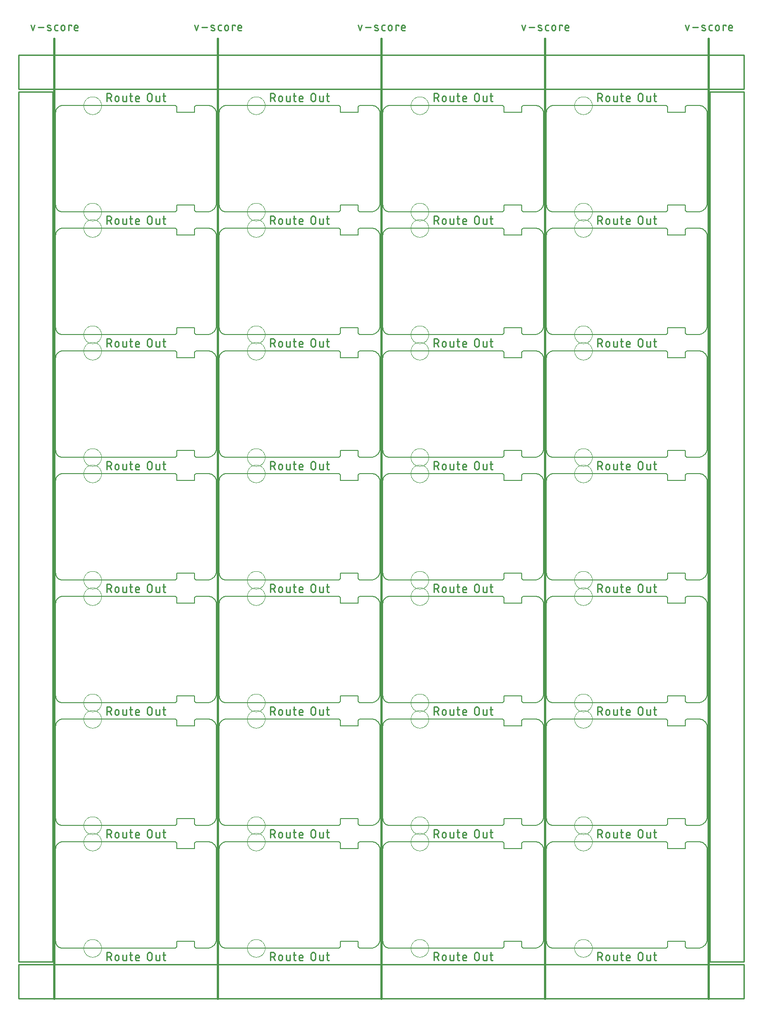
<source format=gko>
G04 EAGLE Gerber RS-274X export*
G75*
%MOMM*%
%FSLAX34Y34*%
%LPD*%
%IN*%
%IPPOS*%
%AMOC8*
5,1,8,0,0,1.08239X$1,22.5*%
G01*
%ADD10C,0.203200*%
%ADD11C,0.279400*%
%ADD12C,0.381000*%
%ADD13C,0.254000*%
%ADD14C,0.000000*%


D10*
X299720Y17780D02*
X299720Y182880D01*
X299716Y183248D01*
X299702Y183616D01*
X299680Y183984D01*
X299649Y184351D01*
X299609Y184717D01*
X299560Y185082D01*
X299502Y185446D01*
X299436Y185808D01*
X299361Y186169D01*
X299277Y186527D01*
X299185Y186884D01*
X299084Y187238D01*
X298974Y187589D01*
X298856Y187938D01*
X298730Y188284D01*
X298595Y188627D01*
X298452Y188966D01*
X298301Y189302D01*
X298142Y189634D01*
X297974Y189962D01*
X297799Y190286D01*
X297616Y190606D01*
X297426Y190921D01*
X297228Y191232D01*
X297022Y191537D01*
X296809Y191838D01*
X296589Y192133D01*
X296362Y192423D01*
X296128Y192707D01*
X295887Y192986D01*
X295640Y193259D01*
X295386Y193525D01*
X295125Y193786D01*
X294859Y194040D01*
X294586Y194287D01*
X294307Y194528D01*
X294023Y194762D01*
X293733Y194989D01*
X293438Y195209D01*
X293137Y195422D01*
X292832Y195628D01*
X292521Y195826D01*
X292206Y196016D01*
X291886Y196199D01*
X291562Y196374D01*
X291234Y196542D01*
X290902Y196701D01*
X290566Y196852D01*
X290227Y196995D01*
X289884Y197130D01*
X289538Y197256D01*
X289189Y197374D01*
X288838Y197484D01*
X288484Y197585D01*
X288127Y197677D01*
X287769Y197761D01*
X287408Y197836D01*
X287046Y197902D01*
X286682Y197960D01*
X286317Y198009D01*
X285951Y198049D01*
X285584Y198080D01*
X285216Y198102D01*
X284848Y198116D01*
X284480Y198120D01*
X261620Y198120D01*
X223520Y198120D02*
X12700Y198120D01*
X12393Y198116D01*
X12086Y198105D01*
X11780Y198087D01*
X11474Y198061D01*
X11169Y198027D01*
X10865Y197987D01*
X10562Y197939D01*
X10260Y197883D01*
X9960Y197821D01*
X9661Y197751D01*
X9364Y197674D01*
X9068Y197590D01*
X8775Y197498D01*
X8485Y197400D01*
X8197Y197295D01*
X7911Y197182D01*
X7628Y197063D01*
X7348Y196937D01*
X7071Y196805D01*
X6798Y196665D01*
X6528Y196519D01*
X6262Y196367D01*
X5999Y196208D01*
X5740Y196043D01*
X5486Y195872D01*
X5235Y195695D01*
X4989Y195511D01*
X4747Y195322D01*
X4511Y195127D01*
X4278Y194926D01*
X4051Y194720D01*
X3829Y194508D01*
X3612Y194291D01*
X3400Y194069D01*
X3194Y193842D01*
X2993Y193609D01*
X2798Y193373D01*
X2609Y193131D01*
X2425Y192885D01*
X2248Y192634D01*
X2077Y192380D01*
X1912Y192121D01*
X1753Y191858D01*
X1601Y191592D01*
X1455Y191322D01*
X1315Y191049D01*
X1183Y190772D01*
X1057Y190492D01*
X938Y190209D01*
X825Y189923D01*
X720Y189635D01*
X622Y189345D01*
X530Y189052D01*
X446Y188756D01*
X369Y188459D01*
X299Y188160D01*
X237Y187860D01*
X181Y187558D01*
X133Y187255D01*
X93Y186951D01*
X59Y186646D01*
X33Y186340D01*
X15Y186034D01*
X4Y185727D01*
X0Y185420D01*
X0Y12700D01*
X259080Y195580D02*
X261620Y198120D01*
X259080Y195580D02*
X259080Y185420D01*
X226060Y185420D01*
X226060Y195580D01*
X223520Y198120D01*
X226060Y2540D02*
X223520Y0D01*
X226060Y2540D02*
X226060Y12700D01*
X259080Y12700D01*
X259080Y2540D01*
X261620Y0D01*
X12700Y0D02*
X12393Y4D01*
X12086Y15D01*
X11780Y33D01*
X11474Y59D01*
X11169Y93D01*
X10865Y133D01*
X10562Y181D01*
X10260Y237D01*
X9960Y299D01*
X9661Y369D01*
X9364Y446D01*
X9068Y530D01*
X8775Y622D01*
X8485Y720D01*
X8197Y825D01*
X7911Y938D01*
X7628Y1057D01*
X7348Y1183D01*
X7071Y1315D01*
X6798Y1455D01*
X6528Y1601D01*
X6262Y1753D01*
X5999Y1912D01*
X5740Y2077D01*
X5486Y2248D01*
X5235Y2425D01*
X4989Y2609D01*
X4747Y2798D01*
X4511Y2993D01*
X4278Y3194D01*
X4051Y3400D01*
X3829Y3612D01*
X3612Y3829D01*
X3400Y4051D01*
X3194Y4278D01*
X2993Y4511D01*
X2798Y4747D01*
X2609Y4989D01*
X2425Y5235D01*
X2248Y5486D01*
X2077Y5740D01*
X1912Y5999D01*
X1753Y6262D01*
X1601Y6528D01*
X1455Y6798D01*
X1315Y7071D01*
X1183Y7348D01*
X1057Y7628D01*
X938Y7911D01*
X825Y8197D01*
X720Y8485D01*
X622Y8775D01*
X530Y9068D01*
X446Y9364D01*
X369Y9661D01*
X299Y9960D01*
X237Y10260D01*
X181Y10562D01*
X133Y10865D01*
X93Y11169D01*
X59Y11474D01*
X33Y11780D01*
X15Y12086D01*
X4Y12393D01*
X0Y12700D01*
X12700Y0D02*
X223520Y0D01*
X261620Y0D02*
X281940Y0D01*
X282370Y5D01*
X282799Y21D01*
X283228Y47D01*
X283656Y83D01*
X284083Y130D01*
X284509Y187D01*
X284933Y254D01*
X285356Y331D01*
X285777Y419D01*
X286195Y517D01*
X286611Y625D01*
X287024Y742D01*
X287434Y870D01*
X287841Y1008D01*
X288245Y1155D01*
X288645Y1313D01*
X289041Y1479D01*
X289433Y1656D01*
X289820Y1842D01*
X290203Y2037D01*
X290581Y2241D01*
X290954Y2454D01*
X291321Y2676D01*
X291684Y2908D01*
X292040Y3147D01*
X292391Y3396D01*
X292735Y3652D01*
X293074Y3917D01*
X293405Y4190D01*
X293730Y4471D01*
X294048Y4760D01*
X294360Y5057D01*
X294663Y5360D01*
X294960Y5672D01*
X295249Y5990D01*
X295530Y6315D01*
X295803Y6646D01*
X296068Y6985D01*
X296324Y7329D01*
X296573Y7680D01*
X296812Y8036D01*
X297044Y8399D01*
X297266Y8766D01*
X297479Y9139D01*
X297683Y9517D01*
X297878Y9900D01*
X298064Y10287D01*
X298241Y10679D01*
X298407Y11075D01*
X298565Y11475D01*
X298712Y11879D01*
X298850Y12286D01*
X298978Y12696D01*
X299095Y13109D01*
X299203Y13525D01*
X299301Y13943D01*
X299389Y14364D01*
X299466Y14787D01*
X299533Y15211D01*
X299590Y15637D01*
X299637Y16064D01*
X299673Y16492D01*
X299699Y16921D01*
X299715Y17350D01*
X299720Y17780D01*
D11*
X95364Y-7747D02*
X95364Y-22733D01*
X95364Y-7747D02*
X99527Y-7747D01*
X99655Y-7749D01*
X99783Y-7755D01*
X99911Y-7765D01*
X100039Y-7779D01*
X100166Y-7796D01*
X100292Y-7818D01*
X100418Y-7843D01*
X100542Y-7873D01*
X100666Y-7906D01*
X100789Y-7943D01*
X100911Y-7984D01*
X101031Y-8028D01*
X101150Y-8076D01*
X101267Y-8128D01*
X101383Y-8183D01*
X101496Y-8242D01*
X101609Y-8305D01*
X101719Y-8371D01*
X101826Y-8440D01*
X101932Y-8512D01*
X102036Y-8588D01*
X102137Y-8667D01*
X102236Y-8749D01*
X102332Y-8834D01*
X102425Y-8921D01*
X102516Y-9012D01*
X102603Y-9105D01*
X102688Y-9201D01*
X102770Y-9300D01*
X102849Y-9401D01*
X102925Y-9505D01*
X102997Y-9611D01*
X103066Y-9718D01*
X103132Y-9829D01*
X103195Y-9941D01*
X103254Y-10054D01*
X103309Y-10170D01*
X103361Y-10287D01*
X103409Y-10406D01*
X103453Y-10526D01*
X103494Y-10648D01*
X103531Y-10771D01*
X103564Y-10895D01*
X103594Y-11019D01*
X103619Y-11145D01*
X103641Y-11271D01*
X103658Y-11398D01*
X103672Y-11526D01*
X103682Y-11654D01*
X103688Y-11782D01*
X103690Y-11910D01*
X103688Y-12038D01*
X103682Y-12166D01*
X103672Y-12294D01*
X103658Y-12422D01*
X103641Y-12549D01*
X103619Y-12675D01*
X103594Y-12801D01*
X103564Y-12925D01*
X103531Y-13049D01*
X103494Y-13172D01*
X103453Y-13294D01*
X103409Y-13414D01*
X103361Y-13533D01*
X103309Y-13650D01*
X103254Y-13766D01*
X103195Y-13879D01*
X103132Y-13992D01*
X103066Y-14102D01*
X102997Y-14209D01*
X102925Y-14315D01*
X102849Y-14419D01*
X102770Y-14520D01*
X102688Y-14619D01*
X102603Y-14715D01*
X102516Y-14808D01*
X102425Y-14899D01*
X102332Y-14986D01*
X102236Y-15071D01*
X102137Y-15153D01*
X102036Y-15232D01*
X101932Y-15308D01*
X101826Y-15380D01*
X101719Y-15449D01*
X101609Y-15515D01*
X101496Y-15578D01*
X101383Y-15637D01*
X101267Y-15692D01*
X101150Y-15744D01*
X101031Y-15792D01*
X100911Y-15836D01*
X100789Y-15877D01*
X100666Y-15914D01*
X100542Y-15947D01*
X100418Y-15977D01*
X100292Y-16002D01*
X100166Y-16024D01*
X100039Y-16041D01*
X99911Y-16055D01*
X99783Y-16065D01*
X99655Y-16071D01*
X99527Y-16073D01*
X95364Y-16073D01*
X100359Y-16073D02*
X103689Y-22733D01*
X110648Y-19403D02*
X110648Y-16073D01*
X110650Y-15959D01*
X110656Y-15846D01*
X110665Y-15732D01*
X110679Y-15620D01*
X110696Y-15507D01*
X110718Y-15395D01*
X110743Y-15285D01*
X110771Y-15175D01*
X110804Y-15066D01*
X110840Y-14958D01*
X110880Y-14851D01*
X110924Y-14746D01*
X110971Y-14643D01*
X111021Y-14541D01*
X111075Y-14441D01*
X111133Y-14343D01*
X111194Y-14247D01*
X111257Y-14153D01*
X111325Y-14061D01*
X111395Y-13971D01*
X111468Y-13885D01*
X111544Y-13800D01*
X111623Y-13718D01*
X111705Y-13639D01*
X111790Y-13563D01*
X111876Y-13490D01*
X111966Y-13420D01*
X112058Y-13352D01*
X112152Y-13289D01*
X112248Y-13228D01*
X112346Y-13170D01*
X112446Y-13116D01*
X112548Y-13066D01*
X112651Y-13019D01*
X112756Y-12975D01*
X112863Y-12935D01*
X112971Y-12899D01*
X113080Y-12866D01*
X113190Y-12838D01*
X113300Y-12813D01*
X113412Y-12791D01*
X113525Y-12774D01*
X113637Y-12760D01*
X113751Y-12751D01*
X113864Y-12745D01*
X113978Y-12743D01*
X114092Y-12745D01*
X114205Y-12751D01*
X114319Y-12760D01*
X114431Y-12774D01*
X114544Y-12791D01*
X114656Y-12813D01*
X114766Y-12838D01*
X114876Y-12866D01*
X114985Y-12899D01*
X115093Y-12935D01*
X115200Y-12975D01*
X115305Y-13019D01*
X115408Y-13066D01*
X115510Y-13116D01*
X115610Y-13170D01*
X115708Y-13228D01*
X115804Y-13289D01*
X115898Y-13352D01*
X115990Y-13420D01*
X116080Y-13490D01*
X116166Y-13563D01*
X116251Y-13639D01*
X116333Y-13718D01*
X116412Y-13800D01*
X116488Y-13885D01*
X116561Y-13971D01*
X116631Y-14061D01*
X116699Y-14153D01*
X116762Y-14247D01*
X116823Y-14343D01*
X116881Y-14441D01*
X116935Y-14541D01*
X116985Y-14643D01*
X117032Y-14746D01*
X117076Y-14851D01*
X117116Y-14958D01*
X117152Y-15066D01*
X117185Y-15175D01*
X117213Y-15285D01*
X117238Y-15395D01*
X117260Y-15507D01*
X117277Y-15620D01*
X117291Y-15732D01*
X117300Y-15846D01*
X117306Y-15959D01*
X117308Y-16073D01*
X117308Y-19403D01*
X117306Y-19517D01*
X117300Y-19630D01*
X117291Y-19744D01*
X117277Y-19856D01*
X117260Y-19969D01*
X117238Y-20081D01*
X117213Y-20191D01*
X117185Y-20301D01*
X117152Y-20410D01*
X117116Y-20518D01*
X117076Y-20625D01*
X117032Y-20730D01*
X116985Y-20833D01*
X116935Y-20935D01*
X116881Y-21035D01*
X116823Y-21133D01*
X116762Y-21229D01*
X116699Y-21323D01*
X116631Y-21415D01*
X116561Y-21505D01*
X116488Y-21591D01*
X116412Y-21676D01*
X116333Y-21758D01*
X116251Y-21837D01*
X116166Y-21913D01*
X116080Y-21986D01*
X115990Y-22056D01*
X115898Y-22124D01*
X115804Y-22187D01*
X115708Y-22248D01*
X115610Y-22306D01*
X115510Y-22360D01*
X115408Y-22410D01*
X115305Y-22457D01*
X115200Y-22501D01*
X115093Y-22541D01*
X114985Y-22577D01*
X114876Y-22610D01*
X114766Y-22638D01*
X114656Y-22663D01*
X114544Y-22685D01*
X114431Y-22702D01*
X114319Y-22716D01*
X114205Y-22725D01*
X114092Y-22731D01*
X113978Y-22733D01*
X113864Y-22731D01*
X113751Y-22725D01*
X113637Y-22716D01*
X113525Y-22702D01*
X113412Y-22685D01*
X113300Y-22663D01*
X113190Y-22638D01*
X113080Y-22610D01*
X112971Y-22577D01*
X112863Y-22541D01*
X112756Y-22501D01*
X112651Y-22457D01*
X112548Y-22410D01*
X112446Y-22360D01*
X112346Y-22306D01*
X112248Y-22248D01*
X112152Y-22187D01*
X112058Y-22124D01*
X111966Y-22056D01*
X111876Y-21986D01*
X111790Y-21913D01*
X111705Y-21837D01*
X111623Y-21758D01*
X111544Y-21676D01*
X111468Y-21591D01*
X111395Y-21505D01*
X111325Y-21415D01*
X111257Y-21323D01*
X111194Y-21229D01*
X111133Y-21133D01*
X111075Y-21035D01*
X111021Y-20935D01*
X110971Y-20833D01*
X110924Y-20730D01*
X110880Y-20625D01*
X110840Y-20518D01*
X110804Y-20410D01*
X110771Y-20301D01*
X110743Y-20191D01*
X110718Y-20081D01*
X110696Y-19969D01*
X110679Y-19856D01*
X110665Y-19744D01*
X110656Y-19630D01*
X110650Y-19517D01*
X110648Y-19403D01*
X124716Y-20235D02*
X124716Y-12742D01*
X124715Y-20235D02*
X124717Y-20333D01*
X124723Y-20431D01*
X124732Y-20529D01*
X124746Y-20626D01*
X124763Y-20722D01*
X124784Y-20818D01*
X124809Y-20913D01*
X124837Y-21007D01*
X124869Y-21100D01*
X124905Y-21191D01*
X124944Y-21281D01*
X124987Y-21369D01*
X125034Y-21456D01*
X125083Y-21540D01*
X125136Y-21623D01*
X125192Y-21703D01*
X125251Y-21782D01*
X125314Y-21857D01*
X125379Y-21931D01*
X125447Y-22001D01*
X125517Y-22069D01*
X125591Y-22135D01*
X125667Y-22197D01*
X125745Y-22256D01*
X125825Y-22312D01*
X125908Y-22365D01*
X125992Y-22415D01*
X126079Y-22461D01*
X126167Y-22504D01*
X126257Y-22543D01*
X126348Y-22579D01*
X126441Y-22611D01*
X126535Y-22639D01*
X126630Y-22664D01*
X126726Y-22685D01*
X126822Y-22702D01*
X126919Y-22716D01*
X127017Y-22725D01*
X127115Y-22731D01*
X127213Y-22733D01*
X131376Y-22733D01*
X131376Y-12742D01*
X137357Y-12742D02*
X142352Y-12742D01*
X139022Y-7747D02*
X139022Y-20235D01*
X139024Y-20333D01*
X139030Y-20431D01*
X139039Y-20529D01*
X139053Y-20626D01*
X139070Y-20722D01*
X139091Y-20818D01*
X139116Y-20913D01*
X139144Y-21007D01*
X139176Y-21100D01*
X139212Y-21191D01*
X139251Y-21281D01*
X139294Y-21369D01*
X139341Y-21456D01*
X139390Y-21540D01*
X139443Y-21623D01*
X139499Y-21703D01*
X139558Y-21782D01*
X139621Y-21857D01*
X139686Y-21931D01*
X139754Y-22001D01*
X139824Y-22069D01*
X139898Y-22135D01*
X139974Y-22197D01*
X140052Y-22256D01*
X140132Y-22312D01*
X140215Y-22365D01*
X140299Y-22415D01*
X140386Y-22461D01*
X140474Y-22504D01*
X140564Y-22543D01*
X140655Y-22579D01*
X140748Y-22611D01*
X140842Y-22639D01*
X140937Y-22664D01*
X141033Y-22685D01*
X141129Y-22702D01*
X141226Y-22716D01*
X141324Y-22725D01*
X141422Y-22731D01*
X141520Y-22733D01*
X142352Y-22733D01*
X151181Y-22733D02*
X155344Y-22733D01*
X151181Y-22733D02*
X151083Y-22731D01*
X150985Y-22725D01*
X150887Y-22716D01*
X150790Y-22702D01*
X150694Y-22685D01*
X150598Y-22664D01*
X150503Y-22639D01*
X150409Y-22611D01*
X150316Y-22579D01*
X150225Y-22543D01*
X150135Y-22504D01*
X150047Y-22461D01*
X149960Y-22414D01*
X149876Y-22365D01*
X149793Y-22312D01*
X149713Y-22256D01*
X149635Y-22197D01*
X149559Y-22135D01*
X149485Y-22069D01*
X149415Y-22001D01*
X149347Y-21931D01*
X149282Y-21857D01*
X149219Y-21782D01*
X149160Y-21703D01*
X149104Y-21623D01*
X149051Y-21540D01*
X149002Y-21456D01*
X148955Y-21369D01*
X148912Y-21281D01*
X148873Y-21191D01*
X148837Y-21100D01*
X148805Y-21007D01*
X148777Y-20913D01*
X148752Y-20818D01*
X148731Y-20722D01*
X148714Y-20626D01*
X148700Y-20529D01*
X148691Y-20431D01*
X148685Y-20333D01*
X148683Y-20235D01*
X148684Y-20235D02*
X148684Y-16073D01*
X148686Y-15959D01*
X148692Y-15846D01*
X148701Y-15732D01*
X148715Y-15620D01*
X148732Y-15507D01*
X148754Y-15395D01*
X148779Y-15285D01*
X148807Y-15175D01*
X148840Y-15066D01*
X148876Y-14958D01*
X148916Y-14851D01*
X148960Y-14746D01*
X149007Y-14643D01*
X149057Y-14541D01*
X149111Y-14441D01*
X149169Y-14343D01*
X149230Y-14247D01*
X149293Y-14153D01*
X149361Y-14061D01*
X149431Y-13971D01*
X149504Y-13885D01*
X149580Y-13800D01*
X149659Y-13718D01*
X149741Y-13639D01*
X149826Y-13563D01*
X149912Y-13490D01*
X150002Y-13420D01*
X150094Y-13352D01*
X150188Y-13289D01*
X150284Y-13228D01*
X150382Y-13170D01*
X150482Y-13116D01*
X150584Y-13066D01*
X150687Y-13019D01*
X150792Y-12975D01*
X150899Y-12935D01*
X151007Y-12899D01*
X151116Y-12866D01*
X151226Y-12838D01*
X151336Y-12813D01*
X151448Y-12791D01*
X151561Y-12774D01*
X151673Y-12760D01*
X151787Y-12751D01*
X151900Y-12745D01*
X152014Y-12743D01*
X152128Y-12745D01*
X152241Y-12751D01*
X152355Y-12760D01*
X152467Y-12774D01*
X152580Y-12791D01*
X152692Y-12813D01*
X152802Y-12838D01*
X152912Y-12866D01*
X153021Y-12899D01*
X153129Y-12935D01*
X153236Y-12975D01*
X153341Y-13019D01*
X153444Y-13066D01*
X153546Y-13116D01*
X153646Y-13170D01*
X153744Y-13228D01*
X153840Y-13289D01*
X153934Y-13352D01*
X154026Y-13420D01*
X154116Y-13490D01*
X154202Y-13563D01*
X154287Y-13639D01*
X154369Y-13718D01*
X154448Y-13800D01*
X154524Y-13885D01*
X154597Y-13971D01*
X154667Y-14061D01*
X154735Y-14153D01*
X154798Y-14247D01*
X154859Y-14343D01*
X154917Y-14441D01*
X154971Y-14541D01*
X155021Y-14643D01*
X155068Y-14746D01*
X155112Y-14851D01*
X155152Y-14958D01*
X155188Y-15066D01*
X155221Y-15175D01*
X155249Y-15285D01*
X155274Y-15395D01*
X155296Y-15507D01*
X155313Y-15620D01*
X155327Y-15732D01*
X155336Y-15846D01*
X155342Y-15959D01*
X155344Y-16073D01*
X155344Y-17738D01*
X148684Y-17738D01*
X170777Y-18570D02*
X170777Y-11910D01*
X170779Y-11782D01*
X170785Y-11654D01*
X170795Y-11526D01*
X170809Y-11398D01*
X170826Y-11271D01*
X170848Y-11145D01*
X170873Y-11019D01*
X170903Y-10895D01*
X170936Y-10771D01*
X170973Y-10648D01*
X171014Y-10526D01*
X171058Y-10406D01*
X171106Y-10287D01*
X171158Y-10170D01*
X171213Y-10054D01*
X171272Y-9941D01*
X171335Y-9828D01*
X171401Y-9718D01*
X171470Y-9611D01*
X171542Y-9505D01*
X171618Y-9401D01*
X171697Y-9300D01*
X171779Y-9201D01*
X171864Y-9105D01*
X171951Y-9012D01*
X172042Y-8921D01*
X172135Y-8834D01*
X172231Y-8749D01*
X172330Y-8667D01*
X172431Y-8588D01*
X172535Y-8512D01*
X172641Y-8440D01*
X172748Y-8371D01*
X172859Y-8305D01*
X172971Y-8242D01*
X173084Y-8183D01*
X173200Y-8128D01*
X173317Y-8076D01*
X173436Y-8028D01*
X173556Y-7984D01*
X173678Y-7943D01*
X173801Y-7906D01*
X173925Y-7873D01*
X174049Y-7843D01*
X174175Y-7818D01*
X174301Y-7796D01*
X174428Y-7779D01*
X174556Y-7765D01*
X174684Y-7755D01*
X174812Y-7749D01*
X174940Y-7747D01*
X175068Y-7749D01*
X175196Y-7755D01*
X175324Y-7765D01*
X175452Y-7779D01*
X175579Y-7796D01*
X175705Y-7818D01*
X175831Y-7843D01*
X175955Y-7873D01*
X176079Y-7906D01*
X176202Y-7943D01*
X176324Y-7984D01*
X176444Y-8028D01*
X176563Y-8076D01*
X176680Y-8128D01*
X176796Y-8183D01*
X176909Y-8242D01*
X177022Y-8305D01*
X177132Y-8371D01*
X177239Y-8440D01*
X177345Y-8512D01*
X177449Y-8588D01*
X177550Y-8667D01*
X177649Y-8749D01*
X177745Y-8834D01*
X177838Y-8921D01*
X177929Y-9012D01*
X178016Y-9105D01*
X178101Y-9201D01*
X178183Y-9300D01*
X178262Y-9401D01*
X178338Y-9505D01*
X178410Y-9611D01*
X178479Y-9718D01*
X178545Y-9829D01*
X178608Y-9941D01*
X178667Y-10054D01*
X178722Y-10170D01*
X178774Y-10287D01*
X178822Y-10406D01*
X178866Y-10526D01*
X178907Y-10648D01*
X178944Y-10771D01*
X178977Y-10895D01*
X179007Y-11019D01*
X179032Y-11145D01*
X179054Y-11271D01*
X179071Y-11398D01*
X179085Y-11526D01*
X179095Y-11654D01*
X179101Y-11782D01*
X179103Y-11910D01*
X179102Y-11910D02*
X179102Y-18570D01*
X179103Y-18570D02*
X179101Y-18698D01*
X179095Y-18826D01*
X179085Y-18954D01*
X179071Y-19082D01*
X179054Y-19209D01*
X179032Y-19335D01*
X179007Y-19461D01*
X178977Y-19585D01*
X178944Y-19709D01*
X178907Y-19832D01*
X178866Y-19954D01*
X178822Y-20074D01*
X178774Y-20193D01*
X178722Y-20310D01*
X178667Y-20426D01*
X178608Y-20539D01*
X178545Y-20652D01*
X178479Y-20762D01*
X178410Y-20869D01*
X178338Y-20975D01*
X178262Y-21079D01*
X178183Y-21180D01*
X178101Y-21279D01*
X178016Y-21375D01*
X177929Y-21468D01*
X177838Y-21559D01*
X177745Y-21646D01*
X177649Y-21731D01*
X177550Y-21813D01*
X177449Y-21892D01*
X177345Y-21968D01*
X177239Y-22040D01*
X177132Y-22109D01*
X177021Y-22175D01*
X176909Y-22238D01*
X176796Y-22297D01*
X176680Y-22352D01*
X176563Y-22404D01*
X176444Y-22452D01*
X176324Y-22496D01*
X176202Y-22537D01*
X176079Y-22574D01*
X175955Y-22607D01*
X175831Y-22637D01*
X175705Y-22662D01*
X175579Y-22684D01*
X175452Y-22701D01*
X175324Y-22715D01*
X175196Y-22725D01*
X175068Y-22731D01*
X174940Y-22733D01*
X174812Y-22731D01*
X174684Y-22725D01*
X174556Y-22715D01*
X174428Y-22701D01*
X174301Y-22684D01*
X174175Y-22662D01*
X174049Y-22637D01*
X173925Y-22607D01*
X173801Y-22574D01*
X173678Y-22537D01*
X173556Y-22496D01*
X173436Y-22452D01*
X173317Y-22404D01*
X173200Y-22352D01*
X173084Y-22297D01*
X172971Y-22238D01*
X172859Y-22175D01*
X172748Y-22109D01*
X172641Y-22040D01*
X172535Y-21968D01*
X172431Y-21892D01*
X172330Y-21813D01*
X172231Y-21731D01*
X172135Y-21646D01*
X172042Y-21559D01*
X171951Y-21468D01*
X171864Y-21375D01*
X171779Y-21279D01*
X171697Y-21180D01*
X171618Y-21079D01*
X171542Y-20975D01*
X171470Y-20869D01*
X171401Y-20762D01*
X171335Y-20651D01*
X171272Y-20539D01*
X171213Y-20426D01*
X171158Y-20310D01*
X171106Y-20193D01*
X171058Y-20074D01*
X171014Y-19954D01*
X170973Y-19832D01*
X170936Y-19709D01*
X170903Y-19585D01*
X170873Y-19461D01*
X170848Y-19335D01*
X170826Y-19209D01*
X170809Y-19082D01*
X170795Y-18954D01*
X170785Y-18826D01*
X170779Y-18698D01*
X170777Y-18570D01*
X186719Y-20235D02*
X186719Y-12742D01*
X186719Y-20235D02*
X186721Y-20333D01*
X186727Y-20431D01*
X186736Y-20529D01*
X186750Y-20626D01*
X186767Y-20722D01*
X186788Y-20818D01*
X186813Y-20913D01*
X186841Y-21007D01*
X186873Y-21100D01*
X186909Y-21191D01*
X186948Y-21281D01*
X186991Y-21369D01*
X187038Y-21456D01*
X187087Y-21540D01*
X187140Y-21623D01*
X187196Y-21703D01*
X187255Y-21782D01*
X187318Y-21857D01*
X187383Y-21931D01*
X187451Y-22001D01*
X187521Y-22069D01*
X187595Y-22135D01*
X187671Y-22197D01*
X187749Y-22256D01*
X187829Y-22312D01*
X187912Y-22365D01*
X187996Y-22415D01*
X188083Y-22461D01*
X188171Y-22504D01*
X188261Y-22543D01*
X188352Y-22579D01*
X188445Y-22611D01*
X188539Y-22639D01*
X188634Y-22664D01*
X188730Y-22685D01*
X188826Y-22702D01*
X188923Y-22716D01*
X189021Y-22725D01*
X189119Y-22731D01*
X189217Y-22733D01*
X193380Y-22733D01*
X193380Y-12742D01*
X199361Y-12742D02*
X204356Y-12742D01*
X201026Y-7747D02*
X201026Y-20235D01*
X201025Y-20235D02*
X201027Y-20333D01*
X201033Y-20431D01*
X201042Y-20529D01*
X201056Y-20626D01*
X201073Y-20722D01*
X201094Y-20818D01*
X201119Y-20913D01*
X201147Y-21007D01*
X201179Y-21100D01*
X201215Y-21191D01*
X201254Y-21281D01*
X201297Y-21369D01*
X201344Y-21456D01*
X201393Y-21540D01*
X201446Y-21623D01*
X201502Y-21703D01*
X201561Y-21782D01*
X201624Y-21857D01*
X201689Y-21931D01*
X201757Y-22001D01*
X201827Y-22069D01*
X201901Y-22135D01*
X201977Y-22197D01*
X202055Y-22256D01*
X202135Y-22312D01*
X202218Y-22365D01*
X202302Y-22415D01*
X202389Y-22461D01*
X202477Y-22504D01*
X202567Y-22543D01*
X202658Y-22579D01*
X202751Y-22611D01*
X202845Y-22639D01*
X202940Y-22664D01*
X203036Y-22685D01*
X203132Y-22702D01*
X203229Y-22716D01*
X203327Y-22725D01*
X203425Y-22731D01*
X203523Y-22733D01*
X203524Y-22733D02*
X204356Y-22733D01*
D10*
X604520Y17780D02*
X604520Y182880D01*
X604516Y183248D01*
X604502Y183616D01*
X604480Y183984D01*
X604449Y184351D01*
X604409Y184717D01*
X604360Y185082D01*
X604302Y185446D01*
X604236Y185808D01*
X604161Y186169D01*
X604077Y186527D01*
X603985Y186884D01*
X603884Y187238D01*
X603774Y187589D01*
X603656Y187938D01*
X603530Y188284D01*
X603395Y188627D01*
X603252Y188966D01*
X603101Y189302D01*
X602942Y189634D01*
X602774Y189962D01*
X602599Y190286D01*
X602416Y190606D01*
X602226Y190921D01*
X602028Y191232D01*
X601822Y191537D01*
X601609Y191838D01*
X601389Y192133D01*
X601162Y192423D01*
X600928Y192707D01*
X600687Y192986D01*
X600440Y193259D01*
X600186Y193525D01*
X599925Y193786D01*
X599659Y194040D01*
X599386Y194287D01*
X599107Y194528D01*
X598823Y194762D01*
X598533Y194989D01*
X598238Y195209D01*
X597937Y195422D01*
X597632Y195628D01*
X597321Y195826D01*
X597006Y196016D01*
X596686Y196199D01*
X596362Y196374D01*
X596034Y196542D01*
X595702Y196701D01*
X595366Y196852D01*
X595027Y196995D01*
X594684Y197130D01*
X594338Y197256D01*
X593989Y197374D01*
X593638Y197484D01*
X593284Y197585D01*
X592927Y197677D01*
X592569Y197761D01*
X592208Y197836D01*
X591846Y197902D01*
X591482Y197960D01*
X591117Y198009D01*
X590751Y198049D01*
X590384Y198080D01*
X590016Y198102D01*
X589648Y198116D01*
X589280Y198120D01*
X566420Y198120D01*
X528320Y198120D02*
X317500Y198120D01*
X317193Y198116D01*
X316886Y198105D01*
X316580Y198087D01*
X316274Y198061D01*
X315969Y198027D01*
X315665Y197987D01*
X315362Y197939D01*
X315060Y197883D01*
X314760Y197821D01*
X314461Y197751D01*
X314164Y197674D01*
X313868Y197590D01*
X313575Y197498D01*
X313285Y197400D01*
X312997Y197295D01*
X312711Y197182D01*
X312428Y197063D01*
X312148Y196937D01*
X311871Y196805D01*
X311598Y196665D01*
X311328Y196519D01*
X311062Y196367D01*
X310799Y196208D01*
X310540Y196043D01*
X310286Y195872D01*
X310035Y195695D01*
X309789Y195511D01*
X309547Y195322D01*
X309311Y195127D01*
X309078Y194926D01*
X308851Y194720D01*
X308629Y194508D01*
X308412Y194291D01*
X308200Y194069D01*
X307994Y193842D01*
X307793Y193609D01*
X307598Y193373D01*
X307409Y193131D01*
X307225Y192885D01*
X307048Y192634D01*
X306877Y192380D01*
X306712Y192121D01*
X306553Y191858D01*
X306401Y191592D01*
X306255Y191322D01*
X306115Y191049D01*
X305983Y190772D01*
X305857Y190492D01*
X305738Y190209D01*
X305625Y189923D01*
X305520Y189635D01*
X305422Y189345D01*
X305330Y189052D01*
X305246Y188756D01*
X305169Y188459D01*
X305099Y188160D01*
X305037Y187860D01*
X304981Y187558D01*
X304933Y187255D01*
X304893Y186951D01*
X304859Y186646D01*
X304833Y186340D01*
X304815Y186034D01*
X304804Y185727D01*
X304800Y185420D01*
X304800Y12700D01*
X563880Y195580D02*
X566420Y198120D01*
X563880Y195580D02*
X563880Y185420D01*
X530860Y185420D01*
X530860Y195580D01*
X528320Y198120D01*
X530860Y2540D02*
X528320Y0D01*
X530860Y2540D02*
X530860Y12700D01*
X563880Y12700D01*
X563880Y2540D01*
X566420Y0D01*
X317500Y0D02*
X317193Y4D01*
X316886Y15D01*
X316580Y33D01*
X316274Y59D01*
X315969Y93D01*
X315665Y133D01*
X315362Y181D01*
X315060Y237D01*
X314760Y299D01*
X314461Y369D01*
X314164Y446D01*
X313868Y530D01*
X313575Y622D01*
X313285Y720D01*
X312997Y825D01*
X312711Y938D01*
X312428Y1057D01*
X312148Y1183D01*
X311871Y1315D01*
X311598Y1455D01*
X311328Y1601D01*
X311062Y1753D01*
X310799Y1912D01*
X310540Y2077D01*
X310286Y2248D01*
X310035Y2425D01*
X309789Y2609D01*
X309547Y2798D01*
X309311Y2993D01*
X309078Y3194D01*
X308851Y3400D01*
X308629Y3612D01*
X308412Y3829D01*
X308200Y4051D01*
X307994Y4278D01*
X307793Y4511D01*
X307598Y4747D01*
X307409Y4989D01*
X307225Y5235D01*
X307048Y5486D01*
X306877Y5740D01*
X306712Y5999D01*
X306553Y6262D01*
X306401Y6528D01*
X306255Y6798D01*
X306115Y7071D01*
X305983Y7348D01*
X305857Y7628D01*
X305738Y7911D01*
X305625Y8197D01*
X305520Y8485D01*
X305422Y8775D01*
X305330Y9068D01*
X305246Y9364D01*
X305169Y9661D01*
X305099Y9960D01*
X305037Y10260D01*
X304981Y10562D01*
X304933Y10865D01*
X304893Y11169D01*
X304859Y11474D01*
X304833Y11780D01*
X304815Y12086D01*
X304804Y12393D01*
X304800Y12700D01*
X317500Y0D02*
X528320Y0D01*
X566420Y0D02*
X586740Y0D01*
X587170Y5D01*
X587599Y21D01*
X588028Y47D01*
X588456Y83D01*
X588883Y130D01*
X589309Y187D01*
X589733Y254D01*
X590156Y331D01*
X590577Y419D01*
X590995Y517D01*
X591411Y625D01*
X591824Y742D01*
X592234Y870D01*
X592641Y1008D01*
X593045Y1155D01*
X593445Y1313D01*
X593841Y1479D01*
X594233Y1656D01*
X594620Y1842D01*
X595003Y2037D01*
X595381Y2241D01*
X595754Y2454D01*
X596121Y2676D01*
X596484Y2908D01*
X596840Y3147D01*
X597191Y3396D01*
X597535Y3652D01*
X597874Y3917D01*
X598205Y4190D01*
X598530Y4471D01*
X598848Y4760D01*
X599160Y5057D01*
X599463Y5360D01*
X599760Y5672D01*
X600049Y5990D01*
X600330Y6315D01*
X600603Y6646D01*
X600868Y6985D01*
X601124Y7329D01*
X601373Y7680D01*
X601612Y8036D01*
X601844Y8399D01*
X602066Y8766D01*
X602279Y9139D01*
X602483Y9517D01*
X602678Y9900D01*
X602864Y10287D01*
X603041Y10679D01*
X603207Y11075D01*
X603365Y11475D01*
X603512Y11879D01*
X603650Y12286D01*
X603778Y12696D01*
X603895Y13109D01*
X604003Y13525D01*
X604101Y13943D01*
X604189Y14364D01*
X604266Y14787D01*
X604333Y15211D01*
X604390Y15637D01*
X604437Y16064D01*
X604473Y16492D01*
X604499Y16921D01*
X604515Y17350D01*
X604520Y17780D01*
D11*
X400164Y-7747D02*
X400164Y-22733D01*
X400164Y-7747D02*
X404327Y-7747D01*
X404455Y-7749D01*
X404583Y-7755D01*
X404711Y-7765D01*
X404839Y-7779D01*
X404966Y-7796D01*
X405092Y-7818D01*
X405218Y-7843D01*
X405342Y-7873D01*
X405466Y-7906D01*
X405589Y-7943D01*
X405711Y-7984D01*
X405831Y-8028D01*
X405950Y-8076D01*
X406067Y-8128D01*
X406183Y-8183D01*
X406296Y-8242D01*
X406409Y-8305D01*
X406519Y-8371D01*
X406626Y-8440D01*
X406732Y-8512D01*
X406836Y-8588D01*
X406937Y-8667D01*
X407036Y-8749D01*
X407132Y-8834D01*
X407225Y-8921D01*
X407316Y-9012D01*
X407403Y-9105D01*
X407488Y-9201D01*
X407570Y-9300D01*
X407649Y-9401D01*
X407725Y-9505D01*
X407797Y-9611D01*
X407866Y-9718D01*
X407932Y-9829D01*
X407995Y-9941D01*
X408054Y-10054D01*
X408109Y-10170D01*
X408161Y-10287D01*
X408209Y-10406D01*
X408253Y-10526D01*
X408294Y-10648D01*
X408331Y-10771D01*
X408364Y-10895D01*
X408394Y-11019D01*
X408419Y-11145D01*
X408441Y-11271D01*
X408458Y-11398D01*
X408472Y-11526D01*
X408482Y-11654D01*
X408488Y-11782D01*
X408490Y-11910D01*
X408488Y-12038D01*
X408482Y-12166D01*
X408472Y-12294D01*
X408458Y-12422D01*
X408441Y-12549D01*
X408419Y-12675D01*
X408394Y-12801D01*
X408364Y-12925D01*
X408331Y-13049D01*
X408294Y-13172D01*
X408253Y-13294D01*
X408209Y-13414D01*
X408161Y-13533D01*
X408109Y-13650D01*
X408054Y-13766D01*
X407995Y-13879D01*
X407932Y-13992D01*
X407866Y-14102D01*
X407797Y-14209D01*
X407725Y-14315D01*
X407649Y-14419D01*
X407570Y-14520D01*
X407488Y-14619D01*
X407403Y-14715D01*
X407316Y-14808D01*
X407225Y-14899D01*
X407132Y-14986D01*
X407036Y-15071D01*
X406937Y-15153D01*
X406836Y-15232D01*
X406732Y-15308D01*
X406626Y-15380D01*
X406519Y-15449D01*
X406409Y-15515D01*
X406296Y-15578D01*
X406183Y-15637D01*
X406067Y-15692D01*
X405950Y-15744D01*
X405831Y-15792D01*
X405711Y-15836D01*
X405589Y-15877D01*
X405466Y-15914D01*
X405342Y-15947D01*
X405218Y-15977D01*
X405092Y-16002D01*
X404966Y-16024D01*
X404839Y-16041D01*
X404711Y-16055D01*
X404583Y-16065D01*
X404455Y-16071D01*
X404327Y-16073D01*
X400164Y-16073D01*
X405159Y-16073D02*
X408489Y-22733D01*
X415448Y-19403D02*
X415448Y-16073D01*
X415450Y-15959D01*
X415456Y-15846D01*
X415465Y-15732D01*
X415479Y-15620D01*
X415496Y-15507D01*
X415518Y-15395D01*
X415543Y-15285D01*
X415571Y-15175D01*
X415604Y-15066D01*
X415640Y-14958D01*
X415680Y-14851D01*
X415724Y-14746D01*
X415771Y-14643D01*
X415821Y-14541D01*
X415875Y-14441D01*
X415933Y-14343D01*
X415994Y-14247D01*
X416057Y-14153D01*
X416125Y-14061D01*
X416195Y-13971D01*
X416268Y-13885D01*
X416344Y-13800D01*
X416423Y-13718D01*
X416505Y-13639D01*
X416590Y-13563D01*
X416676Y-13490D01*
X416766Y-13420D01*
X416858Y-13352D01*
X416952Y-13289D01*
X417048Y-13228D01*
X417146Y-13170D01*
X417246Y-13116D01*
X417348Y-13066D01*
X417451Y-13019D01*
X417556Y-12975D01*
X417663Y-12935D01*
X417771Y-12899D01*
X417880Y-12866D01*
X417990Y-12838D01*
X418100Y-12813D01*
X418212Y-12791D01*
X418325Y-12774D01*
X418437Y-12760D01*
X418551Y-12751D01*
X418664Y-12745D01*
X418778Y-12743D01*
X418892Y-12745D01*
X419005Y-12751D01*
X419119Y-12760D01*
X419231Y-12774D01*
X419344Y-12791D01*
X419456Y-12813D01*
X419566Y-12838D01*
X419676Y-12866D01*
X419785Y-12899D01*
X419893Y-12935D01*
X420000Y-12975D01*
X420105Y-13019D01*
X420208Y-13066D01*
X420310Y-13116D01*
X420410Y-13170D01*
X420508Y-13228D01*
X420604Y-13289D01*
X420698Y-13352D01*
X420790Y-13420D01*
X420880Y-13490D01*
X420966Y-13563D01*
X421051Y-13639D01*
X421133Y-13718D01*
X421212Y-13800D01*
X421288Y-13885D01*
X421361Y-13971D01*
X421431Y-14061D01*
X421499Y-14153D01*
X421562Y-14247D01*
X421623Y-14343D01*
X421681Y-14441D01*
X421735Y-14541D01*
X421785Y-14643D01*
X421832Y-14746D01*
X421876Y-14851D01*
X421916Y-14958D01*
X421952Y-15066D01*
X421985Y-15175D01*
X422013Y-15285D01*
X422038Y-15395D01*
X422060Y-15507D01*
X422077Y-15620D01*
X422091Y-15732D01*
X422100Y-15846D01*
X422106Y-15959D01*
X422108Y-16073D01*
X422108Y-19403D01*
X422106Y-19517D01*
X422100Y-19630D01*
X422091Y-19744D01*
X422077Y-19856D01*
X422060Y-19969D01*
X422038Y-20081D01*
X422013Y-20191D01*
X421985Y-20301D01*
X421952Y-20410D01*
X421916Y-20518D01*
X421876Y-20625D01*
X421832Y-20730D01*
X421785Y-20833D01*
X421735Y-20935D01*
X421681Y-21035D01*
X421623Y-21133D01*
X421562Y-21229D01*
X421499Y-21323D01*
X421431Y-21415D01*
X421361Y-21505D01*
X421288Y-21591D01*
X421212Y-21676D01*
X421133Y-21758D01*
X421051Y-21837D01*
X420966Y-21913D01*
X420880Y-21986D01*
X420790Y-22056D01*
X420698Y-22124D01*
X420604Y-22187D01*
X420508Y-22248D01*
X420410Y-22306D01*
X420310Y-22360D01*
X420208Y-22410D01*
X420105Y-22457D01*
X420000Y-22501D01*
X419893Y-22541D01*
X419785Y-22577D01*
X419676Y-22610D01*
X419566Y-22638D01*
X419456Y-22663D01*
X419344Y-22685D01*
X419231Y-22702D01*
X419119Y-22716D01*
X419005Y-22725D01*
X418892Y-22731D01*
X418778Y-22733D01*
X418664Y-22731D01*
X418551Y-22725D01*
X418437Y-22716D01*
X418325Y-22702D01*
X418212Y-22685D01*
X418100Y-22663D01*
X417990Y-22638D01*
X417880Y-22610D01*
X417771Y-22577D01*
X417663Y-22541D01*
X417556Y-22501D01*
X417451Y-22457D01*
X417348Y-22410D01*
X417246Y-22360D01*
X417146Y-22306D01*
X417048Y-22248D01*
X416952Y-22187D01*
X416858Y-22124D01*
X416766Y-22056D01*
X416676Y-21986D01*
X416590Y-21913D01*
X416505Y-21837D01*
X416423Y-21758D01*
X416344Y-21676D01*
X416268Y-21591D01*
X416195Y-21505D01*
X416125Y-21415D01*
X416057Y-21323D01*
X415994Y-21229D01*
X415933Y-21133D01*
X415875Y-21035D01*
X415821Y-20935D01*
X415771Y-20833D01*
X415724Y-20730D01*
X415680Y-20625D01*
X415640Y-20518D01*
X415604Y-20410D01*
X415571Y-20301D01*
X415543Y-20191D01*
X415518Y-20081D01*
X415496Y-19969D01*
X415479Y-19856D01*
X415465Y-19744D01*
X415456Y-19630D01*
X415450Y-19517D01*
X415448Y-19403D01*
X429516Y-20235D02*
X429516Y-12742D01*
X429515Y-20235D02*
X429517Y-20333D01*
X429523Y-20431D01*
X429532Y-20529D01*
X429546Y-20626D01*
X429563Y-20722D01*
X429584Y-20818D01*
X429609Y-20913D01*
X429637Y-21007D01*
X429669Y-21100D01*
X429705Y-21191D01*
X429744Y-21281D01*
X429787Y-21369D01*
X429834Y-21456D01*
X429883Y-21540D01*
X429936Y-21623D01*
X429992Y-21703D01*
X430051Y-21782D01*
X430114Y-21857D01*
X430179Y-21931D01*
X430247Y-22001D01*
X430317Y-22069D01*
X430391Y-22135D01*
X430467Y-22197D01*
X430545Y-22256D01*
X430625Y-22312D01*
X430708Y-22365D01*
X430792Y-22415D01*
X430879Y-22461D01*
X430967Y-22504D01*
X431057Y-22543D01*
X431148Y-22579D01*
X431241Y-22611D01*
X431335Y-22639D01*
X431430Y-22664D01*
X431526Y-22685D01*
X431622Y-22702D01*
X431719Y-22716D01*
X431817Y-22725D01*
X431915Y-22731D01*
X432013Y-22733D01*
X436176Y-22733D01*
X436176Y-12742D01*
X442157Y-12742D02*
X447152Y-12742D01*
X443822Y-7747D02*
X443822Y-20235D01*
X443824Y-20333D01*
X443830Y-20431D01*
X443839Y-20529D01*
X443853Y-20626D01*
X443870Y-20722D01*
X443891Y-20818D01*
X443916Y-20913D01*
X443944Y-21007D01*
X443976Y-21100D01*
X444012Y-21191D01*
X444051Y-21281D01*
X444094Y-21369D01*
X444141Y-21456D01*
X444190Y-21540D01*
X444243Y-21623D01*
X444299Y-21703D01*
X444358Y-21782D01*
X444421Y-21857D01*
X444486Y-21931D01*
X444554Y-22001D01*
X444624Y-22069D01*
X444698Y-22135D01*
X444774Y-22197D01*
X444852Y-22256D01*
X444932Y-22312D01*
X445015Y-22365D01*
X445099Y-22415D01*
X445186Y-22461D01*
X445274Y-22504D01*
X445364Y-22543D01*
X445455Y-22579D01*
X445548Y-22611D01*
X445642Y-22639D01*
X445737Y-22664D01*
X445833Y-22685D01*
X445929Y-22702D01*
X446026Y-22716D01*
X446124Y-22725D01*
X446222Y-22731D01*
X446320Y-22733D01*
X447152Y-22733D01*
X455981Y-22733D02*
X460144Y-22733D01*
X455981Y-22733D02*
X455883Y-22731D01*
X455785Y-22725D01*
X455687Y-22716D01*
X455590Y-22702D01*
X455494Y-22685D01*
X455398Y-22664D01*
X455303Y-22639D01*
X455209Y-22611D01*
X455116Y-22579D01*
X455025Y-22543D01*
X454935Y-22504D01*
X454847Y-22461D01*
X454760Y-22414D01*
X454676Y-22365D01*
X454593Y-22312D01*
X454513Y-22256D01*
X454435Y-22197D01*
X454359Y-22135D01*
X454285Y-22069D01*
X454215Y-22001D01*
X454147Y-21931D01*
X454082Y-21857D01*
X454019Y-21782D01*
X453960Y-21703D01*
X453904Y-21623D01*
X453851Y-21540D01*
X453802Y-21456D01*
X453755Y-21369D01*
X453712Y-21281D01*
X453673Y-21191D01*
X453637Y-21100D01*
X453605Y-21007D01*
X453577Y-20913D01*
X453552Y-20818D01*
X453531Y-20722D01*
X453514Y-20626D01*
X453500Y-20529D01*
X453491Y-20431D01*
X453485Y-20333D01*
X453483Y-20235D01*
X453484Y-20235D02*
X453484Y-16073D01*
X453486Y-15959D01*
X453492Y-15846D01*
X453501Y-15732D01*
X453515Y-15620D01*
X453532Y-15507D01*
X453554Y-15395D01*
X453579Y-15285D01*
X453607Y-15175D01*
X453640Y-15066D01*
X453676Y-14958D01*
X453716Y-14851D01*
X453760Y-14746D01*
X453807Y-14643D01*
X453857Y-14541D01*
X453911Y-14441D01*
X453969Y-14343D01*
X454030Y-14247D01*
X454093Y-14153D01*
X454161Y-14061D01*
X454231Y-13971D01*
X454304Y-13885D01*
X454380Y-13800D01*
X454459Y-13718D01*
X454541Y-13639D01*
X454626Y-13563D01*
X454712Y-13490D01*
X454802Y-13420D01*
X454894Y-13352D01*
X454988Y-13289D01*
X455084Y-13228D01*
X455182Y-13170D01*
X455282Y-13116D01*
X455384Y-13066D01*
X455487Y-13019D01*
X455592Y-12975D01*
X455699Y-12935D01*
X455807Y-12899D01*
X455916Y-12866D01*
X456026Y-12838D01*
X456136Y-12813D01*
X456248Y-12791D01*
X456361Y-12774D01*
X456473Y-12760D01*
X456587Y-12751D01*
X456700Y-12745D01*
X456814Y-12743D01*
X456928Y-12745D01*
X457041Y-12751D01*
X457155Y-12760D01*
X457267Y-12774D01*
X457380Y-12791D01*
X457492Y-12813D01*
X457602Y-12838D01*
X457712Y-12866D01*
X457821Y-12899D01*
X457929Y-12935D01*
X458036Y-12975D01*
X458141Y-13019D01*
X458244Y-13066D01*
X458346Y-13116D01*
X458446Y-13170D01*
X458544Y-13228D01*
X458640Y-13289D01*
X458734Y-13352D01*
X458826Y-13420D01*
X458916Y-13490D01*
X459002Y-13563D01*
X459087Y-13639D01*
X459169Y-13718D01*
X459248Y-13800D01*
X459324Y-13885D01*
X459397Y-13971D01*
X459467Y-14061D01*
X459535Y-14153D01*
X459598Y-14247D01*
X459659Y-14343D01*
X459717Y-14441D01*
X459771Y-14541D01*
X459821Y-14643D01*
X459868Y-14746D01*
X459912Y-14851D01*
X459952Y-14958D01*
X459988Y-15066D01*
X460021Y-15175D01*
X460049Y-15285D01*
X460074Y-15395D01*
X460096Y-15507D01*
X460113Y-15620D01*
X460127Y-15732D01*
X460136Y-15846D01*
X460142Y-15959D01*
X460144Y-16073D01*
X460144Y-17738D01*
X453484Y-17738D01*
X475577Y-18570D02*
X475577Y-11910D01*
X475579Y-11782D01*
X475585Y-11654D01*
X475595Y-11526D01*
X475609Y-11398D01*
X475626Y-11271D01*
X475648Y-11145D01*
X475673Y-11019D01*
X475703Y-10895D01*
X475736Y-10771D01*
X475773Y-10648D01*
X475814Y-10526D01*
X475858Y-10406D01*
X475906Y-10287D01*
X475958Y-10170D01*
X476013Y-10054D01*
X476072Y-9941D01*
X476135Y-9828D01*
X476201Y-9718D01*
X476270Y-9611D01*
X476342Y-9505D01*
X476418Y-9401D01*
X476497Y-9300D01*
X476579Y-9201D01*
X476664Y-9105D01*
X476751Y-9012D01*
X476842Y-8921D01*
X476935Y-8834D01*
X477031Y-8749D01*
X477130Y-8667D01*
X477231Y-8588D01*
X477335Y-8512D01*
X477441Y-8440D01*
X477548Y-8371D01*
X477659Y-8305D01*
X477771Y-8242D01*
X477884Y-8183D01*
X478000Y-8128D01*
X478117Y-8076D01*
X478236Y-8028D01*
X478356Y-7984D01*
X478478Y-7943D01*
X478601Y-7906D01*
X478725Y-7873D01*
X478849Y-7843D01*
X478975Y-7818D01*
X479101Y-7796D01*
X479228Y-7779D01*
X479356Y-7765D01*
X479484Y-7755D01*
X479612Y-7749D01*
X479740Y-7747D01*
X479868Y-7749D01*
X479996Y-7755D01*
X480124Y-7765D01*
X480252Y-7779D01*
X480379Y-7796D01*
X480505Y-7818D01*
X480631Y-7843D01*
X480755Y-7873D01*
X480879Y-7906D01*
X481002Y-7943D01*
X481124Y-7984D01*
X481244Y-8028D01*
X481363Y-8076D01*
X481480Y-8128D01*
X481596Y-8183D01*
X481709Y-8242D01*
X481822Y-8305D01*
X481932Y-8371D01*
X482039Y-8440D01*
X482145Y-8512D01*
X482249Y-8588D01*
X482350Y-8667D01*
X482449Y-8749D01*
X482545Y-8834D01*
X482638Y-8921D01*
X482729Y-9012D01*
X482816Y-9105D01*
X482901Y-9201D01*
X482983Y-9300D01*
X483062Y-9401D01*
X483138Y-9505D01*
X483210Y-9611D01*
X483279Y-9718D01*
X483345Y-9829D01*
X483408Y-9941D01*
X483467Y-10054D01*
X483522Y-10170D01*
X483574Y-10287D01*
X483622Y-10406D01*
X483666Y-10526D01*
X483707Y-10648D01*
X483744Y-10771D01*
X483777Y-10895D01*
X483807Y-11019D01*
X483832Y-11145D01*
X483854Y-11271D01*
X483871Y-11398D01*
X483885Y-11526D01*
X483895Y-11654D01*
X483901Y-11782D01*
X483903Y-11910D01*
X483902Y-11910D02*
X483902Y-18570D01*
X483903Y-18570D02*
X483901Y-18698D01*
X483895Y-18826D01*
X483885Y-18954D01*
X483871Y-19082D01*
X483854Y-19209D01*
X483832Y-19335D01*
X483807Y-19461D01*
X483777Y-19585D01*
X483744Y-19709D01*
X483707Y-19832D01*
X483666Y-19954D01*
X483622Y-20074D01*
X483574Y-20193D01*
X483522Y-20310D01*
X483467Y-20426D01*
X483408Y-20539D01*
X483345Y-20652D01*
X483279Y-20762D01*
X483210Y-20869D01*
X483138Y-20975D01*
X483062Y-21079D01*
X482983Y-21180D01*
X482901Y-21279D01*
X482816Y-21375D01*
X482729Y-21468D01*
X482638Y-21559D01*
X482545Y-21646D01*
X482449Y-21731D01*
X482350Y-21813D01*
X482249Y-21892D01*
X482145Y-21968D01*
X482039Y-22040D01*
X481932Y-22109D01*
X481822Y-22175D01*
X481709Y-22238D01*
X481596Y-22297D01*
X481480Y-22352D01*
X481363Y-22404D01*
X481244Y-22452D01*
X481124Y-22496D01*
X481002Y-22537D01*
X480879Y-22574D01*
X480755Y-22607D01*
X480631Y-22637D01*
X480505Y-22662D01*
X480379Y-22684D01*
X480252Y-22701D01*
X480124Y-22715D01*
X479996Y-22725D01*
X479868Y-22731D01*
X479740Y-22733D01*
X479612Y-22731D01*
X479484Y-22725D01*
X479356Y-22715D01*
X479228Y-22701D01*
X479101Y-22684D01*
X478975Y-22662D01*
X478849Y-22637D01*
X478725Y-22607D01*
X478601Y-22574D01*
X478478Y-22537D01*
X478356Y-22496D01*
X478236Y-22452D01*
X478117Y-22404D01*
X478000Y-22352D01*
X477884Y-22297D01*
X477771Y-22238D01*
X477659Y-22175D01*
X477548Y-22109D01*
X477441Y-22040D01*
X477335Y-21968D01*
X477231Y-21892D01*
X477130Y-21813D01*
X477031Y-21731D01*
X476935Y-21646D01*
X476842Y-21559D01*
X476751Y-21468D01*
X476664Y-21375D01*
X476579Y-21279D01*
X476497Y-21180D01*
X476418Y-21079D01*
X476342Y-20975D01*
X476270Y-20869D01*
X476201Y-20762D01*
X476135Y-20651D01*
X476072Y-20539D01*
X476013Y-20426D01*
X475958Y-20310D01*
X475906Y-20193D01*
X475858Y-20074D01*
X475814Y-19954D01*
X475773Y-19832D01*
X475736Y-19709D01*
X475703Y-19585D01*
X475673Y-19461D01*
X475648Y-19335D01*
X475626Y-19209D01*
X475609Y-19082D01*
X475595Y-18954D01*
X475585Y-18826D01*
X475579Y-18698D01*
X475577Y-18570D01*
X491519Y-20235D02*
X491519Y-12742D01*
X491519Y-20235D02*
X491521Y-20333D01*
X491527Y-20431D01*
X491536Y-20529D01*
X491550Y-20626D01*
X491567Y-20722D01*
X491588Y-20818D01*
X491613Y-20913D01*
X491641Y-21007D01*
X491673Y-21100D01*
X491709Y-21191D01*
X491748Y-21281D01*
X491791Y-21369D01*
X491838Y-21456D01*
X491887Y-21540D01*
X491940Y-21623D01*
X491996Y-21703D01*
X492055Y-21782D01*
X492118Y-21857D01*
X492183Y-21931D01*
X492251Y-22001D01*
X492321Y-22069D01*
X492395Y-22135D01*
X492471Y-22197D01*
X492549Y-22256D01*
X492629Y-22312D01*
X492712Y-22365D01*
X492796Y-22415D01*
X492883Y-22461D01*
X492971Y-22504D01*
X493061Y-22543D01*
X493152Y-22579D01*
X493245Y-22611D01*
X493339Y-22639D01*
X493434Y-22664D01*
X493530Y-22685D01*
X493626Y-22702D01*
X493723Y-22716D01*
X493821Y-22725D01*
X493919Y-22731D01*
X494017Y-22733D01*
X498180Y-22733D01*
X498180Y-12742D01*
X504161Y-12742D02*
X509156Y-12742D01*
X505826Y-7747D02*
X505826Y-20235D01*
X505825Y-20235D02*
X505827Y-20333D01*
X505833Y-20431D01*
X505842Y-20529D01*
X505856Y-20626D01*
X505873Y-20722D01*
X505894Y-20818D01*
X505919Y-20913D01*
X505947Y-21007D01*
X505979Y-21100D01*
X506015Y-21191D01*
X506054Y-21281D01*
X506097Y-21369D01*
X506144Y-21456D01*
X506193Y-21540D01*
X506246Y-21623D01*
X506302Y-21703D01*
X506361Y-21782D01*
X506424Y-21857D01*
X506489Y-21931D01*
X506557Y-22001D01*
X506627Y-22069D01*
X506701Y-22135D01*
X506777Y-22197D01*
X506855Y-22256D01*
X506935Y-22312D01*
X507018Y-22365D01*
X507102Y-22415D01*
X507189Y-22461D01*
X507277Y-22504D01*
X507367Y-22543D01*
X507458Y-22579D01*
X507551Y-22611D01*
X507645Y-22639D01*
X507740Y-22664D01*
X507836Y-22685D01*
X507932Y-22702D01*
X508029Y-22716D01*
X508127Y-22725D01*
X508225Y-22731D01*
X508323Y-22733D01*
X508324Y-22733D02*
X509156Y-22733D01*
D10*
X909320Y17780D02*
X909320Y182880D01*
X909316Y183248D01*
X909302Y183616D01*
X909280Y183984D01*
X909249Y184351D01*
X909209Y184717D01*
X909160Y185082D01*
X909102Y185446D01*
X909036Y185808D01*
X908961Y186169D01*
X908877Y186527D01*
X908785Y186884D01*
X908684Y187238D01*
X908574Y187589D01*
X908456Y187938D01*
X908330Y188284D01*
X908195Y188627D01*
X908052Y188966D01*
X907901Y189302D01*
X907742Y189634D01*
X907574Y189962D01*
X907399Y190286D01*
X907216Y190606D01*
X907026Y190921D01*
X906828Y191232D01*
X906622Y191537D01*
X906409Y191838D01*
X906189Y192133D01*
X905962Y192423D01*
X905728Y192707D01*
X905487Y192986D01*
X905240Y193259D01*
X904986Y193525D01*
X904725Y193786D01*
X904459Y194040D01*
X904186Y194287D01*
X903907Y194528D01*
X903623Y194762D01*
X903333Y194989D01*
X903038Y195209D01*
X902737Y195422D01*
X902432Y195628D01*
X902121Y195826D01*
X901806Y196016D01*
X901486Y196199D01*
X901162Y196374D01*
X900834Y196542D01*
X900502Y196701D01*
X900166Y196852D01*
X899827Y196995D01*
X899484Y197130D01*
X899138Y197256D01*
X898789Y197374D01*
X898438Y197484D01*
X898084Y197585D01*
X897727Y197677D01*
X897369Y197761D01*
X897008Y197836D01*
X896646Y197902D01*
X896282Y197960D01*
X895917Y198009D01*
X895551Y198049D01*
X895184Y198080D01*
X894816Y198102D01*
X894448Y198116D01*
X894080Y198120D01*
X871220Y198120D01*
X833120Y198120D02*
X622300Y198120D01*
X621993Y198116D01*
X621686Y198105D01*
X621380Y198087D01*
X621074Y198061D01*
X620769Y198027D01*
X620465Y197987D01*
X620162Y197939D01*
X619860Y197883D01*
X619560Y197821D01*
X619261Y197751D01*
X618964Y197674D01*
X618668Y197590D01*
X618375Y197498D01*
X618085Y197400D01*
X617797Y197295D01*
X617511Y197182D01*
X617228Y197063D01*
X616948Y196937D01*
X616671Y196805D01*
X616398Y196665D01*
X616128Y196519D01*
X615862Y196367D01*
X615599Y196208D01*
X615340Y196043D01*
X615086Y195872D01*
X614835Y195695D01*
X614589Y195511D01*
X614347Y195322D01*
X614111Y195127D01*
X613878Y194926D01*
X613651Y194720D01*
X613429Y194508D01*
X613212Y194291D01*
X613000Y194069D01*
X612794Y193842D01*
X612593Y193609D01*
X612398Y193373D01*
X612209Y193131D01*
X612025Y192885D01*
X611848Y192634D01*
X611677Y192380D01*
X611512Y192121D01*
X611353Y191858D01*
X611201Y191592D01*
X611055Y191322D01*
X610915Y191049D01*
X610783Y190772D01*
X610657Y190492D01*
X610538Y190209D01*
X610425Y189923D01*
X610320Y189635D01*
X610222Y189345D01*
X610130Y189052D01*
X610046Y188756D01*
X609969Y188459D01*
X609899Y188160D01*
X609837Y187860D01*
X609781Y187558D01*
X609733Y187255D01*
X609693Y186951D01*
X609659Y186646D01*
X609633Y186340D01*
X609615Y186034D01*
X609604Y185727D01*
X609600Y185420D01*
X609600Y12700D01*
X868680Y195580D02*
X871220Y198120D01*
X868680Y195580D02*
X868680Y185420D01*
X835660Y185420D01*
X835660Y195580D01*
X833120Y198120D01*
X835660Y2540D02*
X833120Y0D01*
X835660Y2540D02*
X835660Y12700D01*
X868680Y12700D01*
X868680Y2540D01*
X871220Y0D01*
X622300Y0D02*
X621993Y4D01*
X621686Y15D01*
X621380Y33D01*
X621074Y59D01*
X620769Y93D01*
X620465Y133D01*
X620162Y181D01*
X619860Y237D01*
X619560Y299D01*
X619261Y369D01*
X618964Y446D01*
X618668Y530D01*
X618375Y622D01*
X618085Y720D01*
X617797Y825D01*
X617511Y938D01*
X617228Y1057D01*
X616948Y1183D01*
X616671Y1315D01*
X616398Y1455D01*
X616128Y1601D01*
X615862Y1753D01*
X615599Y1912D01*
X615340Y2077D01*
X615086Y2248D01*
X614835Y2425D01*
X614589Y2609D01*
X614347Y2798D01*
X614111Y2993D01*
X613878Y3194D01*
X613651Y3400D01*
X613429Y3612D01*
X613212Y3829D01*
X613000Y4051D01*
X612794Y4278D01*
X612593Y4511D01*
X612398Y4747D01*
X612209Y4989D01*
X612025Y5235D01*
X611848Y5486D01*
X611677Y5740D01*
X611512Y5999D01*
X611353Y6262D01*
X611201Y6528D01*
X611055Y6798D01*
X610915Y7071D01*
X610783Y7348D01*
X610657Y7628D01*
X610538Y7911D01*
X610425Y8197D01*
X610320Y8485D01*
X610222Y8775D01*
X610130Y9068D01*
X610046Y9364D01*
X609969Y9661D01*
X609899Y9960D01*
X609837Y10260D01*
X609781Y10562D01*
X609733Y10865D01*
X609693Y11169D01*
X609659Y11474D01*
X609633Y11780D01*
X609615Y12086D01*
X609604Y12393D01*
X609600Y12700D01*
X622300Y0D02*
X833120Y0D01*
X871220Y0D02*
X891540Y0D01*
X891970Y5D01*
X892399Y21D01*
X892828Y47D01*
X893256Y83D01*
X893683Y130D01*
X894109Y187D01*
X894533Y254D01*
X894956Y331D01*
X895377Y419D01*
X895795Y517D01*
X896211Y625D01*
X896624Y742D01*
X897034Y870D01*
X897441Y1008D01*
X897845Y1155D01*
X898245Y1313D01*
X898641Y1479D01*
X899033Y1656D01*
X899420Y1842D01*
X899803Y2037D01*
X900181Y2241D01*
X900554Y2454D01*
X900921Y2676D01*
X901284Y2908D01*
X901640Y3147D01*
X901991Y3396D01*
X902335Y3652D01*
X902674Y3917D01*
X903005Y4190D01*
X903330Y4471D01*
X903648Y4760D01*
X903960Y5057D01*
X904263Y5360D01*
X904560Y5672D01*
X904849Y5990D01*
X905130Y6315D01*
X905403Y6646D01*
X905668Y6985D01*
X905924Y7329D01*
X906173Y7680D01*
X906412Y8036D01*
X906644Y8399D01*
X906866Y8766D01*
X907079Y9139D01*
X907283Y9517D01*
X907478Y9900D01*
X907664Y10287D01*
X907841Y10679D01*
X908007Y11075D01*
X908165Y11475D01*
X908312Y11879D01*
X908450Y12286D01*
X908578Y12696D01*
X908695Y13109D01*
X908803Y13525D01*
X908901Y13943D01*
X908989Y14364D01*
X909066Y14787D01*
X909133Y15211D01*
X909190Y15637D01*
X909237Y16064D01*
X909273Y16492D01*
X909299Y16921D01*
X909315Y17350D01*
X909320Y17780D01*
D11*
X704964Y-7747D02*
X704964Y-22733D01*
X704964Y-7747D02*
X709127Y-7747D01*
X709255Y-7749D01*
X709383Y-7755D01*
X709511Y-7765D01*
X709639Y-7779D01*
X709766Y-7796D01*
X709892Y-7818D01*
X710018Y-7843D01*
X710142Y-7873D01*
X710266Y-7906D01*
X710389Y-7943D01*
X710511Y-7984D01*
X710631Y-8028D01*
X710750Y-8076D01*
X710867Y-8128D01*
X710983Y-8183D01*
X711096Y-8242D01*
X711209Y-8305D01*
X711319Y-8371D01*
X711426Y-8440D01*
X711532Y-8512D01*
X711636Y-8588D01*
X711737Y-8667D01*
X711836Y-8749D01*
X711932Y-8834D01*
X712025Y-8921D01*
X712116Y-9012D01*
X712203Y-9105D01*
X712288Y-9201D01*
X712370Y-9300D01*
X712449Y-9401D01*
X712525Y-9505D01*
X712597Y-9611D01*
X712666Y-9718D01*
X712732Y-9829D01*
X712795Y-9941D01*
X712854Y-10054D01*
X712909Y-10170D01*
X712961Y-10287D01*
X713009Y-10406D01*
X713053Y-10526D01*
X713094Y-10648D01*
X713131Y-10771D01*
X713164Y-10895D01*
X713194Y-11019D01*
X713219Y-11145D01*
X713241Y-11271D01*
X713258Y-11398D01*
X713272Y-11526D01*
X713282Y-11654D01*
X713288Y-11782D01*
X713290Y-11910D01*
X713288Y-12038D01*
X713282Y-12166D01*
X713272Y-12294D01*
X713258Y-12422D01*
X713241Y-12549D01*
X713219Y-12675D01*
X713194Y-12801D01*
X713164Y-12925D01*
X713131Y-13049D01*
X713094Y-13172D01*
X713053Y-13294D01*
X713009Y-13414D01*
X712961Y-13533D01*
X712909Y-13650D01*
X712854Y-13766D01*
X712795Y-13879D01*
X712732Y-13992D01*
X712666Y-14102D01*
X712597Y-14209D01*
X712525Y-14315D01*
X712449Y-14419D01*
X712370Y-14520D01*
X712288Y-14619D01*
X712203Y-14715D01*
X712116Y-14808D01*
X712025Y-14899D01*
X711932Y-14986D01*
X711836Y-15071D01*
X711737Y-15153D01*
X711636Y-15232D01*
X711532Y-15308D01*
X711426Y-15380D01*
X711319Y-15449D01*
X711209Y-15515D01*
X711096Y-15578D01*
X710983Y-15637D01*
X710867Y-15692D01*
X710750Y-15744D01*
X710631Y-15792D01*
X710511Y-15836D01*
X710389Y-15877D01*
X710266Y-15914D01*
X710142Y-15947D01*
X710018Y-15977D01*
X709892Y-16002D01*
X709766Y-16024D01*
X709639Y-16041D01*
X709511Y-16055D01*
X709383Y-16065D01*
X709255Y-16071D01*
X709127Y-16073D01*
X704964Y-16073D01*
X709959Y-16073D02*
X713289Y-22733D01*
X720248Y-19403D02*
X720248Y-16073D01*
X720250Y-15959D01*
X720256Y-15846D01*
X720265Y-15732D01*
X720279Y-15620D01*
X720296Y-15507D01*
X720318Y-15395D01*
X720343Y-15285D01*
X720371Y-15175D01*
X720404Y-15066D01*
X720440Y-14958D01*
X720480Y-14851D01*
X720524Y-14746D01*
X720571Y-14643D01*
X720621Y-14541D01*
X720675Y-14441D01*
X720733Y-14343D01*
X720794Y-14247D01*
X720857Y-14153D01*
X720925Y-14061D01*
X720995Y-13971D01*
X721068Y-13885D01*
X721144Y-13800D01*
X721223Y-13718D01*
X721305Y-13639D01*
X721390Y-13563D01*
X721476Y-13490D01*
X721566Y-13420D01*
X721658Y-13352D01*
X721752Y-13289D01*
X721848Y-13228D01*
X721946Y-13170D01*
X722046Y-13116D01*
X722148Y-13066D01*
X722251Y-13019D01*
X722356Y-12975D01*
X722463Y-12935D01*
X722571Y-12899D01*
X722680Y-12866D01*
X722790Y-12838D01*
X722900Y-12813D01*
X723012Y-12791D01*
X723125Y-12774D01*
X723237Y-12760D01*
X723351Y-12751D01*
X723464Y-12745D01*
X723578Y-12743D01*
X723692Y-12745D01*
X723805Y-12751D01*
X723919Y-12760D01*
X724031Y-12774D01*
X724144Y-12791D01*
X724256Y-12813D01*
X724366Y-12838D01*
X724476Y-12866D01*
X724585Y-12899D01*
X724693Y-12935D01*
X724800Y-12975D01*
X724905Y-13019D01*
X725008Y-13066D01*
X725110Y-13116D01*
X725210Y-13170D01*
X725308Y-13228D01*
X725404Y-13289D01*
X725498Y-13352D01*
X725590Y-13420D01*
X725680Y-13490D01*
X725766Y-13563D01*
X725851Y-13639D01*
X725933Y-13718D01*
X726012Y-13800D01*
X726088Y-13885D01*
X726161Y-13971D01*
X726231Y-14061D01*
X726299Y-14153D01*
X726362Y-14247D01*
X726423Y-14343D01*
X726481Y-14441D01*
X726535Y-14541D01*
X726585Y-14643D01*
X726632Y-14746D01*
X726676Y-14851D01*
X726716Y-14958D01*
X726752Y-15066D01*
X726785Y-15175D01*
X726813Y-15285D01*
X726838Y-15395D01*
X726860Y-15507D01*
X726877Y-15620D01*
X726891Y-15732D01*
X726900Y-15846D01*
X726906Y-15959D01*
X726908Y-16073D01*
X726908Y-19403D01*
X726906Y-19517D01*
X726900Y-19630D01*
X726891Y-19744D01*
X726877Y-19856D01*
X726860Y-19969D01*
X726838Y-20081D01*
X726813Y-20191D01*
X726785Y-20301D01*
X726752Y-20410D01*
X726716Y-20518D01*
X726676Y-20625D01*
X726632Y-20730D01*
X726585Y-20833D01*
X726535Y-20935D01*
X726481Y-21035D01*
X726423Y-21133D01*
X726362Y-21229D01*
X726299Y-21323D01*
X726231Y-21415D01*
X726161Y-21505D01*
X726088Y-21591D01*
X726012Y-21676D01*
X725933Y-21758D01*
X725851Y-21837D01*
X725766Y-21913D01*
X725680Y-21986D01*
X725590Y-22056D01*
X725498Y-22124D01*
X725404Y-22187D01*
X725308Y-22248D01*
X725210Y-22306D01*
X725110Y-22360D01*
X725008Y-22410D01*
X724905Y-22457D01*
X724800Y-22501D01*
X724693Y-22541D01*
X724585Y-22577D01*
X724476Y-22610D01*
X724366Y-22638D01*
X724256Y-22663D01*
X724144Y-22685D01*
X724031Y-22702D01*
X723919Y-22716D01*
X723805Y-22725D01*
X723692Y-22731D01*
X723578Y-22733D01*
X723464Y-22731D01*
X723351Y-22725D01*
X723237Y-22716D01*
X723125Y-22702D01*
X723012Y-22685D01*
X722900Y-22663D01*
X722790Y-22638D01*
X722680Y-22610D01*
X722571Y-22577D01*
X722463Y-22541D01*
X722356Y-22501D01*
X722251Y-22457D01*
X722148Y-22410D01*
X722046Y-22360D01*
X721946Y-22306D01*
X721848Y-22248D01*
X721752Y-22187D01*
X721658Y-22124D01*
X721566Y-22056D01*
X721476Y-21986D01*
X721390Y-21913D01*
X721305Y-21837D01*
X721223Y-21758D01*
X721144Y-21676D01*
X721068Y-21591D01*
X720995Y-21505D01*
X720925Y-21415D01*
X720857Y-21323D01*
X720794Y-21229D01*
X720733Y-21133D01*
X720675Y-21035D01*
X720621Y-20935D01*
X720571Y-20833D01*
X720524Y-20730D01*
X720480Y-20625D01*
X720440Y-20518D01*
X720404Y-20410D01*
X720371Y-20301D01*
X720343Y-20191D01*
X720318Y-20081D01*
X720296Y-19969D01*
X720279Y-19856D01*
X720265Y-19744D01*
X720256Y-19630D01*
X720250Y-19517D01*
X720248Y-19403D01*
X734316Y-20235D02*
X734316Y-12742D01*
X734315Y-20235D02*
X734317Y-20333D01*
X734323Y-20431D01*
X734332Y-20529D01*
X734346Y-20626D01*
X734363Y-20722D01*
X734384Y-20818D01*
X734409Y-20913D01*
X734437Y-21007D01*
X734469Y-21100D01*
X734505Y-21191D01*
X734544Y-21281D01*
X734587Y-21369D01*
X734634Y-21456D01*
X734683Y-21540D01*
X734736Y-21623D01*
X734792Y-21703D01*
X734851Y-21782D01*
X734914Y-21857D01*
X734979Y-21931D01*
X735047Y-22001D01*
X735117Y-22069D01*
X735191Y-22135D01*
X735267Y-22197D01*
X735345Y-22256D01*
X735425Y-22312D01*
X735508Y-22365D01*
X735592Y-22415D01*
X735679Y-22461D01*
X735767Y-22504D01*
X735857Y-22543D01*
X735948Y-22579D01*
X736041Y-22611D01*
X736135Y-22639D01*
X736230Y-22664D01*
X736326Y-22685D01*
X736422Y-22702D01*
X736519Y-22716D01*
X736617Y-22725D01*
X736715Y-22731D01*
X736813Y-22733D01*
X740976Y-22733D01*
X740976Y-12742D01*
X746957Y-12742D02*
X751952Y-12742D01*
X748622Y-7747D02*
X748622Y-20235D01*
X748624Y-20333D01*
X748630Y-20431D01*
X748639Y-20529D01*
X748653Y-20626D01*
X748670Y-20722D01*
X748691Y-20818D01*
X748716Y-20913D01*
X748744Y-21007D01*
X748776Y-21100D01*
X748812Y-21191D01*
X748851Y-21281D01*
X748894Y-21369D01*
X748941Y-21456D01*
X748990Y-21540D01*
X749043Y-21623D01*
X749099Y-21703D01*
X749158Y-21782D01*
X749221Y-21857D01*
X749286Y-21931D01*
X749354Y-22001D01*
X749424Y-22069D01*
X749498Y-22135D01*
X749574Y-22197D01*
X749652Y-22256D01*
X749732Y-22312D01*
X749815Y-22365D01*
X749899Y-22415D01*
X749986Y-22461D01*
X750074Y-22504D01*
X750164Y-22543D01*
X750255Y-22579D01*
X750348Y-22611D01*
X750442Y-22639D01*
X750537Y-22664D01*
X750633Y-22685D01*
X750729Y-22702D01*
X750826Y-22716D01*
X750924Y-22725D01*
X751022Y-22731D01*
X751120Y-22733D01*
X751952Y-22733D01*
X760781Y-22733D02*
X764944Y-22733D01*
X760781Y-22733D02*
X760683Y-22731D01*
X760585Y-22725D01*
X760487Y-22716D01*
X760390Y-22702D01*
X760294Y-22685D01*
X760198Y-22664D01*
X760103Y-22639D01*
X760009Y-22611D01*
X759916Y-22579D01*
X759825Y-22543D01*
X759735Y-22504D01*
X759647Y-22461D01*
X759560Y-22414D01*
X759476Y-22365D01*
X759393Y-22312D01*
X759313Y-22256D01*
X759235Y-22197D01*
X759159Y-22135D01*
X759085Y-22069D01*
X759015Y-22001D01*
X758947Y-21931D01*
X758882Y-21857D01*
X758819Y-21782D01*
X758760Y-21703D01*
X758704Y-21623D01*
X758651Y-21540D01*
X758602Y-21456D01*
X758555Y-21369D01*
X758512Y-21281D01*
X758473Y-21191D01*
X758437Y-21100D01*
X758405Y-21007D01*
X758377Y-20913D01*
X758352Y-20818D01*
X758331Y-20722D01*
X758314Y-20626D01*
X758300Y-20529D01*
X758291Y-20431D01*
X758285Y-20333D01*
X758283Y-20235D01*
X758284Y-20235D02*
X758284Y-16073D01*
X758286Y-15959D01*
X758292Y-15846D01*
X758301Y-15732D01*
X758315Y-15620D01*
X758332Y-15507D01*
X758354Y-15395D01*
X758379Y-15285D01*
X758407Y-15175D01*
X758440Y-15066D01*
X758476Y-14958D01*
X758516Y-14851D01*
X758560Y-14746D01*
X758607Y-14643D01*
X758657Y-14541D01*
X758711Y-14441D01*
X758769Y-14343D01*
X758830Y-14247D01*
X758893Y-14153D01*
X758961Y-14061D01*
X759031Y-13971D01*
X759104Y-13885D01*
X759180Y-13800D01*
X759259Y-13718D01*
X759341Y-13639D01*
X759426Y-13563D01*
X759512Y-13490D01*
X759602Y-13420D01*
X759694Y-13352D01*
X759788Y-13289D01*
X759884Y-13228D01*
X759982Y-13170D01*
X760082Y-13116D01*
X760184Y-13066D01*
X760287Y-13019D01*
X760392Y-12975D01*
X760499Y-12935D01*
X760607Y-12899D01*
X760716Y-12866D01*
X760826Y-12838D01*
X760936Y-12813D01*
X761048Y-12791D01*
X761161Y-12774D01*
X761273Y-12760D01*
X761387Y-12751D01*
X761500Y-12745D01*
X761614Y-12743D01*
X761728Y-12745D01*
X761841Y-12751D01*
X761955Y-12760D01*
X762067Y-12774D01*
X762180Y-12791D01*
X762292Y-12813D01*
X762402Y-12838D01*
X762512Y-12866D01*
X762621Y-12899D01*
X762729Y-12935D01*
X762836Y-12975D01*
X762941Y-13019D01*
X763044Y-13066D01*
X763146Y-13116D01*
X763246Y-13170D01*
X763344Y-13228D01*
X763440Y-13289D01*
X763534Y-13352D01*
X763626Y-13420D01*
X763716Y-13490D01*
X763802Y-13563D01*
X763887Y-13639D01*
X763969Y-13718D01*
X764048Y-13800D01*
X764124Y-13885D01*
X764197Y-13971D01*
X764267Y-14061D01*
X764335Y-14153D01*
X764398Y-14247D01*
X764459Y-14343D01*
X764517Y-14441D01*
X764571Y-14541D01*
X764621Y-14643D01*
X764668Y-14746D01*
X764712Y-14851D01*
X764752Y-14958D01*
X764788Y-15066D01*
X764821Y-15175D01*
X764849Y-15285D01*
X764874Y-15395D01*
X764896Y-15507D01*
X764913Y-15620D01*
X764927Y-15732D01*
X764936Y-15846D01*
X764942Y-15959D01*
X764944Y-16073D01*
X764944Y-17738D01*
X758284Y-17738D01*
X780377Y-18570D02*
X780377Y-11910D01*
X780379Y-11782D01*
X780385Y-11654D01*
X780395Y-11526D01*
X780409Y-11398D01*
X780426Y-11271D01*
X780448Y-11145D01*
X780473Y-11019D01*
X780503Y-10895D01*
X780536Y-10771D01*
X780573Y-10648D01*
X780614Y-10526D01*
X780658Y-10406D01*
X780706Y-10287D01*
X780758Y-10170D01*
X780813Y-10054D01*
X780872Y-9941D01*
X780935Y-9828D01*
X781001Y-9718D01*
X781070Y-9611D01*
X781142Y-9505D01*
X781218Y-9401D01*
X781297Y-9300D01*
X781379Y-9201D01*
X781464Y-9105D01*
X781551Y-9012D01*
X781642Y-8921D01*
X781735Y-8834D01*
X781831Y-8749D01*
X781930Y-8667D01*
X782031Y-8588D01*
X782135Y-8512D01*
X782241Y-8440D01*
X782348Y-8371D01*
X782459Y-8305D01*
X782571Y-8242D01*
X782684Y-8183D01*
X782800Y-8128D01*
X782917Y-8076D01*
X783036Y-8028D01*
X783156Y-7984D01*
X783278Y-7943D01*
X783401Y-7906D01*
X783525Y-7873D01*
X783649Y-7843D01*
X783775Y-7818D01*
X783901Y-7796D01*
X784028Y-7779D01*
X784156Y-7765D01*
X784284Y-7755D01*
X784412Y-7749D01*
X784540Y-7747D01*
X784668Y-7749D01*
X784796Y-7755D01*
X784924Y-7765D01*
X785052Y-7779D01*
X785179Y-7796D01*
X785305Y-7818D01*
X785431Y-7843D01*
X785555Y-7873D01*
X785679Y-7906D01*
X785802Y-7943D01*
X785924Y-7984D01*
X786044Y-8028D01*
X786163Y-8076D01*
X786280Y-8128D01*
X786396Y-8183D01*
X786509Y-8242D01*
X786622Y-8305D01*
X786732Y-8371D01*
X786839Y-8440D01*
X786945Y-8512D01*
X787049Y-8588D01*
X787150Y-8667D01*
X787249Y-8749D01*
X787345Y-8834D01*
X787438Y-8921D01*
X787529Y-9012D01*
X787616Y-9105D01*
X787701Y-9201D01*
X787783Y-9300D01*
X787862Y-9401D01*
X787938Y-9505D01*
X788010Y-9611D01*
X788079Y-9718D01*
X788145Y-9829D01*
X788208Y-9941D01*
X788267Y-10054D01*
X788322Y-10170D01*
X788374Y-10287D01*
X788422Y-10406D01*
X788466Y-10526D01*
X788507Y-10648D01*
X788544Y-10771D01*
X788577Y-10895D01*
X788607Y-11019D01*
X788632Y-11145D01*
X788654Y-11271D01*
X788671Y-11398D01*
X788685Y-11526D01*
X788695Y-11654D01*
X788701Y-11782D01*
X788703Y-11910D01*
X788702Y-11910D02*
X788702Y-18570D01*
X788703Y-18570D02*
X788701Y-18698D01*
X788695Y-18826D01*
X788685Y-18954D01*
X788671Y-19082D01*
X788654Y-19209D01*
X788632Y-19335D01*
X788607Y-19461D01*
X788577Y-19585D01*
X788544Y-19709D01*
X788507Y-19832D01*
X788466Y-19954D01*
X788422Y-20074D01*
X788374Y-20193D01*
X788322Y-20310D01*
X788267Y-20426D01*
X788208Y-20539D01*
X788145Y-20652D01*
X788079Y-20762D01*
X788010Y-20869D01*
X787938Y-20975D01*
X787862Y-21079D01*
X787783Y-21180D01*
X787701Y-21279D01*
X787616Y-21375D01*
X787529Y-21468D01*
X787438Y-21559D01*
X787345Y-21646D01*
X787249Y-21731D01*
X787150Y-21813D01*
X787049Y-21892D01*
X786945Y-21968D01*
X786839Y-22040D01*
X786732Y-22109D01*
X786622Y-22175D01*
X786509Y-22238D01*
X786396Y-22297D01*
X786280Y-22352D01*
X786163Y-22404D01*
X786044Y-22452D01*
X785924Y-22496D01*
X785802Y-22537D01*
X785679Y-22574D01*
X785555Y-22607D01*
X785431Y-22637D01*
X785305Y-22662D01*
X785179Y-22684D01*
X785052Y-22701D01*
X784924Y-22715D01*
X784796Y-22725D01*
X784668Y-22731D01*
X784540Y-22733D01*
X784412Y-22731D01*
X784284Y-22725D01*
X784156Y-22715D01*
X784028Y-22701D01*
X783901Y-22684D01*
X783775Y-22662D01*
X783649Y-22637D01*
X783525Y-22607D01*
X783401Y-22574D01*
X783278Y-22537D01*
X783156Y-22496D01*
X783036Y-22452D01*
X782917Y-22404D01*
X782800Y-22352D01*
X782684Y-22297D01*
X782571Y-22238D01*
X782459Y-22175D01*
X782348Y-22109D01*
X782241Y-22040D01*
X782135Y-21968D01*
X782031Y-21892D01*
X781930Y-21813D01*
X781831Y-21731D01*
X781735Y-21646D01*
X781642Y-21559D01*
X781551Y-21468D01*
X781464Y-21375D01*
X781379Y-21279D01*
X781297Y-21180D01*
X781218Y-21079D01*
X781142Y-20975D01*
X781070Y-20869D01*
X781001Y-20762D01*
X780935Y-20651D01*
X780872Y-20539D01*
X780813Y-20426D01*
X780758Y-20310D01*
X780706Y-20193D01*
X780658Y-20074D01*
X780614Y-19954D01*
X780573Y-19832D01*
X780536Y-19709D01*
X780503Y-19585D01*
X780473Y-19461D01*
X780448Y-19335D01*
X780426Y-19209D01*
X780409Y-19082D01*
X780395Y-18954D01*
X780385Y-18826D01*
X780379Y-18698D01*
X780377Y-18570D01*
X796319Y-20235D02*
X796319Y-12742D01*
X796319Y-20235D02*
X796321Y-20333D01*
X796327Y-20431D01*
X796336Y-20529D01*
X796350Y-20626D01*
X796367Y-20722D01*
X796388Y-20818D01*
X796413Y-20913D01*
X796441Y-21007D01*
X796473Y-21100D01*
X796509Y-21191D01*
X796548Y-21281D01*
X796591Y-21369D01*
X796638Y-21456D01*
X796687Y-21540D01*
X796740Y-21623D01*
X796796Y-21703D01*
X796855Y-21782D01*
X796918Y-21857D01*
X796983Y-21931D01*
X797051Y-22001D01*
X797121Y-22069D01*
X797195Y-22135D01*
X797271Y-22197D01*
X797349Y-22256D01*
X797429Y-22312D01*
X797512Y-22365D01*
X797596Y-22415D01*
X797683Y-22461D01*
X797771Y-22504D01*
X797861Y-22543D01*
X797952Y-22579D01*
X798045Y-22611D01*
X798139Y-22639D01*
X798234Y-22664D01*
X798330Y-22685D01*
X798426Y-22702D01*
X798523Y-22716D01*
X798621Y-22725D01*
X798719Y-22731D01*
X798817Y-22733D01*
X802980Y-22733D01*
X802980Y-12742D01*
X808961Y-12742D02*
X813956Y-12742D01*
X810626Y-7747D02*
X810626Y-20235D01*
X810625Y-20235D02*
X810627Y-20333D01*
X810633Y-20431D01*
X810642Y-20529D01*
X810656Y-20626D01*
X810673Y-20722D01*
X810694Y-20818D01*
X810719Y-20913D01*
X810747Y-21007D01*
X810779Y-21100D01*
X810815Y-21191D01*
X810854Y-21281D01*
X810897Y-21369D01*
X810944Y-21456D01*
X810993Y-21540D01*
X811046Y-21623D01*
X811102Y-21703D01*
X811161Y-21782D01*
X811224Y-21857D01*
X811289Y-21931D01*
X811357Y-22001D01*
X811427Y-22069D01*
X811501Y-22135D01*
X811577Y-22197D01*
X811655Y-22256D01*
X811735Y-22312D01*
X811818Y-22365D01*
X811902Y-22415D01*
X811989Y-22461D01*
X812077Y-22504D01*
X812167Y-22543D01*
X812258Y-22579D01*
X812351Y-22611D01*
X812445Y-22639D01*
X812540Y-22664D01*
X812636Y-22685D01*
X812732Y-22702D01*
X812829Y-22716D01*
X812927Y-22725D01*
X813025Y-22731D01*
X813123Y-22733D01*
X813124Y-22733D02*
X813956Y-22733D01*
D10*
X1214120Y17780D02*
X1214120Y182880D01*
X1214116Y183248D01*
X1214102Y183616D01*
X1214080Y183984D01*
X1214049Y184351D01*
X1214009Y184717D01*
X1213960Y185082D01*
X1213902Y185446D01*
X1213836Y185808D01*
X1213761Y186169D01*
X1213677Y186527D01*
X1213585Y186884D01*
X1213484Y187238D01*
X1213374Y187589D01*
X1213256Y187938D01*
X1213130Y188284D01*
X1212995Y188627D01*
X1212852Y188966D01*
X1212701Y189302D01*
X1212542Y189634D01*
X1212374Y189962D01*
X1212199Y190286D01*
X1212016Y190606D01*
X1211826Y190921D01*
X1211628Y191232D01*
X1211422Y191537D01*
X1211209Y191838D01*
X1210989Y192133D01*
X1210762Y192423D01*
X1210528Y192707D01*
X1210287Y192986D01*
X1210040Y193259D01*
X1209786Y193525D01*
X1209525Y193786D01*
X1209259Y194040D01*
X1208986Y194287D01*
X1208707Y194528D01*
X1208423Y194762D01*
X1208133Y194989D01*
X1207838Y195209D01*
X1207537Y195422D01*
X1207232Y195628D01*
X1206921Y195826D01*
X1206606Y196016D01*
X1206286Y196199D01*
X1205962Y196374D01*
X1205634Y196542D01*
X1205302Y196701D01*
X1204966Y196852D01*
X1204627Y196995D01*
X1204284Y197130D01*
X1203938Y197256D01*
X1203589Y197374D01*
X1203238Y197484D01*
X1202884Y197585D01*
X1202527Y197677D01*
X1202169Y197761D01*
X1201808Y197836D01*
X1201446Y197902D01*
X1201082Y197960D01*
X1200717Y198009D01*
X1200351Y198049D01*
X1199984Y198080D01*
X1199616Y198102D01*
X1199248Y198116D01*
X1198880Y198120D01*
X1176020Y198120D01*
X1137920Y198120D02*
X927100Y198120D01*
X926793Y198116D01*
X926486Y198105D01*
X926180Y198087D01*
X925874Y198061D01*
X925569Y198027D01*
X925265Y197987D01*
X924962Y197939D01*
X924660Y197883D01*
X924360Y197821D01*
X924061Y197751D01*
X923764Y197674D01*
X923468Y197590D01*
X923175Y197498D01*
X922885Y197400D01*
X922597Y197295D01*
X922311Y197182D01*
X922028Y197063D01*
X921748Y196937D01*
X921471Y196805D01*
X921198Y196665D01*
X920928Y196519D01*
X920662Y196367D01*
X920399Y196208D01*
X920140Y196043D01*
X919886Y195872D01*
X919635Y195695D01*
X919389Y195511D01*
X919147Y195322D01*
X918911Y195127D01*
X918678Y194926D01*
X918451Y194720D01*
X918229Y194508D01*
X918012Y194291D01*
X917800Y194069D01*
X917594Y193842D01*
X917393Y193609D01*
X917198Y193373D01*
X917009Y193131D01*
X916825Y192885D01*
X916648Y192634D01*
X916477Y192380D01*
X916312Y192121D01*
X916153Y191858D01*
X916001Y191592D01*
X915855Y191322D01*
X915715Y191049D01*
X915583Y190772D01*
X915457Y190492D01*
X915338Y190209D01*
X915225Y189923D01*
X915120Y189635D01*
X915022Y189345D01*
X914930Y189052D01*
X914846Y188756D01*
X914769Y188459D01*
X914699Y188160D01*
X914637Y187860D01*
X914581Y187558D01*
X914533Y187255D01*
X914493Y186951D01*
X914459Y186646D01*
X914433Y186340D01*
X914415Y186034D01*
X914404Y185727D01*
X914400Y185420D01*
X914400Y12700D01*
X1173480Y195580D02*
X1176020Y198120D01*
X1173480Y195580D02*
X1173480Y185420D01*
X1140460Y185420D01*
X1140460Y195580D01*
X1137920Y198120D01*
X1140460Y2540D02*
X1137920Y0D01*
X1140460Y2540D02*
X1140460Y12700D01*
X1173480Y12700D01*
X1173480Y2540D01*
X1176020Y0D01*
X927100Y0D02*
X926793Y4D01*
X926486Y15D01*
X926180Y33D01*
X925874Y59D01*
X925569Y93D01*
X925265Y133D01*
X924962Y181D01*
X924660Y237D01*
X924360Y299D01*
X924061Y369D01*
X923764Y446D01*
X923468Y530D01*
X923175Y622D01*
X922885Y720D01*
X922597Y825D01*
X922311Y938D01*
X922028Y1057D01*
X921748Y1183D01*
X921471Y1315D01*
X921198Y1455D01*
X920928Y1601D01*
X920662Y1753D01*
X920399Y1912D01*
X920140Y2077D01*
X919886Y2248D01*
X919635Y2425D01*
X919389Y2609D01*
X919147Y2798D01*
X918911Y2993D01*
X918678Y3194D01*
X918451Y3400D01*
X918229Y3612D01*
X918012Y3829D01*
X917800Y4051D01*
X917594Y4278D01*
X917393Y4511D01*
X917198Y4747D01*
X917009Y4989D01*
X916825Y5235D01*
X916648Y5486D01*
X916477Y5740D01*
X916312Y5999D01*
X916153Y6262D01*
X916001Y6528D01*
X915855Y6798D01*
X915715Y7071D01*
X915583Y7348D01*
X915457Y7628D01*
X915338Y7911D01*
X915225Y8197D01*
X915120Y8485D01*
X915022Y8775D01*
X914930Y9068D01*
X914846Y9364D01*
X914769Y9661D01*
X914699Y9960D01*
X914637Y10260D01*
X914581Y10562D01*
X914533Y10865D01*
X914493Y11169D01*
X914459Y11474D01*
X914433Y11780D01*
X914415Y12086D01*
X914404Y12393D01*
X914400Y12700D01*
X927100Y0D02*
X1137920Y0D01*
X1176020Y0D02*
X1196340Y0D01*
X1196770Y5D01*
X1197199Y21D01*
X1197628Y47D01*
X1198056Y83D01*
X1198483Y130D01*
X1198909Y187D01*
X1199333Y254D01*
X1199756Y331D01*
X1200177Y419D01*
X1200595Y517D01*
X1201011Y625D01*
X1201424Y742D01*
X1201834Y870D01*
X1202241Y1008D01*
X1202645Y1155D01*
X1203045Y1313D01*
X1203441Y1479D01*
X1203833Y1656D01*
X1204220Y1842D01*
X1204603Y2037D01*
X1204981Y2241D01*
X1205354Y2454D01*
X1205721Y2676D01*
X1206084Y2908D01*
X1206440Y3147D01*
X1206791Y3396D01*
X1207135Y3652D01*
X1207474Y3917D01*
X1207805Y4190D01*
X1208130Y4471D01*
X1208448Y4760D01*
X1208760Y5057D01*
X1209063Y5360D01*
X1209360Y5672D01*
X1209649Y5990D01*
X1209930Y6315D01*
X1210203Y6646D01*
X1210468Y6985D01*
X1210724Y7329D01*
X1210973Y7680D01*
X1211212Y8036D01*
X1211444Y8399D01*
X1211666Y8766D01*
X1211879Y9139D01*
X1212083Y9517D01*
X1212278Y9900D01*
X1212464Y10287D01*
X1212641Y10679D01*
X1212807Y11075D01*
X1212965Y11475D01*
X1213112Y11879D01*
X1213250Y12286D01*
X1213378Y12696D01*
X1213495Y13109D01*
X1213603Y13525D01*
X1213701Y13943D01*
X1213789Y14364D01*
X1213866Y14787D01*
X1213933Y15211D01*
X1213990Y15637D01*
X1214037Y16064D01*
X1214073Y16492D01*
X1214099Y16921D01*
X1214115Y17350D01*
X1214120Y17780D01*
D11*
X1009764Y-7747D02*
X1009764Y-22733D01*
X1009764Y-7747D02*
X1013927Y-7747D01*
X1014055Y-7749D01*
X1014183Y-7755D01*
X1014311Y-7765D01*
X1014439Y-7779D01*
X1014566Y-7796D01*
X1014692Y-7818D01*
X1014818Y-7843D01*
X1014942Y-7873D01*
X1015066Y-7906D01*
X1015189Y-7943D01*
X1015311Y-7984D01*
X1015431Y-8028D01*
X1015550Y-8076D01*
X1015667Y-8128D01*
X1015783Y-8183D01*
X1015896Y-8242D01*
X1016009Y-8305D01*
X1016119Y-8371D01*
X1016226Y-8440D01*
X1016332Y-8512D01*
X1016436Y-8588D01*
X1016537Y-8667D01*
X1016636Y-8749D01*
X1016732Y-8834D01*
X1016825Y-8921D01*
X1016916Y-9012D01*
X1017003Y-9105D01*
X1017088Y-9201D01*
X1017170Y-9300D01*
X1017249Y-9401D01*
X1017325Y-9505D01*
X1017397Y-9611D01*
X1017466Y-9718D01*
X1017532Y-9829D01*
X1017595Y-9941D01*
X1017654Y-10054D01*
X1017709Y-10170D01*
X1017761Y-10287D01*
X1017809Y-10406D01*
X1017853Y-10526D01*
X1017894Y-10648D01*
X1017931Y-10771D01*
X1017964Y-10895D01*
X1017994Y-11019D01*
X1018019Y-11145D01*
X1018041Y-11271D01*
X1018058Y-11398D01*
X1018072Y-11526D01*
X1018082Y-11654D01*
X1018088Y-11782D01*
X1018090Y-11910D01*
X1018088Y-12038D01*
X1018082Y-12166D01*
X1018072Y-12294D01*
X1018058Y-12422D01*
X1018041Y-12549D01*
X1018019Y-12675D01*
X1017994Y-12801D01*
X1017964Y-12925D01*
X1017931Y-13049D01*
X1017894Y-13172D01*
X1017853Y-13294D01*
X1017809Y-13414D01*
X1017761Y-13533D01*
X1017709Y-13650D01*
X1017654Y-13766D01*
X1017595Y-13879D01*
X1017532Y-13992D01*
X1017466Y-14102D01*
X1017397Y-14209D01*
X1017325Y-14315D01*
X1017249Y-14419D01*
X1017170Y-14520D01*
X1017088Y-14619D01*
X1017003Y-14715D01*
X1016916Y-14808D01*
X1016825Y-14899D01*
X1016732Y-14986D01*
X1016636Y-15071D01*
X1016537Y-15153D01*
X1016436Y-15232D01*
X1016332Y-15308D01*
X1016226Y-15380D01*
X1016119Y-15449D01*
X1016009Y-15515D01*
X1015896Y-15578D01*
X1015783Y-15637D01*
X1015667Y-15692D01*
X1015550Y-15744D01*
X1015431Y-15792D01*
X1015311Y-15836D01*
X1015189Y-15877D01*
X1015066Y-15914D01*
X1014942Y-15947D01*
X1014818Y-15977D01*
X1014692Y-16002D01*
X1014566Y-16024D01*
X1014439Y-16041D01*
X1014311Y-16055D01*
X1014183Y-16065D01*
X1014055Y-16071D01*
X1013927Y-16073D01*
X1009764Y-16073D01*
X1014759Y-16073D02*
X1018089Y-22733D01*
X1025048Y-19403D02*
X1025048Y-16073D01*
X1025050Y-15959D01*
X1025056Y-15846D01*
X1025065Y-15732D01*
X1025079Y-15620D01*
X1025096Y-15507D01*
X1025118Y-15395D01*
X1025143Y-15285D01*
X1025171Y-15175D01*
X1025204Y-15066D01*
X1025240Y-14958D01*
X1025280Y-14851D01*
X1025324Y-14746D01*
X1025371Y-14643D01*
X1025421Y-14541D01*
X1025475Y-14441D01*
X1025533Y-14343D01*
X1025594Y-14247D01*
X1025657Y-14153D01*
X1025725Y-14061D01*
X1025795Y-13971D01*
X1025868Y-13885D01*
X1025944Y-13800D01*
X1026023Y-13718D01*
X1026105Y-13639D01*
X1026190Y-13563D01*
X1026276Y-13490D01*
X1026366Y-13420D01*
X1026458Y-13352D01*
X1026552Y-13289D01*
X1026648Y-13228D01*
X1026746Y-13170D01*
X1026846Y-13116D01*
X1026948Y-13066D01*
X1027051Y-13019D01*
X1027156Y-12975D01*
X1027263Y-12935D01*
X1027371Y-12899D01*
X1027480Y-12866D01*
X1027590Y-12838D01*
X1027700Y-12813D01*
X1027812Y-12791D01*
X1027925Y-12774D01*
X1028037Y-12760D01*
X1028151Y-12751D01*
X1028264Y-12745D01*
X1028378Y-12743D01*
X1028492Y-12745D01*
X1028605Y-12751D01*
X1028719Y-12760D01*
X1028831Y-12774D01*
X1028944Y-12791D01*
X1029056Y-12813D01*
X1029166Y-12838D01*
X1029276Y-12866D01*
X1029385Y-12899D01*
X1029493Y-12935D01*
X1029600Y-12975D01*
X1029705Y-13019D01*
X1029808Y-13066D01*
X1029910Y-13116D01*
X1030010Y-13170D01*
X1030108Y-13228D01*
X1030204Y-13289D01*
X1030298Y-13352D01*
X1030390Y-13420D01*
X1030480Y-13490D01*
X1030566Y-13563D01*
X1030651Y-13639D01*
X1030733Y-13718D01*
X1030812Y-13800D01*
X1030888Y-13885D01*
X1030961Y-13971D01*
X1031031Y-14061D01*
X1031099Y-14153D01*
X1031162Y-14247D01*
X1031223Y-14343D01*
X1031281Y-14441D01*
X1031335Y-14541D01*
X1031385Y-14643D01*
X1031432Y-14746D01*
X1031476Y-14851D01*
X1031516Y-14958D01*
X1031552Y-15066D01*
X1031585Y-15175D01*
X1031613Y-15285D01*
X1031638Y-15395D01*
X1031660Y-15507D01*
X1031677Y-15620D01*
X1031691Y-15732D01*
X1031700Y-15846D01*
X1031706Y-15959D01*
X1031708Y-16073D01*
X1031708Y-19403D01*
X1031706Y-19517D01*
X1031700Y-19630D01*
X1031691Y-19744D01*
X1031677Y-19856D01*
X1031660Y-19969D01*
X1031638Y-20081D01*
X1031613Y-20191D01*
X1031585Y-20301D01*
X1031552Y-20410D01*
X1031516Y-20518D01*
X1031476Y-20625D01*
X1031432Y-20730D01*
X1031385Y-20833D01*
X1031335Y-20935D01*
X1031281Y-21035D01*
X1031223Y-21133D01*
X1031162Y-21229D01*
X1031099Y-21323D01*
X1031031Y-21415D01*
X1030961Y-21505D01*
X1030888Y-21591D01*
X1030812Y-21676D01*
X1030733Y-21758D01*
X1030651Y-21837D01*
X1030566Y-21913D01*
X1030480Y-21986D01*
X1030390Y-22056D01*
X1030298Y-22124D01*
X1030204Y-22187D01*
X1030108Y-22248D01*
X1030010Y-22306D01*
X1029910Y-22360D01*
X1029808Y-22410D01*
X1029705Y-22457D01*
X1029600Y-22501D01*
X1029493Y-22541D01*
X1029385Y-22577D01*
X1029276Y-22610D01*
X1029166Y-22638D01*
X1029056Y-22663D01*
X1028944Y-22685D01*
X1028831Y-22702D01*
X1028719Y-22716D01*
X1028605Y-22725D01*
X1028492Y-22731D01*
X1028378Y-22733D01*
X1028264Y-22731D01*
X1028151Y-22725D01*
X1028037Y-22716D01*
X1027925Y-22702D01*
X1027812Y-22685D01*
X1027700Y-22663D01*
X1027590Y-22638D01*
X1027480Y-22610D01*
X1027371Y-22577D01*
X1027263Y-22541D01*
X1027156Y-22501D01*
X1027051Y-22457D01*
X1026948Y-22410D01*
X1026846Y-22360D01*
X1026746Y-22306D01*
X1026648Y-22248D01*
X1026552Y-22187D01*
X1026458Y-22124D01*
X1026366Y-22056D01*
X1026276Y-21986D01*
X1026190Y-21913D01*
X1026105Y-21837D01*
X1026023Y-21758D01*
X1025944Y-21676D01*
X1025868Y-21591D01*
X1025795Y-21505D01*
X1025725Y-21415D01*
X1025657Y-21323D01*
X1025594Y-21229D01*
X1025533Y-21133D01*
X1025475Y-21035D01*
X1025421Y-20935D01*
X1025371Y-20833D01*
X1025324Y-20730D01*
X1025280Y-20625D01*
X1025240Y-20518D01*
X1025204Y-20410D01*
X1025171Y-20301D01*
X1025143Y-20191D01*
X1025118Y-20081D01*
X1025096Y-19969D01*
X1025079Y-19856D01*
X1025065Y-19744D01*
X1025056Y-19630D01*
X1025050Y-19517D01*
X1025048Y-19403D01*
X1039116Y-20235D02*
X1039116Y-12742D01*
X1039115Y-20235D02*
X1039117Y-20333D01*
X1039123Y-20431D01*
X1039132Y-20529D01*
X1039146Y-20626D01*
X1039163Y-20722D01*
X1039184Y-20818D01*
X1039209Y-20913D01*
X1039237Y-21007D01*
X1039269Y-21100D01*
X1039305Y-21191D01*
X1039344Y-21281D01*
X1039387Y-21369D01*
X1039434Y-21456D01*
X1039483Y-21540D01*
X1039536Y-21623D01*
X1039592Y-21703D01*
X1039651Y-21782D01*
X1039714Y-21857D01*
X1039779Y-21931D01*
X1039847Y-22001D01*
X1039917Y-22069D01*
X1039991Y-22135D01*
X1040067Y-22197D01*
X1040145Y-22256D01*
X1040225Y-22312D01*
X1040308Y-22365D01*
X1040392Y-22415D01*
X1040479Y-22461D01*
X1040567Y-22504D01*
X1040657Y-22543D01*
X1040748Y-22579D01*
X1040841Y-22611D01*
X1040935Y-22639D01*
X1041030Y-22664D01*
X1041126Y-22685D01*
X1041222Y-22702D01*
X1041319Y-22716D01*
X1041417Y-22725D01*
X1041515Y-22731D01*
X1041613Y-22733D01*
X1045776Y-22733D01*
X1045776Y-12742D01*
X1051757Y-12742D02*
X1056752Y-12742D01*
X1053422Y-7747D02*
X1053422Y-20235D01*
X1053424Y-20333D01*
X1053430Y-20431D01*
X1053439Y-20529D01*
X1053453Y-20626D01*
X1053470Y-20722D01*
X1053491Y-20818D01*
X1053516Y-20913D01*
X1053544Y-21007D01*
X1053576Y-21100D01*
X1053612Y-21191D01*
X1053651Y-21281D01*
X1053694Y-21369D01*
X1053741Y-21456D01*
X1053790Y-21540D01*
X1053843Y-21623D01*
X1053899Y-21703D01*
X1053958Y-21782D01*
X1054021Y-21857D01*
X1054086Y-21931D01*
X1054154Y-22001D01*
X1054224Y-22069D01*
X1054298Y-22135D01*
X1054374Y-22197D01*
X1054452Y-22256D01*
X1054532Y-22312D01*
X1054615Y-22365D01*
X1054699Y-22415D01*
X1054786Y-22461D01*
X1054874Y-22504D01*
X1054964Y-22543D01*
X1055055Y-22579D01*
X1055148Y-22611D01*
X1055242Y-22639D01*
X1055337Y-22664D01*
X1055433Y-22685D01*
X1055529Y-22702D01*
X1055626Y-22716D01*
X1055724Y-22725D01*
X1055822Y-22731D01*
X1055920Y-22733D01*
X1056752Y-22733D01*
X1065581Y-22733D02*
X1069744Y-22733D01*
X1065581Y-22733D02*
X1065483Y-22731D01*
X1065385Y-22725D01*
X1065287Y-22716D01*
X1065190Y-22702D01*
X1065094Y-22685D01*
X1064998Y-22664D01*
X1064903Y-22639D01*
X1064809Y-22611D01*
X1064716Y-22579D01*
X1064625Y-22543D01*
X1064535Y-22504D01*
X1064447Y-22461D01*
X1064360Y-22414D01*
X1064276Y-22365D01*
X1064193Y-22312D01*
X1064113Y-22256D01*
X1064035Y-22197D01*
X1063959Y-22135D01*
X1063885Y-22069D01*
X1063815Y-22001D01*
X1063747Y-21931D01*
X1063682Y-21857D01*
X1063619Y-21782D01*
X1063560Y-21703D01*
X1063504Y-21623D01*
X1063451Y-21540D01*
X1063402Y-21456D01*
X1063355Y-21369D01*
X1063312Y-21281D01*
X1063273Y-21191D01*
X1063237Y-21100D01*
X1063205Y-21007D01*
X1063177Y-20913D01*
X1063152Y-20818D01*
X1063131Y-20722D01*
X1063114Y-20626D01*
X1063100Y-20529D01*
X1063091Y-20431D01*
X1063085Y-20333D01*
X1063083Y-20235D01*
X1063084Y-20235D02*
X1063084Y-16073D01*
X1063086Y-15959D01*
X1063092Y-15846D01*
X1063101Y-15732D01*
X1063115Y-15620D01*
X1063132Y-15507D01*
X1063154Y-15395D01*
X1063179Y-15285D01*
X1063207Y-15175D01*
X1063240Y-15066D01*
X1063276Y-14958D01*
X1063316Y-14851D01*
X1063360Y-14746D01*
X1063407Y-14643D01*
X1063457Y-14541D01*
X1063511Y-14441D01*
X1063569Y-14343D01*
X1063630Y-14247D01*
X1063693Y-14153D01*
X1063761Y-14061D01*
X1063831Y-13971D01*
X1063904Y-13885D01*
X1063980Y-13800D01*
X1064059Y-13718D01*
X1064141Y-13639D01*
X1064226Y-13563D01*
X1064312Y-13490D01*
X1064402Y-13420D01*
X1064494Y-13352D01*
X1064588Y-13289D01*
X1064684Y-13228D01*
X1064782Y-13170D01*
X1064882Y-13116D01*
X1064984Y-13066D01*
X1065087Y-13019D01*
X1065192Y-12975D01*
X1065299Y-12935D01*
X1065407Y-12899D01*
X1065516Y-12866D01*
X1065626Y-12838D01*
X1065736Y-12813D01*
X1065848Y-12791D01*
X1065961Y-12774D01*
X1066073Y-12760D01*
X1066187Y-12751D01*
X1066300Y-12745D01*
X1066414Y-12743D01*
X1066528Y-12745D01*
X1066641Y-12751D01*
X1066755Y-12760D01*
X1066867Y-12774D01*
X1066980Y-12791D01*
X1067092Y-12813D01*
X1067202Y-12838D01*
X1067312Y-12866D01*
X1067421Y-12899D01*
X1067529Y-12935D01*
X1067636Y-12975D01*
X1067741Y-13019D01*
X1067844Y-13066D01*
X1067946Y-13116D01*
X1068046Y-13170D01*
X1068144Y-13228D01*
X1068240Y-13289D01*
X1068334Y-13352D01*
X1068426Y-13420D01*
X1068516Y-13490D01*
X1068602Y-13563D01*
X1068687Y-13639D01*
X1068769Y-13718D01*
X1068848Y-13800D01*
X1068924Y-13885D01*
X1068997Y-13971D01*
X1069067Y-14061D01*
X1069135Y-14153D01*
X1069198Y-14247D01*
X1069259Y-14343D01*
X1069317Y-14441D01*
X1069371Y-14541D01*
X1069421Y-14643D01*
X1069468Y-14746D01*
X1069512Y-14851D01*
X1069552Y-14958D01*
X1069588Y-15066D01*
X1069621Y-15175D01*
X1069649Y-15285D01*
X1069674Y-15395D01*
X1069696Y-15507D01*
X1069713Y-15620D01*
X1069727Y-15732D01*
X1069736Y-15846D01*
X1069742Y-15959D01*
X1069744Y-16073D01*
X1069744Y-17738D01*
X1063084Y-17738D01*
X1085177Y-18570D02*
X1085177Y-11910D01*
X1085179Y-11782D01*
X1085185Y-11654D01*
X1085195Y-11526D01*
X1085209Y-11398D01*
X1085226Y-11271D01*
X1085248Y-11145D01*
X1085273Y-11019D01*
X1085303Y-10895D01*
X1085336Y-10771D01*
X1085373Y-10648D01*
X1085414Y-10526D01*
X1085458Y-10406D01*
X1085506Y-10287D01*
X1085558Y-10170D01*
X1085613Y-10054D01*
X1085672Y-9941D01*
X1085735Y-9828D01*
X1085801Y-9718D01*
X1085870Y-9611D01*
X1085942Y-9505D01*
X1086018Y-9401D01*
X1086097Y-9300D01*
X1086179Y-9201D01*
X1086264Y-9105D01*
X1086351Y-9012D01*
X1086442Y-8921D01*
X1086535Y-8834D01*
X1086631Y-8749D01*
X1086730Y-8667D01*
X1086831Y-8588D01*
X1086935Y-8512D01*
X1087041Y-8440D01*
X1087148Y-8371D01*
X1087259Y-8305D01*
X1087371Y-8242D01*
X1087484Y-8183D01*
X1087600Y-8128D01*
X1087717Y-8076D01*
X1087836Y-8028D01*
X1087956Y-7984D01*
X1088078Y-7943D01*
X1088201Y-7906D01*
X1088325Y-7873D01*
X1088449Y-7843D01*
X1088575Y-7818D01*
X1088701Y-7796D01*
X1088828Y-7779D01*
X1088956Y-7765D01*
X1089084Y-7755D01*
X1089212Y-7749D01*
X1089340Y-7747D01*
X1089468Y-7749D01*
X1089596Y-7755D01*
X1089724Y-7765D01*
X1089852Y-7779D01*
X1089979Y-7796D01*
X1090105Y-7818D01*
X1090231Y-7843D01*
X1090355Y-7873D01*
X1090479Y-7906D01*
X1090602Y-7943D01*
X1090724Y-7984D01*
X1090844Y-8028D01*
X1090963Y-8076D01*
X1091080Y-8128D01*
X1091196Y-8183D01*
X1091309Y-8242D01*
X1091422Y-8305D01*
X1091532Y-8371D01*
X1091639Y-8440D01*
X1091745Y-8512D01*
X1091849Y-8588D01*
X1091950Y-8667D01*
X1092049Y-8749D01*
X1092145Y-8834D01*
X1092238Y-8921D01*
X1092329Y-9012D01*
X1092416Y-9105D01*
X1092501Y-9201D01*
X1092583Y-9300D01*
X1092662Y-9401D01*
X1092738Y-9505D01*
X1092810Y-9611D01*
X1092879Y-9718D01*
X1092945Y-9829D01*
X1093008Y-9941D01*
X1093067Y-10054D01*
X1093122Y-10170D01*
X1093174Y-10287D01*
X1093222Y-10406D01*
X1093266Y-10526D01*
X1093307Y-10648D01*
X1093344Y-10771D01*
X1093377Y-10895D01*
X1093407Y-11019D01*
X1093432Y-11145D01*
X1093454Y-11271D01*
X1093471Y-11398D01*
X1093485Y-11526D01*
X1093495Y-11654D01*
X1093501Y-11782D01*
X1093503Y-11910D01*
X1093502Y-11910D02*
X1093502Y-18570D01*
X1093503Y-18570D02*
X1093501Y-18698D01*
X1093495Y-18826D01*
X1093485Y-18954D01*
X1093471Y-19082D01*
X1093454Y-19209D01*
X1093432Y-19335D01*
X1093407Y-19461D01*
X1093377Y-19585D01*
X1093344Y-19709D01*
X1093307Y-19832D01*
X1093266Y-19954D01*
X1093222Y-20074D01*
X1093174Y-20193D01*
X1093122Y-20310D01*
X1093067Y-20426D01*
X1093008Y-20539D01*
X1092945Y-20652D01*
X1092879Y-20762D01*
X1092810Y-20869D01*
X1092738Y-20975D01*
X1092662Y-21079D01*
X1092583Y-21180D01*
X1092501Y-21279D01*
X1092416Y-21375D01*
X1092329Y-21468D01*
X1092238Y-21559D01*
X1092145Y-21646D01*
X1092049Y-21731D01*
X1091950Y-21813D01*
X1091849Y-21892D01*
X1091745Y-21968D01*
X1091639Y-22040D01*
X1091532Y-22109D01*
X1091422Y-22175D01*
X1091309Y-22238D01*
X1091196Y-22297D01*
X1091080Y-22352D01*
X1090963Y-22404D01*
X1090844Y-22452D01*
X1090724Y-22496D01*
X1090602Y-22537D01*
X1090479Y-22574D01*
X1090355Y-22607D01*
X1090231Y-22637D01*
X1090105Y-22662D01*
X1089979Y-22684D01*
X1089852Y-22701D01*
X1089724Y-22715D01*
X1089596Y-22725D01*
X1089468Y-22731D01*
X1089340Y-22733D01*
X1089212Y-22731D01*
X1089084Y-22725D01*
X1088956Y-22715D01*
X1088828Y-22701D01*
X1088701Y-22684D01*
X1088575Y-22662D01*
X1088449Y-22637D01*
X1088325Y-22607D01*
X1088201Y-22574D01*
X1088078Y-22537D01*
X1087956Y-22496D01*
X1087836Y-22452D01*
X1087717Y-22404D01*
X1087600Y-22352D01*
X1087484Y-22297D01*
X1087371Y-22238D01*
X1087259Y-22175D01*
X1087148Y-22109D01*
X1087041Y-22040D01*
X1086935Y-21968D01*
X1086831Y-21892D01*
X1086730Y-21813D01*
X1086631Y-21731D01*
X1086535Y-21646D01*
X1086442Y-21559D01*
X1086351Y-21468D01*
X1086264Y-21375D01*
X1086179Y-21279D01*
X1086097Y-21180D01*
X1086018Y-21079D01*
X1085942Y-20975D01*
X1085870Y-20869D01*
X1085801Y-20762D01*
X1085735Y-20651D01*
X1085672Y-20539D01*
X1085613Y-20426D01*
X1085558Y-20310D01*
X1085506Y-20193D01*
X1085458Y-20074D01*
X1085414Y-19954D01*
X1085373Y-19832D01*
X1085336Y-19709D01*
X1085303Y-19585D01*
X1085273Y-19461D01*
X1085248Y-19335D01*
X1085226Y-19209D01*
X1085209Y-19082D01*
X1085195Y-18954D01*
X1085185Y-18826D01*
X1085179Y-18698D01*
X1085177Y-18570D01*
X1101119Y-20235D02*
X1101119Y-12742D01*
X1101119Y-20235D02*
X1101121Y-20333D01*
X1101127Y-20431D01*
X1101136Y-20529D01*
X1101150Y-20626D01*
X1101167Y-20722D01*
X1101188Y-20818D01*
X1101213Y-20913D01*
X1101241Y-21007D01*
X1101273Y-21100D01*
X1101309Y-21191D01*
X1101348Y-21281D01*
X1101391Y-21369D01*
X1101438Y-21456D01*
X1101487Y-21540D01*
X1101540Y-21623D01*
X1101596Y-21703D01*
X1101655Y-21782D01*
X1101718Y-21857D01*
X1101783Y-21931D01*
X1101851Y-22001D01*
X1101921Y-22069D01*
X1101995Y-22135D01*
X1102071Y-22197D01*
X1102149Y-22256D01*
X1102229Y-22312D01*
X1102312Y-22365D01*
X1102396Y-22415D01*
X1102483Y-22461D01*
X1102571Y-22504D01*
X1102661Y-22543D01*
X1102752Y-22579D01*
X1102845Y-22611D01*
X1102939Y-22639D01*
X1103034Y-22664D01*
X1103130Y-22685D01*
X1103226Y-22702D01*
X1103323Y-22716D01*
X1103421Y-22725D01*
X1103519Y-22731D01*
X1103617Y-22733D01*
X1107780Y-22733D01*
X1107780Y-12742D01*
X1113761Y-12742D02*
X1118756Y-12742D01*
X1115426Y-7747D02*
X1115426Y-20235D01*
X1115425Y-20235D02*
X1115427Y-20333D01*
X1115433Y-20431D01*
X1115442Y-20529D01*
X1115456Y-20626D01*
X1115473Y-20722D01*
X1115494Y-20818D01*
X1115519Y-20913D01*
X1115547Y-21007D01*
X1115579Y-21100D01*
X1115615Y-21191D01*
X1115654Y-21281D01*
X1115697Y-21369D01*
X1115744Y-21456D01*
X1115793Y-21540D01*
X1115846Y-21623D01*
X1115902Y-21703D01*
X1115961Y-21782D01*
X1116024Y-21857D01*
X1116089Y-21931D01*
X1116157Y-22001D01*
X1116227Y-22069D01*
X1116301Y-22135D01*
X1116377Y-22197D01*
X1116455Y-22256D01*
X1116535Y-22312D01*
X1116618Y-22365D01*
X1116702Y-22415D01*
X1116789Y-22461D01*
X1116877Y-22504D01*
X1116967Y-22543D01*
X1117058Y-22579D01*
X1117151Y-22611D01*
X1117245Y-22639D01*
X1117340Y-22664D01*
X1117436Y-22685D01*
X1117532Y-22702D01*
X1117629Y-22716D01*
X1117727Y-22725D01*
X1117825Y-22731D01*
X1117923Y-22733D01*
X1117924Y-22733D02*
X1118756Y-22733D01*
D10*
X299720Y246380D02*
X299720Y411480D01*
X299716Y411848D01*
X299702Y412216D01*
X299680Y412584D01*
X299649Y412951D01*
X299609Y413317D01*
X299560Y413682D01*
X299502Y414046D01*
X299436Y414408D01*
X299361Y414769D01*
X299277Y415127D01*
X299185Y415484D01*
X299084Y415838D01*
X298974Y416189D01*
X298856Y416538D01*
X298730Y416884D01*
X298595Y417227D01*
X298452Y417566D01*
X298301Y417902D01*
X298142Y418234D01*
X297974Y418562D01*
X297799Y418886D01*
X297616Y419206D01*
X297426Y419521D01*
X297228Y419832D01*
X297022Y420137D01*
X296809Y420438D01*
X296589Y420733D01*
X296362Y421023D01*
X296128Y421307D01*
X295887Y421586D01*
X295640Y421859D01*
X295386Y422125D01*
X295125Y422386D01*
X294859Y422640D01*
X294586Y422887D01*
X294307Y423128D01*
X294023Y423362D01*
X293733Y423589D01*
X293438Y423809D01*
X293137Y424022D01*
X292832Y424228D01*
X292521Y424426D01*
X292206Y424616D01*
X291886Y424799D01*
X291562Y424974D01*
X291234Y425142D01*
X290902Y425301D01*
X290566Y425452D01*
X290227Y425595D01*
X289884Y425730D01*
X289538Y425856D01*
X289189Y425974D01*
X288838Y426084D01*
X288484Y426185D01*
X288127Y426277D01*
X287769Y426361D01*
X287408Y426436D01*
X287046Y426502D01*
X286682Y426560D01*
X286317Y426609D01*
X285951Y426649D01*
X285584Y426680D01*
X285216Y426702D01*
X284848Y426716D01*
X284480Y426720D01*
X261620Y426720D01*
X223520Y426720D02*
X12700Y426720D01*
X12393Y426716D01*
X12086Y426705D01*
X11780Y426687D01*
X11474Y426661D01*
X11169Y426627D01*
X10865Y426587D01*
X10562Y426539D01*
X10260Y426483D01*
X9960Y426421D01*
X9661Y426351D01*
X9364Y426274D01*
X9068Y426190D01*
X8775Y426098D01*
X8485Y426000D01*
X8197Y425895D01*
X7911Y425782D01*
X7628Y425663D01*
X7348Y425537D01*
X7071Y425405D01*
X6798Y425265D01*
X6528Y425119D01*
X6262Y424967D01*
X5999Y424808D01*
X5740Y424643D01*
X5486Y424472D01*
X5235Y424295D01*
X4989Y424111D01*
X4747Y423922D01*
X4511Y423727D01*
X4278Y423526D01*
X4051Y423320D01*
X3829Y423108D01*
X3612Y422891D01*
X3400Y422669D01*
X3194Y422442D01*
X2993Y422209D01*
X2798Y421973D01*
X2609Y421731D01*
X2425Y421485D01*
X2248Y421234D01*
X2077Y420980D01*
X1912Y420721D01*
X1753Y420458D01*
X1601Y420192D01*
X1455Y419922D01*
X1315Y419649D01*
X1183Y419372D01*
X1057Y419092D01*
X938Y418809D01*
X825Y418523D01*
X720Y418235D01*
X622Y417945D01*
X530Y417652D01*
X446Y417356D01*
X369Y417059D01*
X299Y416760D01*
X237Y416460D01*
X181Y416158D01*
X133Y415855D01*
X93Y415551D01*
X59Y415246D01*
X33Y414940D01*
X15Y414634D01*
X4Y414327D01*
X0Y414020D01*
X0Y241300D01*
X259080Y424180D02*
X261620Y426720D01*
X259080Y424180D02*
X259080Y414020D01*
X226060Y414020D01*
X226060Y424180D01*
X223520Y426720D01*
X226060Y231140D02*
X223520Y228600D01*
X226060Y231140D02*
X226060Y241300D01*
X259080Y241300D01*
X259080Y231140D01*
X261620Y228600D01*
X12700Y228600D02*
X12393Y228604D01*
X12086Y228615D01*
X11780Y228633D01*
X11474Y228659D01*
X11169Y228693D01*
X10865Y228733D01*
X10562Y228781D01*
X10260Y228837D01*
X9960Y228899D01*
X9661Y228969D01*
X9364Y229046D01*
X9068Y229130D01*
X8775Y229222D01*
X8485Y229320D01*
X8197Y229425D01*
X7911Y229538D01*
X7628Y229657D01*
X7348Y229783D01*
X7071Y229915D01*
X6798Y230055D01*
X6528Y230201D01*
X6262Y230353D01*
X5999Y230512D01*
X5740Y230677D01*
X5486Y230848D01*
X5235Y231025D01*
X4989Y231209D01*
X4747Y231398D01*
X4511Y231593D01*
X4278Y231794D01*
X4051Y232000D01*
X3829Y232212D01*
X3612Y232429D01*
X3400Y232651D01*
X3194Y232878D01*
X2993Y233111D01*
X2798Y233347D01*
X2609Y233589D01*
X2425Y233835D01*
X2248Y234086D01*
X2077Y234340D01*
X1912Y234599D01*
X1753Y234862D01*
X1601Y235128D01*
X1455Y235398D01*
X1315Y235671D01*
X1183Y235948D01*
X1057Y236228D01*
X938Y236511D01*
X825Y236797D01*
X720Y237085D01*
X622Y237375D01*
X530Y237668D01*
X446Y237964D01*
X369Y238261D01*
X299Y238560D01*
X237Y238860D01*
X181Y239162D01*
X133Y239465D01*
X93Y239769D01*
X59Y240074D01*
X33Y240380D01*
X15Y240686D01*
X4Y240993D01*
X0Y241300D01*
X12700Y228600D02*
X223520Y228600D01*
X261620Y228600D02*
X281940Y228600D01*
X282370Y228605D01*
X282799Y228621D01*
X283228Y228647D01*
X283656Y228683D01*
X284083Y228730D01*
X284509Y228787D01*
X284933Y228854D01*
X285356Y228931D01*
X285777Y229019D01*
X286195Y229117D01*
X286611Y229225D01*
X287024Y229342D01*
X287434Y229470D01*
X287841Y229608D01*
X288245Y229755D01*
X288645Y229913D01*
X289041Y230079D01*
X289433Y230256D01*
X289820Y230442D01*
X290203Y230637D01*
X290581Y230841D01*
X290954Y231054D01*
X291321Y231276D01*
X291684Y231508D01*
X292040Y231747D01*
X292391Y231996D01*
X292735Y232252D01*
X293074Y232517D01*
X293405Y232790D01*
X293730Y233071D01*
X294048Y233360D01*
X294360Y233657D01*
X294663Y233960D01*
X294960Y234272D01*
X295249Y234590D01*
X295530Y234915D01*
X295803Y235246D01*
X296068Y235585D01*
X296324Y235929D01*
X296573Y236280D01*
X296812Y236636D01*
X297044Y236999D01*
X297266Y237366D01*
X297479Y237739D01*
X297683Y238117D01*
X297878Y238500D01*
X298064Y238887D01*
X298241Y239279D01*
X298407Y239675D01*
X298565Y240075D01*
X298712Y240479D01*
X298850Y240886D01*
X298978Y241296D01*
X299095Y241709D01*
X299203Y242125D01*
X299301Y242543D01*
X299389Y242964D01*
X299466Y243387D01*
X299533Y243811D01*
X299590Y244237D01*
X299637Y244664D01*
X299673Y245092D01*
X299699Y245521D01*
X299715Y245950D01*
X299720Y246380D01*
D11*
X95364Y220853D02*
X95364Y205867D01*
X95364Y220853D02*
X99527Y220853D01*
X99655Y220851D01*
X99783Y220845D01*
X99911Y220835D01*
X100039Y220821D01*
X100166Y220804D01*
X100292Y220782D01*
X100418Y220757D01*
X100542Y220727D01*
X100666Y220694D01*
X100789Y220657D01*
X100911Y220616D01*
X101031Y220572D01*
X101150Y220524D01*
X101267Y220472D01*
X101383Y220417D01*
X101496Y220358D01*
X101609Y220295D01*
X101719Y220229D01*
X101826Y220160D01*
X101932Y220088D01*
X102036Y220012D01*
X102137Y219933D01*
X102236Y219851D01*
X102332Y219766D01*
X102425Y219679D01*
X102516Y219588D01*
X102603Y219495D01*
X102688Y219399D01*
X102770Y219300D01*
X102849Y219199D01*
X102925Y219095D01*
X102997Y218989D01*
X103066Y218882D01*
X103132Y218771D01*
X103195Y218659D01*
X103254Y218546D01*
X103309Y218430D01*
X103361Y218313D01*
X103409Y218194D01*
X103453Y218074D01*
X103494Y217952D01*
X103531Y217829D01*
X103564Y217705D01*
X103594Y217581D01*
X103619Y217455D01*
X103641Y217329D01*
X103658Y217202D01*
X103672Y217074D01*
X103682Y216946D01*
X103688Y216818D01*
X103690Y216690D01*
X103688Y216562D01*
X103682Y216434D01*
X103672Y216306D01*
X103658Y216178D01*
X103641Y216051D01*
X103619Y215925D01*
X103594Y215799D01*
X103564Y215675D01*
X103531Y215551D01*
X103494Y215428D01*
X103453Y215306D01*
X103409Y215186D01*
X103361Y215067D01*
X103309Y214950D01*
X103254Y214834D01*
X103195Y214721D01*
X103132Y214609D01*
X103066Y214498D01*
X102997Y214391D01*
X102925Y214285D01*
X102849Y214181D01*
X102770Y214080D01*
X102688Y213981D01*
X102603Y213885D01*
X102516Y213792D01*
X102425Y213701D01*
X102332Y213614D01*
X102236Y213529D01*
X102137Y213447D01*
X102036Y213368D01*
X101932Y213292D01*
X101826Y213220D01*
X101719Y213151D01*
X101609Y213085D01*
X101496Y213022D01*
X101383Y212963D01*
X101267Y212908D01*
X101150Y212856D01*
X101031Y212808D01*
X100911Y212764D01*
X100789Y212723D01*
X100666Y212686D01*
X100542Y212653D01*
X100418Y212623D01*
X100292Y212598D01*
X100166Y212576D01*
X100039Y212559D01*
X99911Y212545D01*
X99783Y212535D01*
X99655Y212529D01*
X99527Y212527D01*
X95364Y212527D01*
X100359Y212527D02*
X103689Y205867D01*
X110648Y209197D02*
X110648Y212527D01*
X110650Y212641D01*
X110656Y212754D01*
X110665Y212868D01*
X110679Y212980D01*
X110696Y213093D01*
X110718Y213205D01*
X110743Y213315D01*
X110771Y213425D01*
X110804Y213534D01*
X110840Y213642D01*
X110880Y213749D01*
X110924Y213854D01*
X110971Y213957D01*
X111021Y214059D01*
X111075Y214159D01*
X111133Y214257D01*
X111194Y214353D01*
X111257Y214447D01*
X111325Y214539D01*
X111395Y214629D01*
X111468Y214715D01*
X111544Y214800D01*
X111623Y214882D01*
X111705Y214961D01*
X111790Y215037D01*
X111876Y215110D01*
X111966Y215180D01*
X112058Y215248D01*
X112152Y215311D01*
X112248Y215372D01*
X112346Y215430D01*
X112446Y215484D01*
X112548Y215534D01*
X112651Y215581D01*
X112756Y215625D01*
X112863Y215665D01*
X112971Y215701D01*
X113080Y215734D01*
X113190Y215762D01*
X113300Y215787D01*
X113412Y215809D01*
X113525Y215826D01*
X113637Y215840D01*
X113751Y215849D01*
X113864Y215855D01*
X113978Y215857D01*
X114092Y215855D01*
X114205Y215849D01*
X114319Y215840D01*
X114431Y215826D01*
X114544Y215809D01*
X114656Y215787D01*
X114766Y215762D01*
X114876Y215734D01*
X114985Y215701D01*
X115093Y215665D01*
X115200Y215625D01*
X115305Y215581D01*
X115408Y215534D01*
X115510Y215484D01*
X115610Y215430D01*
X115708Y215372D01*
X115804Y215311D01*
X115898Y215248D01*
X115990Y215180D01*
X116080Y215110D01*
X116166Y215037D01*
X116251Y214961D01*
X116333Y214882D01*
X116412Y214800D01*
X116488Y214715D01*
X116561Y214629D01*
X116631Y214539D01*
X116699Y214447D01*
X116762Y214353D01*
X116823Y214257D01*
X116881Y214159D01*
X116935Y214059D01*
X116985Y213957D01*
X117032Y213854D01*
X117076Y213749D01*
X117116Y213642D01*
X117152Y213534D01*
X117185Y213425D01*
X117213Y213315D01*
X117238Y213205D01*
X117260Y213093D01*
X117277Y212980D01*
X117291Y212868D01*
X117300Y212754D01*
X117306Y212641D01*
X117308Y212527D01*
X117308Y209197D01*
X117306Y209083D01*
X117300Y208970D01*
X117291Y208856D01*
X117277Y208744D01*
X117260Y208631D01*
X117238Y208519D01*
X117213Y208409D01*
X117185Y208299D01*
X117152Y208190D01*
X117116Y208082D01*
X117076Y207975D01*
X117032Y207870D01*
X116985Y207767D01*
X116935Y207665D01*
X116881Y207565D01*
X116823Y207467D01*
X116762Y207371D01*
X116699Y207277D01*
X116631Y207185D01*
X116561Y207095D01*
X116488Y207009D01*
X116412Y206924D01*
X116333Y206842D01*
X116251Y206763D01*
X116166Y206687D01*
X116080Y206614D01*
X115990Y206544D01*
X115898Y206476D01*
X115804Y206413D01*
X115708Y206352D01*
X115610Y206294D01*
X115510Y206240D01*
X115408Y206190D01*
X115305Y206143D01*
X115200Y206099D01*
X115093Y206059D01*
X114985Y206023D01*
X114876Y205990D01*
X114766Y205962D01*
X114656Y205937D01*
X114544Y205915D01*
X114431Y205898D01*
X114319Y205884D01*
X114205Y205875D01*
X114092Y205869D01*
X113978Y205867D01*
X113864Y205869D01*
X113751Y205875D01*
X113637Y205884D01*
X113525Y205898D01*
X113412Y205915D01*
X113300Y205937D01*
X113190Y205962D01*
X113080Y205990D01*
X112971Y206023D01*
X112863Y206059D01*
X112756Y206099D01*
X112651Y206143D01*
X112548Y206190D01*
X112446Y206240D01*
X112346Y206294D01*
X112248Y206352D01*
X112152Y206413D01*
X112058Y206476D01*
X111966Y206544D01*
X111876Y206614D01*
X111790Y206687D01*
X111705Y206763D01*
X111623Y206842D01*
X111544Y206924D01*
X111468Y207009D01*
X111395Y207095D01*
X111325Y207185D01*
X111257Y207277D01*
X111194Y207371D01*
X111133Y207467D01*
X111075Y207565D01*
X111021Y207665D01*
X110971Y207767D01*
X110924Y207870D01*
X110880Y207975D01*
X110840Y208082D01*
X110804Y208190D01*
X110771Y208299D01*
X110743Y208409D01*
X110718Y208519D01*
X110696Y208631D01*
X110679Y208744D01*
X110665Y208856D01*
X110656Y208970D01*
X110650Y209083D01*
X110648Y209197D01*
X124716Y208365D02*
X124716Y215858D01*
X124715Y208365D02*
X124717Y208267D01*
X124723Y208169D01*
X124732Y208071D01*
X124746Y207974D01*
X124763Y207878D01*
X124784Y207782D01*
X124809Y207687D01*
X124837Y207593D01*
X124869Y207500D01*
X124905Y207409D01*
X124944Y207319D01*
X124987Y207231D01*
X125034Y207144D01*
X125083Y207060D01*
X125136Y206977D01*
X125192Y206897D01*
X125251Y206819D01*
X125314Y206743D01*
X125379Y206669D01*
X125447Y206599D01*
X125517Y206531D01*
X125591Y206466D01*
X125667Y206403D01*
X125745Y206344D01*
X125825Y206288D01*
X125908Y206235D01*
X125992Y206186D01*
X126079Y206139D01*
X126167Y206096D01*
X126257Y206057D01*
X126348Y206021D01*
X126441Y205989D01*
X126535Y205961D01*
X126630Y205936D01*
X126726Y205915D01*
X126822Y205898D01*
X126919Y205884D01*
X127017Y205875D01*
X127115Y205869D01*
X127213Y205867D01*
X131376Y205867D01*
X131376Y215858D01*
X137357Y215858D02*
X142352Y215858D01*
X139022Y220853D02*
X139022Y208365D01*
X139024Y208267D01*
X139030Y208169D01*
X139039Y208071D01*
X139053Y207974D01*
X139070Y207878D01*
X139091Y207782D01*
X139116Y207687D01*
X139144Y207593D01*
X139176Y207500D01*
X139212Y207409D01*
X139251Y207319D01*
X139294Y207231D01*
X139341Y207144D01*
X139390Y207060D01*
X139443Y206977D01*
X139499Y206897D01*
X139558Y206819D01*
X139621Y206743D01*
X139686Y206669D01*
X139754Y206599D01*
X139824Y206531D01*
X139898Y206466D01*
X139974Y206403D01*
X140052Y206344D01*
X140132Y206288D01*
X140215Y206235D01*
X140299Y206186D01*
X140386Y206139D01*
X140474Y206096D01*
X140564Y206057D01*
X140655Y206021D01*
X140748Y205989D01*
X140842Y205961D01*
X140937Y205936D01*
X141033Y205915D01*
X141129Y205898D01*
X141226Y205884D01*
X141324Y205875D01*
X141422Y205869D01*
X141520Y205867D01*
X142352Y205867D01*
X151181Y205867D02*
X155344Y205867D01*
X151181Y205867D02*
X151083Y205869D01*
X150985Y205875D01*
X150887Y205884D01*
X150790Y205898D01*
X150694Y205915D01*
X150598Y205936D01*
X150503Y205961D01*
X150409Y205989D01*
X150316Y206021D01*
X150225Y206057D01*
X150135Y206096D01*
X150047Y206139D01*
X149960Y206186D01*
X149876Y206235D01*
X149793Y206288D01*
X149713Y206344D01*
X149635Y206403D01*
X149559Y206466D01*
X149485Y206531D01*
X149415Y206599D01*
X149347Y206669D01*
X149282Y206743D01*
X149219Y206819D01*
X149160Y206897D01*
X149104Y206977D01*
X149051Y207060D01*
X149002Y207144D01*
X148955Y207231D01*
X148912Y207319D01*
X148873Y207409D01*
X148837Y207500D01*
X148805Y207593D01*
X148777Y207687D01*
X148752Y207782D01*
X148731Y207878D01*
X148714Y207974D01*
X148700Y208071D01*
X148691Y208169D01*
X148685Y208267D01*
X148683Y208365D01*
X148684Y208365D02*
X148684Y212527D01*
X148686Y212641D01*
X148692Y212754D01*
X148701Y212868D01*
X148715Y212980D01*
X148732Y213093D01*
X148754Y213205D01*
X148779Y213315D01*
X148807Y213425D01*
X148840Y213534D01*
X148876Y213642D01*
X148916Y213749D01*
X148960Y213854D01*
X149007Y213957D01*
X149057Y214059D01*
X149111Y214159D01*
X149169Y214257D01*
X149230Y214353D01*
X149293Y214447D01*
X149361Y214539D01*
X149431Y214629D01*
X149504Y214715D01*
X149580Y214800D01*
X149659Y214882D01*
X149741Y214961D01*
X149826Y215037D01*
X149912Y215110D01*
X150002Y215180D01*
X150094Y215248D01*
X150188Y215311D01*
X150284Y215372D01*
X150382Y215430D01*
X150482Y215484D01*
X150584Y215534D01*
X150687Y215581D01*
X150792Y215625D01*
X150899Y215665D01*
X151007Y215701D01*
X151116Y215734D01*
X151226Y215762D01*
X151336Y215787D01*
X151448Y215809D01*
X151561Y215826D01*
X151673Y215840D01*
X151787Y215849D01*
X151900Y215855D01*
X152014Y215857D01*
X152128Y215855D01*
X152241Y215849D01*
X152355Y215840D01*
X152467Y215826D01*
X152580Y215809D01*
X152692Y215787D01*
X152802Y215762D01*
X152912Y215734D01*
X153021Y215701D01*
X153129Y215665D01*
X153236Y215625D01*
X153341Y215581D01*
X153444Y215534D01*
X153546Y215484D01*
X153646Y215430D01*
X153744Y215372D01*
X153840Y215311D01*
X153934Y215248D01*
X154026Y215180D01*
X154116Y215110D01*
X154202Y215037D01*
X154287Y214961D01*
X154369Y214882D01*
X154448Y214800D01*
X154524Y214715D01*
X154597Y214629D01*
X154667Y214539D01*
X154735Y214447D01*
X154798Y214353D01*
X154859Y214257D01*
X154917Y214159D01*
X154971Y214059D01*
X155021Y213957D01*
X155068Y213854D01*
X155112Y213749D01*
X155152Y213642D01*
X155188Y213534D01*
X155221Y213425D01*
X155249Y213315D01*
X155274Y213205D01*
X155296Y213093D01*
X155313Y212980D01*
X155327Y212868D01*
X155336Y212754D01*
X155342Y212641D01*
X155344Y212527D01*
X155344Y210862D01*
X148684Y210862D01*
X170777Y210030D02*
X170777Y216690D01*
X170779Y216818D01*
X170785Y216946D01*
X170795Y217074D01*
X170809Y217202D01*
X170826Y217329D01*
X170848Y217455D01*
X170873Y217581D01*
X170903Y217705D01*
X170936Y217829D01*
X170973Y217952D01*
X171014Y218074D01*
X171058Y218194D01*
X171106Y218313D01*
X171158Y218430D01*
X171213Y218546D01*
X171272Y218659D01*
X171335Y218772D01*
X171401Y218882D01*
X171470Y218989D01*
X171542Y219095D01*
X171618Y219199D01*
X171697Y219300D01*
X171779Y219399D01*
X171864Y219495D01*
X171951Y219588D01*
X172042Y219679D01*
X172135Y219766D01*
X172231Y219851D01*
X172330Y219933D01*
X172431Y220012D01*
X172535Y220088D01*
X172641Y220160D01*
X172748Y220229D01*
X172859Y220295D01*
X172971Y220358D01*
X173084Y220417D01*
X173200Y220472D01*
X173317Y220524D01*
X173436Y220572D01*
X173556Y220616D01*
X173678Y220657D01*
X173801Y220694D01*
X173925Y220727D01*
X174049Y220757D01*
X174175Y220782D01*
X174301Y220804D01*
X174428Y220821D01*
X174556Y220835D01*
X174684Y220845D01*
X174812Y220851D01*
X174940Y220853D01*
X175068Y220851D01*
X175196Y220845D01*
X175324Y220835D01*
X175452Y220821D01*
X175579Y220804D01*
X175705Y220782D01*
X175831Y220757D01*
X175955Y220727D01*
X176079Y220694D01*
X176202Y220657D01*
X176324Y220616D01*
X176444Y220572D01*
X176563Y220524D01*
X176680Y220472D01*
X176796Y220417D01*
X176909Y220358D01*
X177022Y220295D01*
X177132Y220229D01*
X177239Y220160D01*
X177345Y220088D01*
X177449Y220012D01*
X177550Y219933D01*
X177649Y219851D01*
X177745Y219766D01*
X177838Y219679D01*
X177929Y219588D01*
X178016Y219495D01*
X178101Y219399D01*
X178183Y219300D01*
X178262Y219199D01*
X178338Y219095D01*
X178410Y218989D01*
X178479Y218882D01*
X178545Y218772D01*
X178608Y218659D01*
X178667Y218546D01*
X178722Y218430D01*
X178774Y218313D01*
X178822Y218194D01*
X178866Y218074D01*
X178907Y217952D01*
X178944Y217829D01*
X178977Y217705D01*
X179007Y217581D01*
X179032Y217455D01*
X179054Y217329D01*
X179071Y217202D01*
X179085Y217074D01*
X179095Y216946D01*
X179101Y216818D01*
X179103Y216690D01*
X179102Y216690D02*
X179102Y210030D01*
X179103Y210030D02*
X179101Y209902D01*
X179095Y209774D01*
X179085Y209646D01*
X179071Y209518D01*
X179054Y209391D01*
X179032Y209265D01*
X179007Y209139D01*
X178977Y209015D01*
X178944Y208891D01*
X178907Y208768D01*
X178866Y208646D01*
X178822Y208526D01*
X178774Y208407D01*
X178722Y208290D01*
X178667Y208174D01*
X178608Y208061D01*
X178545Y207948D01*
X178479Y207838D01*
X178410Y207731D01*
X178338Y207625D01*
X178262Y207521D01*
X178183Y207420D01*
X178101Y207321D01*
X178016Y207225D01*
X177929Y207132D01*
X177838Y207041D01*
X177745Y206954D01*
X177649Y206869D01*
X177550Y206787D01*
X177449Y206708D01*
X177345Y206632D01*
X177239Y206560D01*
X177132Y206491D01*
X177021Y206425D01*
X176909Y206362D01*
X176796Y206303D01*
X176680Y206248D01*
X176563Y206196D01*
X176444Y206148D01*
X176324Y206104D01*
X176202Y206063D01*
X176079Y206026D01*
X175955Y205993D01*
X175831Y205963D01*
X175705Y205938D01*
X175579Y205916D01*
X175452Y205899D01*
X175324Y205885D01*
X175196Y205875D01*
X175068Y205869D01*
X174940Y205867D01*
X174812Y205869D01*
X174684Y205875D01*
X174556Y205885D01*
X174428Y205899D01*
X174301Y205916D01*
X174175Y205938D01*
X174049Y205963D01*
X173925Y205993D01*
X173801Y206026D01*
X173678Y206063D01*
X173556Y206104D01*
X173436Y206148D01*
X173317Y206196D01*
X173200Y206248D01*
X173084Y206303D01*
X172971Y206362D01*
X172859Y206425D01*
X172748Y206491D01*
X172641Y206560D01*
X172535Y206632D01*
X172431Y206708D01*
X172330Y206787D01*
X172231Y206869D01*
X172135Y206954D01*
X172042Y207041D01*
X171951Y207132D01*
X171864Y207225D01*
X171779Y207321D01*
X171697Y207420D01*
X171618Y207521D01*
X171542Y207625D01*
X171470Y207731D01*
X171401Y207838D01*
X171335Y207949D01*
X171272Y208061D01*
X171213Y208174D01*
X171158Y208290D01*
X171106Y208407D01*
X171058Y208526D01*
X171014Y208646D01*
X170973Y208768D01*
X170936Y208891D01*
X170903Y209015D01*
X170873Y209139D01*
X170848Y209265D01*
X170826Y209391D01*
X170809Y209518D01*
X170795Y209646D01*
X170785Y209774D01*
X170779Y209902D01*
X170777Y210030D01*
X186719Y208365D02*
X186719Y215858D01*
X186719Y208365D02*
X186721Y208267D01*
X186727Y208169D01*
X186736Y208071D01*
X186750Y207974D01*
X186767Y207878D01*
X186788Y207782D01*
X186813Y207687D01*
X186841Y207593D01*
X186873Y207500D01*
X186909Y207409D01*
X186948Y207319D01*
X186991Y207231D01*
X187038Y207144D01*
X187087Y207060D01*
X187140Y206977D01*
X187196Y206897D01*
X187255Y206819D01*
X187318Y206743D01*
X187383Y206669D01*
X187451Y206599D01*
X187521Y206531D01*
X187595Y206466D01*
X187671Y206403D01*
X187749Y206344D01*
X187829Y206288D01*
X187912Y206235D01*
X187996Y206186D01*
X188083Y206139D01*
X188171Y206096D01*
X188261Y206057D01*
X188352Y206021D01*
X188445Y205989D01*
X188539Y205961D01*
X188634Y205936D01*
X188730Y205915D01*
X188826Y205898D01*
X188923Y205884D01*
X189021Y205875D01*
X189119Y205869D01*
X189217Y205867D01*
X193380Y205867D01*
X193380Y215858D01*
X199361Y215858D02*
X204356Y215858D01*
X201026Y220853D02*
X201026Y208365D01*
X201028Y208267D01*
X201034Y208169D01*
X201043Y208071D01*
X201057Y207974D01*
X201074Y207878D01*
X201095Y207782D01*
X201120Y207687D01*
X201148Y207593D01*
X201180Y207500D01*
X201216Y207409D01*
X201255Y207319D01*
X201298Y207231D01*
X201345Y207144D01*
X201394Y207060D01*
X201447Y206977D01*
X201503Y206897D01*
X201562Y206819D01*
X201625Y206743D01*
X201690Y206669D01*
X201758Y206599D01*
X201828Y206531D01*
X201902Y206466D01*
X201978Y206403D01*
X202056Y206344D01*
X202136Y206288D01*
X202219Y206235D01*
X202303Y206186D01*
X202390Y206139D01*
X202478Y206096D01*
X202568Y206057D01*
X202659Y206021D01*
X202752Y205989D01*
X202846Y205961D01*
X202941Y205936D01*
X203037Y205915D01*
X203133Y205898D01*
X203230Y205884D01*
X203328Y205875D01*
X203426Y205869D01*
X203524Y205867D01*
X204356Y205867D01*
D10*
X604520Y246380D02*
X604520Y411480D01*
X604516Y411848D01*
X604502Y412216D01*
X604480Y412584D01*
X604449Y412951D01*
X604409Y413317D01*
X604360Y413682D01*
X604302Y414046D01*
X604236Y414408D01*
X604161Y414769D01*
X604077Y415127D01*
X603985Y415484D01*
X603884Y415838D01*
X603774Y416189D01*
X603656Y416538D01*
X603530Y416884D01*
X603395Y417227D01*
X603252Y417566D01*
X603101Y417902D01*
X602942Y418234D01*
X602774Y418562D01*
X602599Y418886D01*
X602416Y419206D01*
X602226Y419521D01*
X602028Y419832D01*
X601822Y420137D01*
X601609Y420438D01*
X601389Y420733D01*
X601162Y421023D01*
X600928Y421307D01*
X600687Y421586D01*
X600440Y421859D01*
X600186Y422125D01*
X599925Y422386D01*
X599659Y422640D01*
X599386Y422887D01*
X599107Y423128D01*
X598823Y423362D01*
X598533Y423589D01*
X598238Y423809D01*
X597937Y424022D01*
X597632Y424228D01*
X597321Y424426D01*
X597006Y424616D01*
X596686Y424799D01*
X596362Y424974D01*
X596034Y425142D01*
X595702Y425301D01*
X595366Y425452D01*
X595027Y425595D01*
X594684Y425730D01*
X594338Y425856D01*
X593989Y425974D01*
X593638Y426084D01*
X593284Y426185D01*
X592927Y426277D01*
X592569Y426361D01*
X592208Y426436D01*
X591846Y426502D01*
X591482Y426560D01*
X591117Y426609D01*
X590751Y426649D01*
X590384Y426680D01*
X590016Y426702D01*
X589648Y426716D01*
X589280Y426720D01*
X566420Y426720D01*
X528320Y426720D02*
X317500Y426720D01*
X317193Y426716D01*
X316886Y426705D01*
X316580Y426687D01*
X316274Y426661D01*
X315969Y426627D01*
X315665Y426587D01*
X315362Y426539D01*
X315060Y426483D01*
X314760Y426421D01*
X314461Y426351D01*
X314164Y426274D01*
X313868Y426190D01*
X313575Y426098D01*
X313285Y426000D01*
X312997Y425895D01*
X312711Y425782D01*
X312428Y425663D01*
X312148Y425537D01*
X311871Y425405D01*
X311598Y425265D01*
X311328Y425119D01*
X311062Y424967D01*
X310799Y424808D01*
X310540Y424643D01*
X310286Y424472D01*
X310035Y424295D01*
X309789Y424111D01*
X309547Y423922D01*
X309311Y423727D01*
X309078Y423526D01*
X308851Y423320D01*
X308629Y423108D01*
X308412Y422891D01*
X308200Y422669D01*
X307994Y422442D01*
X307793Y422209D01*
X307598Y421973D01*
X307409Y421731D01*
X307225Y421485D01*
X307048Y421234D01*
X306877Y420980D01*
X306712Y420721D01*
X306553Y420458D01*
X306401Y420192D01*
X306255Y419922D01*
X306115Y419649D01*
X305983Y419372D01*
X305857Y419092D01*
X305738Y418809D01*
X305625Y418523D01*
X305520Y418235D01*
X305422Y417945D01*
X305330Y417652D01*
X305246Y417356D01*
X305169Y417059D01*
X305099Y416760D01*
X305037Y416460D01*
X304981Y416158D01*
X304933Y415855D01*
X304893Y415551D01*
X304859Y415246D01*
X304833Y414940D01*
X304815Y414634D01*
X304804Y414327D01*
X304800Y414020D01*
X304800Y241300D01*
X563880Y424180D02*
X566420Y426720D01*
X563880Y424180D02*
X563880Y414020D01*
X530860Y414020D01*
X530860Y424180D01*
X528320Y426720D01*
X530860Y231140D02*
X528320Y228600D01*
X530860Y231140D02*
X530860Y241300D01*
X563880Y241300D01*
X563880Y231140D01*
X566420Y228600D01*
X317500Y228600D02*
X317193Y228604D01*
X316886Y228615D01*
X316580Y228633D01*
X316274Y228659D01*
X315969Y228693D01*
X315665Y228733D01*
X315362Y228781D01*
X315060Y228837D01*
X314760Y228899D01*
X314461Y228969D01*
X314164Y229046D01*
X313868Y229130D01*
X313575Y229222D01*
X313285Y229320D01*
X312997Y229425D01*
X312711Y229538D01*
X312428Y229657D01*
X312148Y229783D01*
X311871Y229915D01*
X311598Y230055D01*
X311328Y230201D01*
X311062Y230353D01*
X310799Y230512D01*
X310540Y230677D01*
X310286Y230848D01*
X310035Y231025D01*
X309789Y231209D01*
X309547Y231398D01*
X309311Y231593D01*
X309078Y231794D01*
X308851Y232000D01*
X308629Y232212D01*
X308412Y232429D01*
X308200Y232651D01*
X307994Y232878D01*
X307793Y233111D01*
X307598Y233347D01*
X307409Y233589D01*
X307225Y233835D01*
X307048Y234086D01*
X306877Y234340D01*
X306712Y234599D01*
X306553Y234862D01*
X306401Y235128D01*
X306255Y235398D01*
X306115Y235671D01*
X305983Y235948D01*
X305857Y236228D01*
X305738Y236511D01*
X305625Y236797D01*
X305520Y237085D01*
X305422Y237375D01*
X305330Y237668D01*
X305246Y237964D01*
X305169Y238261D01*
X305099Y238560D01*
X305037Y238860D01*
X304981Y239162D01*
X304933Y239465D01*
X304893Y239769D01*
X304859Y240074D01*
X304833Y240380D01*
X304815Y240686D01*
X304804Y240993D01*
X304800Y241300D01*
X317500Y228600D02*
X528320Y228600D01*
X566420Y228600D02*
X586740Y228600D01*
X587170Y228605D01*
X587599Y228621D01*
X588028Y228647D01*
X588456Y228683D01*
X588883Y228730D01*
X589309Y228787D01*
X589733Y228854D01*
X590156Y228931D01*
X590577Y229019D01*
X590995Y229117D01*
X591411Y229225D01*
X591824Y229342D01*
X592234Y229470D01*
X592641Y229608D01*
X593045Y229755D01*
X593445Y229913D01*
X593841Y230079D01*
X594233Y230256D01*
X594620Y230442D01*
X595003Y230637D01*
X595381Y230841D01*
X595754Y231054D01*
X596121Y231276D01*
X596484Y231508D01*
X596840Y231747D01*
X597191Y231996D01*
X597535Y232252D01*
X597874Y232517D01*
X598205Y232790D01*
X598530Y233071D01*
X598848Y233360D01*
X599160Y233657D01*
X599463Y233960D01*
X599760Y234272D01*
X600049Y234590D01*
X600330Y234915D01*
X600603Y235246D01*
X600868Y235585D01*
X601124Y235929D01*
X601373Y236280D01*
X601612Y236636D01*
X601844Y236999D01*
X602066Y237366D01*
X602279Y237739D01*
X602483Y238117D01*
X602678Y238500D01*
X602864Y238887D01*
X603041Y239279D01*
X603207Y239675D01*
X603365Y240075D01*
X603512Y240479D01*
X603650Y240886D01*
X603778Y241296D01*
X603895Y241709D01*
X604003Y242125D01*
X604101Y242543D01*
X604189Y242964D01*
X604266Y243387D01*
X604333Y243811D01*
X604390Y244237D01*
X604437Y244664D01*
X604473Y245092D01*
X604499Y245521D01*
X604515Y245950D01*
X604520Y246380D01*
D11*
X400164Y220853D02*
X400164Y205867D01*
X400164Y220853D02*
X404327Y220853D01*
X404455Y220851D01*
X404583Y220845D01*
X404711Y220835D01*
X404839Y220821D01*
X404966Y220804D01*
X405092Y220782D01*
X405218Y220757D01*
X405342Y220727D01*
X405466Y220694D01*
X405589Y220657D01*
X405711Y220616D01*
X405831Y220572D01*
X405950Y220524D01*
X406067Y220472D01*
X406183Y220417D01*
X406296Y220358D01*
X406409Y220295D01*
X406519Y220229D01*
X406626Y220160D01*
X406732Y220088D01*
X406836Y220012D01*
X406937Y219933D01*
X407036Y219851D01*
X407132Y219766D01*
X407225Y219679D01*
X407316Y219588D01*
X407403Y219495D01*
X407488Y219399D01*
X407570Y219300D01*
X407649Y219199D01*
X407725Y219095D01*
X407797Y218989D01*
X407866Y218882D01*
X407932Y218771D01*
X407995Y218659D01*
X408054Y218546D01*
X408109Y218430D01*
X408161Y218313D01*
X408209Y218194D01*
X408253Y218074D01*
X408294Y217952D01*
X408331Y217829D01*
X408364Y217705D01*
X408394Y217581D01*
X408419Y217455D01*
X408441Y217329D01*
X408458Y217202D01*
X408472Y217074D01*
X408482Y216946D01*
X408488Y216818D01*
X408490Y216690D01*
X408488Y216562D01*
X408482Y216434D01*
X408472Y216306D01*
X408458Y216178D01*
X408441Y216051D01*
X408419Y215925D01*
X408394Y215799D01*
X408364Y215675D01*
X408331Y215551D01*
X408294Y215428D01*
X408253Y215306D01*
X408209Y215186D01*
X408161Y215067D01*
X408109Y214950D01*
X408054Y214834D01*
X407995Y214721D01*
X407932Y214609D01*
X407866Y214498D01*
X407797Y214391D01*
X407725Y214285D01*
X407649Y214181D01*
X407570Y214080D01*
X407488Y213981D01*
X407403Y213885D01*
X407316Y213792D01*
X407225Y213701D01*
X407132Y213614D01*
X407036Y213529D01*
X406937Y213447D01*
X406836Y213368D01*
X406732Y213292D01*
X406626Y213220D01*
X406519Y213151D01*
X406409Y213085D01*
X406296Y213022D01*
X406183Y212963D01*
X406067Y212908D01*
X405950Y212856D01*
X405831Y212808D01*
X405711Y212764D01*
X405589Y212723D01*
X405466Y212686D01*
X405342Y212653D01*
X405218Y212623D01*
X405092Y212598D01*
X404966Y212576D01*
X404839Y212559D01*
X404711Y212545D01*
X404583Y212535D01*
X404455Y212529D01*
X404327Y212527D01*
X400164Y212527D01*
X405159Y212527D02*
X408489Y205867D01*
X415448Y209197D02*
X415448Y212527D01*
X415450Y212641D01*
X415456Y212754D01*
X415465Y212868D01*
X415479Y212980D01*
X415496Y213093D01*
X415518Y213205D01*
X415543Y213315D01*
X415571Y213425D01*
X415604Y213534D01*
X415640Y213642D01*
X415680Y213749D01*
X415724Y213854D01*
X415771Y213957D01*
X415821Y214059D01*
X415875Y214159D01*
X415933Y214257D01*
X415994Y214353D01*
X416057Y214447D01*
X416125Y214539D01*
X416195Y214629D01*
X416268Y214715D01*
X416344Y214800D01*
X416423Y214882D01*
X416505Y214961D01*
X416590Y215037D01*
X416676Y215110D01*
X416766Y215180D01*
X416858Y215248D01*
X416952Y215311D01*
X417048Y215372D01*
X417146Y215430D01*
X417246Y215484D01*
X417348Y215534D01*
X417451Y215581D01*
X417556Y215625D01*
X417663Y215665D01*
X417771Y215701D01*
X417880Y215734D01*
X417990Y215762D01*
X418100Y215787D01*
X418212Y215809D01*
X418325Y215826D01*
X418437Y215840D01*
X418551Y215849D01*
X418664Y215855D01*
X418778Y215857D01*
X418892Y215855D01*
X419005Y215849D01*
X419119Y215840D01*
X419231Y215826D01*
X419344Y215809D01*
X419456Y215787D01*
X419566Y215762D01*
X419676Y215734D01*
X419785Y215701D01*
X419893Y215665D01*
X420000Y215625D01*
X420105Y215581D01*
X420208Y215534D01*
X420310Y215484D01*
X420410Y215430D01*
X420508Y215372D01*
X420604Y215311D01*
X420698Y215248D01*
X420790Y215180D01*
X420880Y215110D01*
X420966Y215037D01*
X421051Y214961D01*
X421133Y214882D01*
X421212Y214800D01*
X421288Y214715D01*
X421361Y214629D01*
X421431Y214539D01*
X421499Y214447D01*
X421562Y214353D01*
X421623Y214257D01*
X421681Y214159D01*
X421735Y214059D01*
X421785Y213957D01*
X421832Y213854D01*
X421876Y213749D01*
X421916Y213642D01*
X421952Y213534D01*
X421985Y213425D01*
X422013Y213315D01*
X422038Y213205D01*
X422060Y213093D01*
X422077Y212980D01*
X422091Y212868D01*
X422100Y212754D01*
X422106Y212641D01*
X422108Y212527D01*
X422108Y209197D01*
X422106Y209083D01*
X422100Y208970D01*
X422091Y208856D01*
X422077Y208744D01*
X422060Y208631D01*
X422038Y208519D01*
X422013Y208409D01*
X421985Y208299D01*
X421952Y208190D01*
X421916Y208082D01*
X421876Y207975D01*
X421832Y207870D01*
X421785Y207767D01*
X421735Y207665D01*
X421681Y207565D01*
X421623Y207467D01*
X421562Y207371D01*
X421499Y207277D01*
X421431Y207185D01*
X421361Y207095D01*
X421288Y207009D01*
X421212Y206924D01*
X421133Y206842D01*
X421051Y206763D01*
X420966Y206687D01*
X420880Y206614D01*
X420790Y206544D01*
X420698Y206476D01*
X420604Y206413D01*
X420508Y206352D01*
X420410Y206294D01*
X420310Y206240D01*
X420208Y206190D01*
X420105Y206143D01*
X420000Y206099D01*
X419893Y206059D01*
X419785Y206023D01*
X419676Y205990D01*
X419566Y205962D01*
X419456Y205937D01*
X419344Y205915D01*
X419231Y205898D01*
X419119Y205884D01*
X419005Y205875D01*
X418892Y205869D01*
X418778Y205867D01*
X418664Y205869D01*
X418551Y205875D01*
X418437Y205884D01*
X418325Y205898D01*
X418212Y205915D01*
X418100Y205937D01*
X417990Y205962D01*
X417880Y205990D01*
X417771Y206023D01*
X417663Y206059D01*
X417556Y206099D01*
X417451Y206143D01*
X417348Y206190D01*
X417246Y206240D01*
X417146Y206294D01*
X417048Y206352D01*
X416952Y206413D01*
X416858Y206476D01*
X416766Y206544D01*
X416676Y206614D01*
X416590Y206687D01*
X416505Y206763D01*
X416423Y206842D01*
X416344Y206924D01*
X416268Y207009D01*
X416195Y207095D01*
X416125Y207185D01*
X416057Y207277D01*
X415994Y207371D01*
X415933Y207467D01*
X415875Y207565D01*
X415821Y207665D01*
X415771Y207767D01*
X415724Y207870D01*
X415680Y207975D01*
X415640Y208082D01*
X415604Y208190D01*
X415571Y208299D01*
X415543Y208409D01*
X415518Y208519D01*
X415496Y208631D01*
X415479Y208744D01*
X415465Y208856D01*
X415456Y208970D01*
X415450Y209083D01*
X415448Y209197D01*
X429516Y208365D02*
X429516Y215858D01*
X429515Y208365D02*
X429517Y208267D01*
X429523Y208169D01*
X429532Y208071D01*
X429546Y207974D01*
X429563Y207878D01*
X429584Y207782D01*
X429609Y207687D01*
X429637Y207593D01*
X429669Y207500D01*
X429705Y207409D01*
X429744Y207319D01*
X429787Y207231D01*
X429834Y207144D01*
X429883Y207060D01*
X429936Y206977D01*
X429992Y206897D01*
X430051Y206819D01*
X430114Y206743D01*
X430179Y206669D01*
X430247Y206599D01*
X430317Y206531D01*
X430391Y206466D01*
X430467Y206403D01*
X430545Y206344D01*
X430625Y206288D01*
X430708Y206235D01*
X430792Y206186D01*
X430879Y206139D01*
X430967Y206096D01*
X431057Y206057D01*
X431148Y206021D01*
X431241Y205989D01*
X431335Y205961D01*
X431430Y205936D01*
X431526Y205915D01*
X431622Y205898D01*
X431719Y205884D01*
X431817Y205875D01*
X431915Y205869D01*
X432013Y205867D01*
X436176Y205867D01*
X436176Y215858D01*
X442157Y215858D02*
X447152Y215858D01*
X443822Y220853D02*
X443822Y208365D01*
X443824Y208267D01*
X443830Y208169D01*
X443839Y208071D01*
X443853Y207974D01*
X443870Y207878D01*
X443891Y207782D01*
X443916Y207687D01*
X443944Y207593D01*
X443976Y207500D01*
X444012Y207409D01*
X444051Y207319D01*
X444094Y207231D01*
X444141Y207144D01*
X444190Y207060D01*
X444243Y206977D01*
X444299Y206897D01*
X444358Y206819D01*
X444421Y206743D01*
X444486Y206669D01*
X444554Y206599D01*
X444624Y206531D01*
X444698Y206466D01*
X444774Y206403D01*
X444852Y206344D01*
X444932Y206288D01*
X445015Y206235D01*
X445099Y206186D01*
X445186Y206139D01*
X445274Y206096D01*
X445364Y206057D01*
X445455Y206021D01*
X445548Y205989D01*
X445642Y205961D01*
X445737Y205936D01*
X445833Y205915D01*
X445929Y205898D01*
X446026Y205884D01*
X446124Y205875D01*
X446222Y205869D01*
X446320Y205867D01*
X447152Y205867D01*
X455981Y205867D02*
X460144Y205867D01*
X455981Y205867D02*
X455883Y205869D01*
X455785Y205875D01*
X455687Y205884D01*
X455590Y205898D01*
X455494Y205915D01*
X455398Y205936D01*
X455303Y205961D01*
X455209Y205989D01*
X455116Y206021D01*
X455025Y206057D01*
X454935Y206096D01*
X454847Y206139D01*
X454760Y206186D01*
X454676Y206235D01*
X454593Y206288D01*
X454513Y206344D01*
X454435Y206403D01*
X454359Y206466D01*
X454285Y206531D01*
X454215Y206599D01*
X454147Y206669D01*
X454082Y206743D01*
X454019Y206819D01*
X453960Y206897D01*
X453904Y206977D01*
X453851Y207060D01*
X453802Y207144D01*
X453755Y207231D01*
X453712Y207319D01*
X453673Y207409D01*
X453637Y207500D01*
X453605Y207593D01*
X453577Y207687D01*
X453552Y207782D01*
X453531Y207878D01*
X453514Y207974D01*
X453500Y208071D01*
X453491Y208169D01*
X453485Y208267D01*
X453483Y208365D01*
X453484Y208365D02*
X453484Y212527D01*
X453486Y212641D01*
X453492Y212754D01*
X453501Y212868D01*
X453515Y212980D01*
X453532Y213093D01*
X453554Y213205D01*
X453579Y213315D01*
X453607Y213425D01*
X453640Y213534D01*
X453676Y213642D01*
X453716Y213749D01*
X453760Y213854D01*
X453807Y213957D01*
X453857Y214059D01*
X453911Y214159D01*
X453969Y214257D01*
X454030Y214353D01*
X454093Y214447D01*
X454161Y214539D01*
X454231Y214629D01*
X454304Y214715D01*
X454380Y214800D01*
X454459Y214882D01*
X454541Y214961D01*
X454626Y215037D01*
X454712Y215110D01*
X454802Y215180D01*
X454894Y215248D01*
X454988Y215311D01*
X455084Y215372D01*
X455182Y215430D01*
X455282Y215484D01*
X455384Y215534D01*
X455487Y215581D01*
X455592Y215625D01*
X455699Y215665D01*
X455807Y215701D01*
X455916Y215734D01*
X456026Y215762D01*
X456136Y215787D01*
X456248Y215809D01*
X456361Y215826D01*
X456473Y215840D01*
X456587Y215849D01*
X456700Y215855D01*
X456814Y215857D01*
X456928Y215855D01*
X457041Y215849D01*
X457155Y215840D01*
X457267Y215826D01*
X457380Y215809D01*
X457492Y215787D01*
X457602Y215762D01*
X457712Y215734D01*
X457821Y215701D01*
X457929Y215665D01*
X458036Y215625D01*
X458141Y215581D01*
X458244Y215534D01*
X458346Y215484D01*
X458446Y215430D01*
X458544Y215372D01*
X458640Y215311D01*
X458734Y215248D01*
X458826Y215180D01*
X458916Y215110D01*
X459002Y215037D01*
X459087Y214961D01*
X459169Y214882D01*
X459248Y214800D01*
X459324Y214715D01*
X459397Y214629D01*
X459467Y214539D01*
X459535Y214447D01*
X459598Y214353D01*
X459659Y214257D01*
X459717Y214159D01*
X459771Y214059D01*
X459821Y213957D01*
X459868Y213854D01*
X459912Y213749D01*
X459952Y213642D01*
X459988Y213534D01*
X460021Y213425D01*
X460049Y213315D01*
X460074Y213205D01*
X460096Y213093D01*
X460113Y212980D01*
X460127Y212868D01*
X460136Y212754D01*
X460142Y212641D01*
X460144Y212527D01*
X460144Y210862D01*
X453484Y210862D01*
X475577Y210030D02*
X475577Y216690D01*
X475579Y216818D01*
X475585Y216946D01*
X475595Y217074D01*
X475609Y217202D01*
X475626Y217329D01*
X475648Y217455D01*
X475673Y217581D01*
X475703Y217705D01*
X475736Y217829D01*
X475773Y217952D01*
X475814Y218074D01*
X475858Y218194D01*
X475906Y218313D01*
X475958Y218430D01*
X476013Y218546D01*
X476072Y218659D01*
X476135Y218772D01*
X476201Y218882D01*
X476270Y218989D01*
X476342Y219095D01*
X476418Y219199D01*
X476497Y219300D01*
X476579Y219399D01*
X476664Y219495D01*
X476751Y219588D01*
X476842Y219679D01*
X476935Y219766D01*
X477031Y219851D01*
X477130Y219933D01*
X477231Y220012D01*
X477335Y220088D01*
X477441Y220160D01*
X477548Y220229D01*
X477659Y220295D01*
X477771Y220358D01*
X477884Y220417D01*
X478000Y220472D01*
X478117Y220524D01*
X478236Y220572D01*
X478356Y220616D01*
X478478Y220657D01*
X478601Y220694D01*
X478725Y220727D01*
X478849Y220757D01*
X478975Y220782D01*
X479101Y220804D01*
X479228Y220821D01*
X479356Y220835D01*
X479484Y220845D01*
X479612Y220851D01*
X479740Y220853D01*
X479868Y220851D01*
X479996Y220845D01*
X480124Y220835D01*
X480252Y220821D01*
X480379Y220804D01*
X480505Y220782D01*
X480631Y220757D01*
X480755Y220727D01*
X480879Y220694D01*
X481002Y220657D01*
X481124Y220616D01*
X481244Y220572D01*
X481363Y220524D01*
X481480Y220472D01*
X481596Y220417D01*
X481709Y220358D01*
X481822Y220295D01*
X481932Y220229D01*
X482039Y220160D01*
X482145Y220088D01*
X482249Y220012D01*
X482350Y219933D01*
X482449Y219851D01*
X482545Y219766D01*
X482638Y219679D01*
X482729Y219588D01*
X482816Y219495D01*
X482901Y219399D01*
X482983Y219300D01*
X483062Y219199D01*
X483138Y219095D01*
X483210Y218989D01*
X483279Y218882D01*
X483345Y218772D01*
X483408Y218659D01*
X483467Y218546D01*
X483522Y218430D01*
X483574Y218313D01*
X483622Y218194D01*
X483666Y218074D01*
X483707Y217952D01*
X483744Y217829D01*
X483777Y217705D01*
X483807Y217581D01*
X483832Y217455D01*
X483854Y217329D01*
X483871Y217202D01*
X483885Y217074D01*
X483895Y216946D01*
X483901Y216818D01*
X483903Y216690D01*
X483902Y216690D02*
X483902Y210030D01*
X483903Y210030D02*
X483901Y209902D01*
X483895Y209774D01*
X483885Y209646D01*
X483871Y209518D01*
X483854Y209391D01*
X483832Y209265D01*
X483807Y209139D01*
X483777Y209015D01*
X483744Y208891D01*
X483707Y208768D01*
X483666Y208646D01*
X483622Y208526D01*
X483574Y208407D01*
X483522Y208290D01*
X483467Y208174D01*
X483408Y208061D01*
X483345Y207948D01*
X483279Y207838D01*
X483210Y207731D01*
X483138Y207625D01*
X483062Y207521D01*
X482983Y207420D01*
X482901Y207321D01*
X482816Y207225D01*
X482729Y207132D01*
X482638Y207041D01*
X482545Y206954D01*
X482449Y206869D01*
X482350Y206787D01*
X482249Y206708D01*
X482145Y206632D01*
X482039Y206560D01*
X481932Y206491D01*
X481822Y206425D01*
X481709Y206362D01*
X481596Y206303D01*
X481480Y206248D01*
X481363Y206196D01*
X481244Y206148D01*
X481124Y206104D01*
X481002Y206063D01*
X480879Y206026D01*
X480755Y205993D01*
X480631Y205963D01*
X480505Y205938D01*
X480379Y205916D01*
X480252Y205899D01*
X480124Y205885D01*
X479996Y205875D01*
X479868Y205869D01*
X479740Y205867D01*
X479612Y205869D01*
X479484Y205875D01*
X479356Y205885D01*
X479228Y205899D01*
X479101Y205916D01*
X478975Y205938D01*
X478849Y205963D01*
X478725Y205993D01*
X478601Y206026D01*
X478478Y206063D01*
X478356Y206104D01*
X478236Y206148D01*
X478117Y206196D01*
X478000Y206248D01*
X477884Y206303D01*
X477771Y206362D01*
X477659Y206425D01*
X477548Y206491D01*
X477441Y206560D01*
X477335Y206632D01*
X477231Y206708D01*
X477130Y206787D01*
X477031Y206869D01*
X476935Y206954D01*
X476842Y207041D01*
X476751Y207132D01*
X476664Y207225D01*
X476579Y207321D01*
X476497Y207420D01*
X476418Y207521D01*
X476342Y207625D01*
X476270Y207731D01*
X476201Y207838D01*
X476135Y207949D01*
X476072Y208061D01*
X476013Y208174D01*
X475958Y208290D01*
X475906Y208407D01*
X475858Y208526D01*
X475814Y208646D01*
X475773Y208768D01*
X475736Y208891D01*
X475703Y209015D01*
X475673Y209139D01*
X475648Y209265D01*
X475626Y209391D01*
X475609Y209518D01*
X475595Y209646D01*
X475585Y209774D01*
X475579Y209902D01*
X475577Y210030D01*
X491519Y208365D02*
X491519Y215858D01*
X491519Y208365D02*
X491521Y208267D01*
X491527Y208169D01*
X491536Y208071D01*
X491550Y207974D01*
X491567Y207878D01*
X491588Y207782D01*
X491613Y207687D01*
X491641Y207593D01*
X491673Y207500D01*
X491709Y207409D01*
X491748Y207319D01*
X491791Y207231D01*
X491838Y207144D01*
X491887Y207060D01*
X491940Y206977D01*
X491996Y206897D01*
X492055Y206819D01*
X492118Y206743D01*
X492183Y206669D01*
X492251Y206599D01*
X492321Y206531D01*
X492395Y206466D01*
X492471Y206403D01*
X492549Y206344D01*
X492629Y206288D01*
X492712Y206235D01*
X492796Y206186D01*
X492883Y206139D01*
X492971Y206096D01*
X493061Y206057D01*
X493152Y206021D01*
X493245Y205989D01*
X493339Y205961D01*
X493434Y205936D01*
X493530Y205915D01*
X493626Y205898D01*
X493723Y205884D01*
X493821Y205875D01*
X493919Y205869D01*
X494017Y205867D01*
X498180Y205867D01*
X498180Y215858D01*
X504161Y215858D02*
X509156Y215858D01*
X505826Y220853D02*
X505826Y208365D01*
X505828Y208267D01*
X505834Y208169D01*
X505843Y208071D01*
X505857Y207974D01*
X505874Y207878D01*
X505895Y207782D01*
X505920Y207687D01*
X505948Y207593D01*
X505980Y207500D01*
X506016Y207409D01*
X506055Y207319D01*
X506098Y207231D01*
X506145Y207144D01*
X506194Y207060D01*
X506247Y206977D01*
X506303Y206897D01*
X506362Y206819D01*
X506425Y206743D01*
X506490Y206669D01*
X506558Y206599D01*
X506628Y206531D01*
X506702Y206466D01*
X506778Y206403D01*
X506856Y206344D01*
X506936Y206288D01*
X507019Y206235D01*
X507103Y206186D01*
X507190Y206139D01*
X507278Y206096D01*
X507368Y206057D01*
X507459Y206021D01*
X507552Y205989D01*
X507646Y205961D01*
X507741Y205936D01*
X507837Y205915D01*
X507933Y205898D01*
X508030Y205884D01*
X508128Y205875D01*
X508226Y205869D01*
X508324Y205867D01*
X509156Y205867D01*
D10*
X909320Y246380D02*
X909320Y411480D01*
X909316Y411848D01*
X909302Y412216D01*
X909280Y412584D01*
X909249Y412951D01*
X909209Y413317D01*
X909160Y413682D01*
X909102Y414046D01*
X909036Y414408D01*
X908961Y414769D01*
X908877Y415127D01*
X908785Y415484D01*
X908684Y415838D01*
X908574Y416189D01*
X908456Y416538D01*
X908330Y416884D01*
X908195Y417227D01*
X908052Y417566D01*
X907901Y417902D01*
X907742Y418234D01*
X907574Y418562D01*
X907399Y418886D01*
X907216Y419206D01*
X907026Y419521D01*
X906828Y419832D01*
X906622Y420137D01*
X906409Y420438D01*
X906189Y420733D01*
X905962Y421023D01*
X905728Y421307D01*
X905487Y421586D01*
X905240Y421859D01*
X904986Y422125D01*
X904725Y422386D01*
X904459Y422640D01*
X904186Y422887D01*
X903907Y423128D01*
X903623Y423362D01*
X903333Y423589D01*
X903038Y423809D01*
X902737Y424022D01*
X902432Y424228D01*
X902121Y424426D01*
X901806Y424616D01*
X901486Y424799D01*
X901162Y424974D01*
X900834Y425142D01*
X900502Y425301D01*
X900166Y425452D01*
X899827Y425595D01*
X899484Y425730D01*
X899138Y425856D01*
X898789Y425974D01*
X898438Y426084D01*
X898084Y426185D01*
X897727Y426277D01*
X897369Y426361D01*
X897008Y426436D01*
X896646Y426502D01*
X896282Y426560D01*
X895917Y426609D01*
X895551Y426649D01*
X895184Y426680D01*
X894816Y426702D01*
X894448Y426716D01*
X894080Y426720D01*
X871220Y426720D01*
X833120Y426720D02*
X622300Y426720D01*
X621993Y426716D01*
X621686Y426705D01*
X621380Y426687D01*
X621074Y426661D01*
X620769Y426627D01*
X620465Y426587D01*
X620162Y426539D01*
X619860Y426483D01*
X619560Y426421D01*
X619261Y426351D01*
X618964Y426274D01*
X618668Y426190D01*
X618375Y426098D01*
X618085Y426000D01*
X617797Y425895D01*
X617511Y425782D01*
X617228Y425663D01*
X616948Y425537D01*
X616671Y425405D01*
X616398Y425265D01*
X616128Y425119D01*
X615862Y424967D01*
X615599Y424808D01*
X615340Y424643D01*
X615086Y424472D01*
X614835Y424295D01*
X614589Y424111D01*
X614347Y423922D01*
X614111Y423727D01*
X613878Y423526D01*
X613651Y423320D01*
X613429Y423108D01*
X613212Y422891D01*
X613000Y422669D01*
X612794Y422442D01*
X612593Y422209D01*
X612398Y421973D01*
X612209Y421731D01*
X612025Y421485D01*
X611848Y421234D01*
X611677Y420980D01*
X611512Y420721D01*
X611353Y420458D01*
X611201Y420192D01*
X611055Y419922D01*
X610915Y419649D01*
X610783Y419372D01*
X610657Y419092D01*
X610538Y418809D01*
X610425Y418523D01*
X610320Y418235D01*
X610222Y417945D01*
X610130Y417652D01*
X610046Y417356D01*
X609969Y417059D01*
X609899Y416760D01*
X609837Y416460D01*
X609781Y416158D01*
X609733Y415855D01*
X609693Y415551D01*
X609659Y415246D01*
X609633Y414940D01*
X609615Y414634D01*
X609604Y414327D01*
X609600Y414020D01*
X609600Y241300D01*
X868680Y424180D02*
X871220Y426720D01*
X868680Y424180D02*
X868680Y414020D01*
X835660Y414020D01*
X835660Y424180D01*
X833120Y426720D01*
X835660Y231140D02*
X833120Y228600D01*
X835660Y231140D02*
X835660Y241300D01*
X868680Y241300D01*
X868680Y231140D01*
X871220Y228600D01*
X622300Y228600D02*
X621993Y228604D01*
X621686Y228615D01*
X621380Y228633D01*
X621074Y228659D01*
X620769Y228693D01*
X620465Y228733D01*
X620162Y228781D01*
X619860Y228837D01*
X619560Y228899D01*
X619261Y228969D01*
X618964Y229046D01*
X618668Y229130D01*
X618375Y229222D01*
X618085Y229320D01*
X617797Y229425D01*
X617511Y229538D01*
X617228Y229657D01*
X616948Y229783D01*
X616671Y229915D01*
X616398Y230055D01*
X616128Y230201D01*
X615862Y230353D01*
X615599Y230512D01*
X615340Y230677D01*
X615086Y230848D01*
X614835Y231025D01*
X614589Y231209D01*
X614347Y231398D01*
X614111Y231593D01*
X613878Y231794D01*
X613651Y232000D01*
X613429Y232212D01*
X613212Y232429D01*
X613000Y232651D01*
X612794Y232878D01*
X612593Y233111D01*
X612398Y233347D01*
X612209Y233589D01*
X612025Y233835D01*
X611848Y234086D01*
X611677Y234340D01*
X611512Y234599D01*
X611353Y234862D01*
X611201Y235128D01*
X611055Y235398D01*
X610915Y235671D01*
X610783Y235948D01*
X610657Y236228D01*
X610538Y236511D01*
X610425Y236797D01*
X610320Y237085D01*
X610222Y237375D01*
X610130Y237668D01*
X610046Y237964D01*
X609969Y238261D01*
X609899Y238560D01*
X609837Y238860D01*
X609781Y239162D01*
X609733Y239465D01*
X609693Y239769D01*
X609659Y240074D01*
X609633Y240380D01*
X609615Y240686D01*
X609604Y240993D01*
X609600Y241300D01*
X622300Y228600D02*
X833120Y228600D01*
X871220Y228600D02*
X891540Y228600D01*
X891970Y228605D01*
X892399Y228621D01*
X892828Y228647D01*
X893256Y228683D01*
X893683Y228730D01*
X894109Y228787D01*
X894533Y228854D01*
X894956Y228931D01*
X895377Y229019D01*
X895795Y229117D01*
X896211Y229225D01*
X896624Y229342D01*
X897034Y229470D01*
X897441Y229608D01*
X897845Y229755D01*
X898245Y229913D01*
X898641Y230079D01*
X899033Y230256D01*
X899420Y230442D01*
X899803Y230637D01*
X900181Y230841D01*
X900554Y231054D01*
X900921Y231276D01*
X901284Y231508D01*
X901640Y231747D01*
X901991Y231996D01*
X902335Y232252D01*
X902674Y232517D01*
X903005Y232790D01*
X903330Y233071D01*
X903648Y233360D01*
X903960Y233657D01*
X904263Y233960D01*
X904560Y234272D01*
X904849Y234590D01*
X905130Y234915D01*
X905403Y235246D01*
X905668Y235585D01*
X905924Y235929D01*
X906173Y236280D01*
X906412Y236636D01*
X906644Y236999D01*
X906866Y237366D01*
X907079Y237739D01*
X907283Y238117D01*
X907478Y238500D01*
X907664Y238887D01*
X907841Y239279D01*
X908007Y239675D01*
X908165Y240075D01*
X908312Y240479D01*
X908450Y240886D01*
X908578Y241296D01*
X908695Y241709D01*
X908803Y242125D01*
X908901Y242543D01*
X908989Y242964D01*
X909066Y243387D01*
X909133Y243811D01*
X909190Y244237D01*
X909237Y244664D01*
X909273Y245092D01*
X909299Y245521D01*
X909315Y245950D01*
X909320Y246380D01*
D11*
X704964Y220853D02*
X704964Y205867D01*
X704964Y220853D02*
X709127Y220853D01*
X709255Y220851D01*
X709383Y220845D01*
X709511Y220835D01*
X709639Y220821D01*
X709766Y220804D01*
X709892Y220782D01*
X710018Y220757D01*
X710142Y220727D01*
X710266Y220694D01*
X710389Y220657D01*
X710511Y220616D01*
X710631Y220572D01*
X710750Y220524D01*
X710867Y220472D01*
X710983Y220417D01*
X711096Y220358D01*
X711209Y220295D01*
X711319Y220229D01*
X711426Y220160D01*
X711532Y220088D01*
X711636Y220012D01*
X711737Y219933D01*
X711836Y219851D01*
X711932Y219766D01*
X712025Y219679D01*
X712116Y219588D01*
X712203Y219495D01*
X712288Y219399D01*
X712370Y219300D01*
X712449Y219199D01*
X712525Y219095D01*
X712597Y218989D01*
X712666Y218882D01*
X712732Y218771D01*
X712795Y218659D01*
X712854Y218546D01*
X712909Y218430D01*
X712961Y218313D01*
X713009Y218194D01*
X713053Y218074D01*
X713094Y217952D01*
X713131Y217829D01*
X713164Y217705D01*
X713194Y217581D01*
X713219Y217455D01*
X713241Y217329D01*
X713258Y217202D01*
X713272Y217074D01*
X713282Y216946D01*
X713288Y216818D01*
X713290Y216690D01*
X713288Y216562D01*
X713282Y216434D01*
X713272Y216306D01*
X713258Y216178D01*
X713241Y216051D01*
X713219Y215925D01*
X713194Y215799D01*
X713164Y215675D01*
X713131Y215551D01*
X713094Y215428D01*
X713053Y215306D01*
X713009Y215186D01*
X712961Y215067D01*
X712909Y214950D01*
X712854Y214834D01*
X712795Y214721D01*
X712732Y214609D01*
X712666Y214498D01*
X712597Y214391D01*
X712525Y214285D01*
X712449Y214181D01*
X712370Y214080D01*
X712288Y213981D01*
X712203Y213885D01*
X712116Y213792D01*
X712025Y213701D01*
X711932Y213614D01*
X711836Y213529D01*
X711737Y213447D01*
X711636Y213368D01*
X711532Y213292D01*
X711426Y213220D01*
X711319Y213151D01*
X711209Y213085D01*
X711096Y213022D01*
X710983Y212963D01*
X710867Y212908D01*
X710750Y212856D01*
X710631Y212808D01*
X710511Y212764D01*
X710389Y212723D01*
X710266Y212686D01*
X710142Y212653D01*
X710018Y212623D01*
X709892Y212598D01*
X709766Y212576D01*
X709639Y212559D01*
X709511Y212545D01*
X709383Y212535D01*
X709255Y212529D01*
X709127Y212527D01*
X704964Y212527D01*
X709959Y212527D02*
X713289Y205867D01*
X720248Y209197D02*
X720248Y212527D01*
X720250Y212641D01*
X720256Y212754D01*
X720265Y212868D01*
X720279Y212980D01*
X720296Y213093D01*
X720318Y213205D01*
X720343Y213315D01*
X720371Y213425D01*
X720404Y213534D01*
X720440Y213642D01*
X720480Y213749D01*
X720524Y213854D01*
X720571Y213957D01*
X720621Y214059D01*
X720675Y214159D01*
X720733Y214257D01*
X720794Y214353D01*
X720857Y214447D01*
X720925Y214539D01*
X720995Y214629D01*
X721068Y214715D01*
X721144Y214800D01*
X721223Y214882D01*
X721305Y214961D01*
X721390Y215037D01*
X721476Y215110D01*
X721566Y215180D01*
X721658Y215248D01*
X721752Y215311D01*
X721848Y215372D01*
X721946Y215430D01*
X722046Y215484D01*
X722148Y215534D01*
X722251Y215581D01*
X722356Y215625D01*
X722463Y215665D01*
X722571Y215701D01*
X722680Y215734D01*
X722790Y215762D01*
X722900Y215787D01*
X723012Y215809D01*
X723125Y215826D01*
X723237Y215840D01*
X723351Y215849D01*
X723464Y215855D01*
X723578Y215857D01*
X723692Y215855D01*
X723805Y215849D01*
X723919Y215840D01*
X724031Y215826D01*
X724144Y215809D01*
X724256Y215787D01*
X724366Y215762D01*
X724476Y215734D01*
X724585Y215701D01*
X724693Y215665D01*
X724800Y215625D01*
X724905Y215581D01*
X725008Y215534D01*
X725110Y215484D01*
X725210Y215430D01*
X725308Y215372D01*
X725404Y215311D01*
X725498Y215248D01*
X725590Y215180D01*
X725680Y215110D01*
X725766Y215037D01*
X725851Y214961D01*
X725933Y214882D01*
X726012Y214800D01*
X726088Y214715D01*
X726161Y214629D01*
X726231Y214539D01*
X726299Y214447D01*
X726362Y214353D01*
X726423Y214257D01*
X726481Y214159D01*
X726535Y214059D01*
X726585Y213957D01*
X726632Y213854D01*
X726676Y213749D01*
X726716Y213642D01*
X726752Y213534D01*
X726785Y213425D01*
X726813Y213315D01*
X726838Y213205D01*
X726860Y213093D01*
X726877Y212980D01*
X726891Y212868D01*
X726900Y212754D01*
X726906Y212641D01*
X726908Y212527D01*
X726908Y209197D01*
X726906Y209083D01*
X726900Y208970D01*
X726891Y208856D01*
X726877Y208744D01*
X726860Y208631D01*
X726838Y208519D01*
X726813Y208409D01*
X726785Y208299D01*
X726752Y208190D01*
X726716Y208082D01*
X726676Y207975D01*
X726632Y207870D01*
X726585Y207767D01*
X726535Y207665D01*
X726481Y207565D01*
X726423Y207467D01*
X726362Y207371D01*
X726299Y207277D01*
X726231Y207185D01*
X726161Y207095D01*
X726088Y207009D01*
X726012Y206924D01*
X725933Y206842D01*
X725851Y206763D01*
X725766Y206687D01*
X725680Y206614D01*
X725590Y206544D01*
X725498Y206476D01*
X725404Y206413D01*
X725308Y206352D01*
X725210Y206294D01*
X725110Y206240D01*
X725008Y206190D01*
X724905Y206143D01*
X724800Y206099D01*
X724693Y206059D01*
X724585Y206023D01*
X724476Y205990D01*
X724366Y205962D01*
X724256Y205937D01*
X724144Y205915D01*
X724031Y205898D01*
X723919Y205884D01*
X723805Y205875D01*
X723692Y205869D01*
X723578Y205867D01*
X723464Y205869D01*
X723351Y205875D01*
X723237Y205884D01*
X723125Y205898D01*
X723012Y205915D01*
X722900Y205937D01*
X722790Y205962D01*
X722680Y205990D01*
X722571Y206023D01*
X722463Y206059D01*
X722356Y206099D01*
X722251Y206143D01*
X722148Y206190D01*
X722046Y206240D01*
X721946Y206294D01*
X721848Y206352D01*
X721752Y206413D01*
X721658Y206476D01*
X721566Y206544D01*
X721476Y206614D01*
X721390Y206687D01*
X721305Y206763D01*
X721223Y206842D01*
X721144Y206924D01*
X721068Y207009D01*
X720995Y207095D01*
X720925Y207185D01*
X720857Y207277D01*
X720794Y207371D01*
X720733Y207467D01*
X720675Y207565D01*
X720621Y207665D01*
X720571Y207767D01*
X720524Y207870D01*
X720480Y207975D01*
X720440Y208082D01*
X720404Y208190D01*
X720371Y208299D01*
X720343Y208409D01*
X720318Y208519D01*
X720296Y208631D01*
X720279Y208744D01*
X720265Y208856D01*
X720256Y208970D01*
X720250Y209083D01*
X720248Y209197D01*
X734316Y208365D02*
X734316Y215858D01*
X734315Y208365D02*
X734317Y208267D01*
X734323Y208169D01*
X734332Y208071D01*
X734346Y207974D01*
X734363Y207878D01*
X734384Y207782D01*
X734409Y207687D01*
X734437Y207593D01*
X734469Y207500D01*
X734505Y207409D01*
X734544Y207319D01*
X734587Y207231D01*
X734634Y207144D01*
X734683Y207060D01*
X734736Y206977D01*
X734792Y206897D01*
X734851Y206819D01*
X734914Y206743D01*
X734979Y206669D01*
X735047Y206599D01*
X735117Y206531D01*
X735191Y206466D01*
X735267Y206403D01*
X735345Y206344D01*
X735425Y206288D01*
X735508Y206235D01*
X735592Y206186D01*
X735679Y206139D01*
X735767Y206096D01*
X735857Y206057D01*
X735948Y206021D01*
X736041Y205989D01*
X736135Y205961D01*
X736230Y205936D01*
X736326Y205915D01*
X736422Y205898D01*
X736519Y205884D01*
X736617Y205875D01*
X736715Y205869D01*
X736813Y205867D01*
X740976Y205867D01*
X740976Y215858D01*
X746957Y215858D02*
X751952Y215858D01*
X748622Y220853D02*
X748622Y208365D01*
X748624Y208267D01*
X748630Y208169D01*
X748639Y208071D01*
X748653Y207974D01*
X748670Y207878D01*
X748691Y207782D01*
X748716Y207687D01*
X748744Y207593D01*
X748776Y207500D01*
X748812Y207409D01*
X748851Y207319D01*
X748894Y207231D01*
X748941Y207144D01*
X748990Y207060D01*
X749043Y206977D01*
X749099Y206897D01*
X749158Y206819D01*
X749221Y206743D01*
X749286Y206669D01*
X749354Y206599D01*
X749424Y206531D01*
X749498Y206466D01*
X749574Y206403D01*
X749652Y206344D01*
X749732Y206288D01*
X749815Y206235D01*
X749899Y206186D01*
X749986Y206139D01*
X750074Y206096D01*
X750164Y206057D01*
X750255Y206021D01*
X750348Y205989D01*
X750442Y205961D01*
X750537Y205936D01*
X750633Y205915D01*
X750729Y205898D01*
X750826Y205884D01*
X750924Y205875D01*
X751022Y205869D01*
X751120Y205867D01*
X751952Y205867D01*
X760781Y205867D02*
X764944Y205867D01*
X760781Y205867D02*
X760683Y205869D01*
X760585Y205875D01*
X760487Y205884D01*
X760390Y205898D01*
X760294Y205915D01*
X760198Y205936D01*
X760103Y205961D01*
X760009Y205989D01*
X759916Y206021D01*
X759825Y206057D01*
X759735Y206096D01*
X759647Y206139D01*
X759560Y206186D01*
X759476Y206235D01*
X759393Y206288D01*
X759313Y206344D01*
X759235Y206403D01*
X759159Y206466D01*
X759085Y206531D01*
X759015Y206599D01*
X758947Y206669D01*
X758882Y206743D01*
X758819Y206819D01*
X758760Y206897D01*
X758704Y206977D01*
X758651Y207060D01*
X758602Y207144D01*
X758555Y207231D01*
X758512Y207319D01*
X758473Y207409D01*
X758437Y207500D01*
X758405Y207593D01*
X758377Y207687D01*
X758352Y207782D01*
X758331Y207878D01*
X758314Y207974D01*
X758300Y208071D01*
X758291Y208169D01*
X758285Y208267D01*
X758283Y208365D01*
X758284Y208365D02*
X758284Y212527D01*
X758286Y212641D01*
X758292Y212754D01*
X758301Y212868D01*
X758315Y212980D01*
X758332Y213093D01*
X758354Y213205D01*
X758379Y213315D01*
X758407Y213425D01*
X758440Y213534D01*
X758476Y213642D01*
X758516Y213749D01*
X758560Y213854D01*
X758607Y213957D01*
X758657Y214059D01*
X758711Y214159D01*
X758769Y214257D01*
X758830Y214353D01*
X758893Y214447D01*
X758961Y214539D01*
X759031Y214629D01*
X759104Y214715D01*
X759180Y214800D01*
X759259Y214882D01*
X759341Y214961D01*
X759426Y215037D01*
X759512Y215110D01*
X759602Y215180D01*
X759694Y215248D01*
X759788Y215311D01*
X759884Y215372D01*
X759982Y215430D01*
X760082Y215484D01*
X760184Y215534D01*
X760287Y215581D01*
X760392Y215625D01*
X760499Y215665D01*
X760607Y215701D01*
X760716Y215734D01*
X760826Y215762D01*
X760936Y215787D01*
X761048Y215809D01*
X761161Y215826D01*
X761273Y215840D01*
X761387Y215849D01*
X761500Y215855D01*
X761614Y215857D01*
X761728Y215855D01*
X761841Y215849D01*
X761955Y215840D01*
X762067Y215826D01*
X762180Y215809D01*
X762292Y215787D01*
X762402Y215762D01*
X762512Y215734D01*
X762621Y215701D01*
X762729Y215665D01*
X762836Y215625D01*
X762941Y215581D01*
X763044Y215534D01*
X763146Y215484D01*
X763246Y215430D01*
X763344Y215372D01*
X763440Y215311D01*
X763534Y215248D01*
X763626Y215180D01*
X763716Y215110D01*
X763802Y215037D01*
X763887Y214961D01*
X763969Y214882D01*
X764048Y214800D01*
X764124Y214715D01*
X764197Y214629D01*
X764267Y214539D01*
X764335Y214447D01*
X764398Y214353D01*
X764459Y214257D01*
X764517Y214159D01*
X764571Y214059D01*
X764621Y213957D01*
X764668Y213854D01*
X764712Y213749D01*
X764752Y213642D01*
X764788Y213534D01*
X764821Y213425D01*
X764849Y213315D01*
X764874Y213205D01*
X764896Y213093D01*
X764913Y212980D01*
X764927Y212868D01*
X764936Y212754D01*
X764942Y212641D01*
X764944Y212527D01*
X764944Y210862D01*
X758284Y210862D01*
X780377Y210030D02*
X780377Y216690D01*
X780379Y216818D01*
X780385Y216946D01*
X780395Y217074D01*
X780409Y217202D01*
X780426Y217329D01*
X780448Y217455D01*
X780473Y217581D01*
X780503Y217705D01*
X780536Y217829D01*
X780573Y217952D01*
X780614Y218074D01*
X780658Y218194D01*
X780706Y218313D01*
X780758Y218430D01*
X780813Y218546D01*
X780872Y218659D01*
X780935Y218772D01*
X781001Y218882D01*
X781070Y218989D01*
X781142Y219095D01*
X781218Y219199D01*
X781297Y219300D01*
X781379Y219399D01*
X781464Y219495D01*
X781551Y219588D01*
X781642Y219679D01*
X781735Y219766D01*
X781831Y219851D01*
X781930Y219933D01*
X782031Y220012D01*
X782135Y220088D01*
X782241Y220160D01*
X782348Y220229D01*
X782459Y220295D01*
X782571Y220358D01*
X782684Y220417D01*
X782800Y220472D01*
X782917Y220524D01*
X783036Y220572D01*
X783156Y220616D01*
X783278Y220657D01*
X783401Y220694D01*
X783525Y220727D01*
X783649Y220757D01*
X783775Y220782D01*
X783901Y220804D01*
X784028Y220821D01*
X784156Y220835D01*
X784284Y220845D01*
X784412Y220851D01*
X784540Y220853D01*
X784668Y220851D01*
X784796Y220845D01*
X784924Y220835D01*
X785052Y220821D01*
X785179Y220804D01*
X785305Y220782D01*
X785431Y220757D01*
X785555Y220727D01*
X785679Y220694D01*
X785802Y220657D01*
X785924Y220616D01*
X786044Y220572D01*
X786163Y220524D01*
X786280Y220472D01*
X786396Y220417D01*
X786509Y220358D01*
X786622Y220295D01*
X786732Y220229D01*
X786839Y220160D01*
X786945Y220088D01*
X787049Y220012D01*
X787150Y219933D01*
X787249Y219851D01*
X787345Y219766D01*
X787438Y219679D01*
X787529Y219588D01*
X787616Y219495D01*
X787701Y219399D01*
X787783Y219300D01*
X787862Y219199D01*
X787938Y219095D01*
X788010Y218989D01*
X788079Y218882D01*
X788145Y218772D01*
X788208Y218659D01*
X788267Y218546D01*
X788322Y218430D01*
X788374Y218313D01*
X788422Y218194D01*
X788466Y218074D01*
X788507Y217952D01*
X788544Y217829D01*
X788577Y217705D01*
X788607Y217581D01*
X788632Y217455D01*
X788654Y217329D01*
X788671Y217202D01*
X788685Y217074D01*
X788695Y216946D01*
X788701Y216818D01*
X788703Y216690D01*
X788702Y216690D02*
X788702Y210030D01*
X788703Y210030D02*
X788701Y209902D01*
X788695Y209774D01*
X788685Y209646D01*
X788671Y209518D01*
X788654Y209391D01*
X788632Y209265D01*
X788607Y209139D01*
X788577Y209015D01*
X788544Y208891D01*
X788507Y208768D01*
X788466Y208646D01*
X788422Y208526D01*
X788374Y208407D01*
X788322Y208290D01*
X788267Y208174D01*
X788208Y208061D01*
X788145Y207948D01*
X788079Y207838D01*
X788010Y207731D01*
X787938Y207625D01*
X787862Y207521D01*
X787783Y207420D01*
X787701Y207321D01*
X787616Y207225D01*
X787529Y207132D01*
X787438Y207041D01*
X787345Y206954D01*
X787249Y206869D01*
X787150Y206787D01*
X787049Y206708D01*
X786945Y206632D01*
X786839Y206560D01*
X786732Y206491D01*
X786622Y206425D01*
X786509Y206362D01*
X786396Y206303D01*
X786280Y206248D01*
X786163Y206196D01*
X786044Y206148D01*
X785924Y206104D01*
X785802Y206063D01*
X785679Y206026D01*
X785555Y205993D01*
X785431Y205963D01*
X785305Y205938D01*
X785179Y205916D01*
X785052Y205899D01*
X784924Y205885D01*
X784796Y205875D01*
X784668Y205869D01*
X784540Y205867D01*
X784412Y205869D01*
X784284Y205875D01*
X784156Y205885D01*
X784028Y205899D01*
X783901Y205916D01*
X783775Y205938D01*
X783649Y205963D01*
X783525Y205993D01*
X783401Y206026D01*
X783278Y206063D01*
X783156Y206104D01*
X783036Y206148D01*
X782917Y206196D01*
X782800Y206248D01*
X782684Y206303D01*
X782571Y206362D01*
X782459Y206425D01*
X782348Y206491D01*
X782241Y206560D01*
X782135Y206632D01*
X782031Y206708D01*
X781930Y206787D01*
X781831Y206869D01*
X781735Y206954D01*
X781642Y207041D01*
X781551Y207132D01*
X781464Y207225D01*
X781379Y207321D01*
X781297Y207420D01*
X781218Y207521D01*
X781142Y207625D01*
X781070Y207731D01*
X781001Y207838D01*
X780935Y207949D01*
X780872Y208061D01*
X780813Y208174D01*
X780758Y208290D01*
X780706Y208407D01*
X780658Y208526D01*
X780614Y208646D01*
X780573Y208768D01*
X780536Y208891D01*
X780503Y209015D01*
X780473Y209139D01*
X780448Y209265D01*
X780426Y209391D01*
X780409Y209518D01*
X780395Y209646D01*
X780385Y209774D01*
X780379Y209902D01*
X780377Y210030D01*
X796319Y208365D02*
X796319Y215858D01*
X796319Y208365D02*
X796321Y208267D01*
X796327Y208169D01*
X796336Y208071D01*
X796350Y207974D01*
X796367Y207878D01*
X796388Y207782D01*
X796413Y207687D01*
X796441Y207593D01*
X796473Y207500D01*
X796509Y207409D01*
X796548Y207319D01*
X796591Y207231D01*
X796638Y207144D01*
X796687Y207060D01*
X796740Y206977D01*
X796796Y206897D01*
X796855Y206819D01*
X796918Y206743D01*
X796983Y206669D01*
X797051Y206599D01*
X797121Y206531D01*
X797195Y206466D01*
X797271Y206403D01*
X797349Y206344D01*
X797429Y206288D01*
X797512Y206235D01*
X797596Y206186D01*
X797683Y206139D01*
X797771Y206096D01*
X797861Y206057D01*
X797952Y206021D01*
X798045Y205989D01*
X798139Y205961D01*
X798234Y205936D01*
X798330Y205915D01*
X798426Y205898D01*
X798523Y205884D01*
X798621Y205875D01*
X798719Y205869D01*
X798817Y205867D01*
X802980Y205867D01*
X802980Y215858D01*
X808961Y215858D02*
X813956Y215858D01*
X810626Y220853D02*
X810626Y208365D01*
X810628Y208267D01*
X810634Y208169D01*
X810643Y208071D01*
X810657Y207974D01*
X810674Y207878D01*
X810695Y207782D01*
X810720Y207687D01*
X810748Y207593D01*
X810780Y207500D01*
X810816Y207409D01*
X810855Y207319D01*
X810898Y207231D01*
X810945Y207144D01*
X810994Y207060D01*
X811047Y206977D01*
X811103Y206897D01*
X811162Y206819D01*
X811225Y206743D01*
X811290Y206669D01*
X811358Y206599D01*
X811428Y206531D01*
X811502Y206466D01*
X811578Y206403D01*
X811656Y206344D01*
X811736Y206288D01*
X811819Y206235D01*
X811903Y206186D01*
X811990Y206139D01*
X812078Y206096D01*
X812168Y206057D01*
X812259Y206021D01*
X812352Y205989D01*
X812446Y205961D01*
X812541Y205936D01*
X812637Y205915D01*
X812733Y205898D01*
X812830Y205884D01*
X812928Y205875D01*
X813026Y205869D01*
X813124Y205867D01*
X813956Y205867D01*
D10*
X1214120Y246380D02*
X1214120Y411480D01*
X1214116Y411848D01*
X1214102Y412216D01*
X1214080Y412584D01*
X1214049Y412951D01*
X1214009Y413317D01*
X1213960Y413682D01*
X1213902Y414046D01*
X1213836Y414408D01*
X1213761Y414769D01*
X1213677Y415127D01*
X1213585Y415484D01*
X1213484Y415838D01*
X1213374Y416189D01*
X1213256Y416538D01*
X1213130Y416884D01*
X1212995Y417227D01*
X1212852Y417566D01*
X1212701Y417902D01*
X1212542Y418234D01*
X1212374Y418562D01*
X1212199Y418886D01*
X1212016Y419206D01*
X1211826Y419521D01*
X1211628Y419832D01*
X1211422Y420137D01*
X1211209Y420438D01*
X1210989Y420733D01*
X1210762Y421023D01*
X1210528Y421307D01*
X1210287Y421586D01*
X1210040Y421859D01*
X1209786Y422125D01*
X1209525Y422386D01*
X1209259Y422640D01*
X1208986Y422887D01*
X1208707Y423128D01*
X1208423Y423362D01*
X1208133Y423589D01*
X1207838Y423809D01*
X1207537Y424022D01*
X1207232Y424228D01*
X1206921Y424426D01*
X1206606Y424616D01*
X1206286Y424799D01*
X1205962Y424974D01*
X1205634Y425142D01*
X1205302Y425301D01*
X1204966Y425452D01*
X1204627Y425595D01*
X1204284Y425730D01*
X1203938Y425856D01*
X1203589Y425974D01*
X1203238Y426084D01*
X1202884Y426185D01*
X1202527Y426277D01*
X1202169Y426361D01*
X1201808Y426436D01*
X1201446Y426502D01*
X1201082Y426560D01*
X1200717Y426609D01*
X1200351Y426649D01*
X1199984Y426680D01*
X1199616Y426702D01*
X1199248Y426716D01*
X1198880Y426720D01*
X1176020Y426720D01*
X1137920Y426720D02*
X927100Y426720D01*
X926793Y426716D01*
X926486Y426705D01*
X926180Y426687D01*
X925874Y426661D01*
X925569Y426627D01*
X925265Y426587D01*
X924962Y426539D01*
X924660Y426483D01*
X924360Y426421D01*
X924061Y426351D01*
X923764Y426274D01*
X923468Y426190D01*
X923175Y426098D01*
X922885Y426000D01*
X922597Y425895D01*
X922311Y425782D01*
X922028Y425663D01*
X921748Y425537D01*
X921471Y425405D01*
X921198Y425265D01*
X920928Y425119D01*
X920662Y424967D01*
X920399Y424808D01*
X920140Y424643D01*
X919886Y424472D01*
X919635Y424295D01*
X919389Y424111D01*
X919147Y423922D01*
X918911Y423727D01*
X918678Y423526D01*
X918451Y423320D01*
X918229Y423108D01*
X918012Y422891D01*
X917800Y422669D01*
X917594Y422442D01*
X917393Y422209D01*
X917198Y421973D01*
X917009Y421731D01*
X916825Y421485D01*
X916648Y421234D01*
X916477Y420980D01*
X916312Y420721D01*
X916153Y420458D01*
X916001Y420192D01*
X915855Y419922D01*
X915715Y419649D01*
X915583Y419372D01*
X915457Y419092D01*
X915338Y418809D01*
X915225Y418523D01*
X915120Y418235D01*
X915022Y417945D01*
X914930Y417652D01*
X914846Y417356D01*
X914769Y417059D01*
X914699Y416760D01*
X914637Y416460D01*
X914581Y416158D01*
X914533Y415855D01*
X914493Y415551D01*
X914459Y415246D01*
X914433Y414940D01*
X914415Y414634D01*
X914404Y414327D01*
X914400Y414020D01*
X914400Y241300D01*
X1173480Y424180D02*
X1176020Y426720D01*
X1173480Y424180D02*
X1173480Y414020D01*
X1140460Y414020D01*
X1140460Y424180D01*
X1137920Y426720D01*
X1140460Y231140D02*
X1137920Y228600D01*
X1140460Y231140D02*
X1140460Y241300D01*
X1173480Y241300D01*
X1173480Y231140D01*
X1176020Y228600D01*
X927100Y228600D02*
X926793Y228604D01*
X926486Y228615D01*
X926180Y228633D01*
X925874Y228659D01*
X925569Y228693D01*
X925265Y228733D01*
X924962Y228781D01*
X924660Y228837D01*
X924360Y228899D01*
X924061Y228969D01*
X923764Y229046D01*
X923468Y229130D01*
X923175Y229222D01*
X922885Y229320D01*
X922597Y229425D01*
X922311Y229538D01*
X922028Y229657D01*
X921748Y229783D01*
X921471Y229915D01*
X921198Y230055D01*
X920928Y230201D01*
X920662Y230353D01*
X920399Y230512D01*
X920140Y230677D01*
X919886Y230848D01*
X919635Y231025D01*
X919389Y231209D01*
X919147Y231398D01*
X918911Y231593D01*
X918678Y231794D01*
X918451Y232000D01*
X918229Y232212D01*
X918012Y232429D01*
X917800Y232651D01*
X917594Y232878D01*
X917393Y233111D01*
X917198Y233347D01*
X917009Y233589D01*
X916825Y233835D01*
X916648Y234086D01*
X916477Y234340D01*
X916312Y234599D01*
X916153Y234862D01*
X916001Y235128D01*
X915855Y235398D01*
X915715Y235671D01*
X915583Y235948D01*
X915457Y236228D01*
X915338Y236511D01*
X915225Y236797D01*
X915120Y237085D01*
X915022Y237375D01*
X914930Y237668D01*
X914846Y237964D01*
X914769Y238261D01*
X914699Y238560D01*
X914637Y238860D01*
X914581Y239162D01*
X914533Y239465D01*
X914493Y239769D01*
X914459Y240074D01*
X914433Y240380D01*
X914415Y240686D01*
X914404Y240993D01*
X914400Y241300D01*
X927100Y228600D02*
X1137920Y228600D01*
X1176020Y228600D02*
X1196340Y228600D01*
X1196770Y228605D01*
X1197199Y228621D01*
X1197628Y228647D01*
X1198056Y228683D01*
X1198483Y228730D01*
X1198909Y228787D01*
X1199333Y228854D01*
X1199756Y228931D01*
X1200177Y229019D01*
X1200595Y229117D01*
X1201011Y229225D01*
X1201424Y229342D01*
X1201834Y229470D01*
X1202241Y229608D01*
X1202645Y229755D01*
X1203045Y229913D01*
X1203441Y230079D01*
X1203833Y230256D01*
X1204220Y230442D01*
X1204603Y230637D01*
X1204981Y230841D01*
X1205354Y231054D01*
X1205721Y231276D01*
X1206084Y231508D01*
X1206440Y231747D01*
X1206791Y231996D01*
X1207135Y232252D01*
X1207474Y232517D01*
X1207805Y232790D01*
X1208130Y233071D01*
X1208448Y233360D01*
X1208760Y233657D01*
X1209063Y233960D01*
X1209360Y234272D01*
X1209649Y234590D01*
X1209930Y234915D01*
X1210203Y235246D01*
X1210468Y235585D01*
X1210724Y235929D01*
X1210973Y236280D01*
X1211212Y236636D01*
X1211444Y236999D01*
X1211666Y237366D01*
X1211879Y237739D01*
X1212083Y238117D01*
X1212278Y238500D01*
X1212464Y238887D01*
X1212641Y239279D01*
X1212807Y239675D01*
X1212965Y240075D01*
X1213112Y240479D01*
X1213250Y240886D01*
X1213378Y241296D01*
X1213495Y241709D01*
X1213603Y242125D01*
X1213701Y242543D01*
X1213789Y242964D01*
X1213866Y243387D01*
X1213933Y243811D01*
X1213990Y244237D01*
X1214037Y244664D01*
X1214073Y245092D01*
X1214099Y245521D01*
X1214115Y245950D01*
X1214120Y246380D01*
D11*
X1009764Y220853D02*
X1009764Y205867D01*
X1009764Y220853D02*
X1013927Y220853D01*
X1014055Y220851D01*
X1014183Y220845D01*
X1014311Y220835D01*
X1014439Y220821D01*
X1014566Y220804D01*
X1014692Y220782D01*
X1014818Y220757D01*
X1014942Y220727D01*
X1015066Y220694D01*
X1015189Y220657D01*
X1015311Y220616D01*
X1015431Y220572D01*
X1015550Y220524D01*
X1015667Y220472D01*
X1015783Y220417D01*
X1015896Y220358D01*
X1016009Y220295D01*
X1016119Y220229D01*
X1016226Y220160D01*
X1016332Y220088D01*
X1016436Y220012D01*
X1016537Y219933D01*
X1016636Y219851D01*
X1016732Y219766D01*
X1016825Y219679D01*
X1016916Y219588D01*
X1017003Y219495D01*
X1017088Y219399D01*
X1017170Y219300D01*
X1017249Y219199D01*
X1017325Y219095D01*
X1017397Y218989D01*
X1017466Y218882D01*
X1017532Y218771D01*
X1017595Y218659D01*
X1017654Y218546D01*
X1017709Y218430D01*
X1017761Y218313D01*
X1017809Y218194D01*
X1017853Y218074D01*
X1017894Y217952D01*
X1017931Y217829D01*
X1017964Y217705D01*
X1017994Y217581D01*
X1018019Y217455D01*
X1018041Y217329D01*
X1018058Y217202D01*
X1018072Y217074D01*
X1018082Y216946D01*
X1018088Y216818D01*
X1018090Y216690D01*
X1018088Y216562D01*
X1018082Y216434D01*
X1018072Y216306D01*
X1018058Y216178D01*
X1018041Y216051D01*
X1018019Y215925D01*
X1017994Y215799D01*
X1017964Y215675D01*
X1017931Y215551D01*
X1017894Y215428D01*
X1017853Y215306D01*
X1017809Y215186D01*
X1017761Y215067D01*
X1017709Y214950D01*
X1017654Y214834D01*
X1017595Y214721D01*
X1017532Y214609D01*
X1017466Y214498D01*
X1017397Y214391D01*
X1017325Y214285D01*
X1017249Y214181D01*
X1017170Y214080D01*
X1017088Y213981D01*
X1017003Y213885D01*
X1016916Y213792D01*
X1016825Y213701D01*
X1016732Y213614D01*
X1016636Y213529D01*
X1016537Y213447D01*
X1016436Y213368D01*
X1016332Y213292D01*
X1016226Y213220D01*
X1016119Y213151D01*
X1016009Y213085D01*
X1015896Y213022D01*
X1015783Y212963D01*
X1015667Y212908D01*
X1015550Y212856D01*
X1015431Y212808D01*
X1015311Y212764D01*
X1015189Y212723D01*
X1015066Y212686D01*
X1014942Y212653D01*
X1014818Y212623D01*
X1014692Y212598D01*
X1014566Y212576D01*
X1014439Y212559D01*
X1014311Y212545D01*
X1014183Y212535D01*
X1014055Y212529D01*
X1013927Y212527D01*
X1009764Y212527D01*
X1014759Y212527D02*
X1018089Y205867D01*
X1025048Y209197D02*
X1025048Y212527D01*
X1025050Y212641D01*
X1025056Y212754D01*
X1025065Y212868D01*
X1025079Y212980D01*
X1025096Y213093D01*
X1025118Y213205D01*
X1025143Y213315D01*
X1025171Y213425D01*
X1025204Y213534D01*
X1025240Y213642D01*
X1025280Y213749D01*
X1025324Y213854D01*
X1025371Y213957D01*
X1025421Y214059D01*
X1025475Y214159D01*
X1025533Y214257D01*
X1025594Y214353D01*
X1025657Y214447D01*
X1025725Y214539D01*
X1025795Y214629D01*
X1025868Y214715D01*
X1025944Y214800D01*
X1026023Y214882D01*
X1026105Y214961D01*
X1026190Y215037D01*
X1026276Y215110D01*
X1026366Y215180D01*
X1026458Y215248D01*
X1026552Y215311D01*
X1026648Y215372D01*
X1026746Y215430D01*
X1026846Y215484D01*
X1026948Y215534D01*
X1027051Y215581D01*
X1027156Y215625D01*
X1027263Y215665D01*
X1027371Y215701D01*
X1027480Y215734D01*
X1027590Y215762D01*
X1027700Y215787D01*
X1027812Y215809D01*
X1027925Y215826D01*
X1028037Y215840D01*
X1028151Y215849D01*
X1028264Y215855D01*
X1028378Y215857D01*
X1028492Y215855D01*
X1028605Y215849D01*
X1028719Y215840D01*
X1028831Y215826D01*
X1028944Y215809D01*
X1029056Y215787D01*
X1029166Y215762D01*
X1029276Y215734D01*
X1029385Y215701D01*
X1029493Y215665D01*
X1029600Y215625D01*
X1029705Y215581D01*
X1029808Y215534D01*
X1029910Y215484D01*
X1030010Y215430D01*
X1030108Y215372D01*
X1030204Y215311D01*
X1030298Y215248D01*
X1030390Y215180D01*
X1030480Y215110D01*
X1030566Y215037D01*
X1030651Y214961D01*
X1030733Y214882D01*
X1030812Y214800D01*
X1030888Y214715D01*
X1030961Y214629D01*
X1031031Y214539D01*
X1031099Y214447D01*
X1031162Y214353D01*
X1031223Y214257D01*
X1031281Y214159D01*
X1031335Y214059D01*
X1031385Y213957D01*
X1031432Y213854D01*
X1031476Y213749D01*
X1031516Y213642D01*
X1031552Y213534D01*
X1031585Y213425D01*
X1031613Y213315D01*
X1031638Y213205D01*
X1031660Y213093D01*
X1031677Y212980D01*
X1031691Y212868D01*
X1031700Y212754D01*
X1031706Y212641D01*
X1031708Y212527D01*
X1031708Y209197D01*
X1031706Y209083D01*
X1031700Y208970D01*
X1031691Y208856D01*
X1031677Y208744D01*
X1031660Y208631D01*
X1031638Y208519D01*
X1031613Y208409D01*
X1031585Y208299D01*
X1031552Y208190D01*
X1031516Y208082D01*
X1031476Y207975D01*
X1031432Y207870D01*
X1031385Y207767D01*
X1031335Y207665D01*
X1031281Y207565D01*
X1031223Y207467D01*
X1031162Y207371D01*
X1031099Y207277D01*
X1031031Y207185D01*
X1030961Y207095D01*
X1030888Y207009D01*
X1030812Y206924D01*
X1030733Y206842D01*
X1030651Y206763D01*
X1030566Y206687D01*
X1030480Y206614D01*
X1030390Y206544D01*
X1030298Y206476D01*
X1030204Y206413D01*
X1030108Y206352D01*
X1030010Y206294D01*
X1029910Y206240D01*
X1029808Y206190D01*
X1029705Y206143D01*
X1029600Y206099D01*
X1029493Y206059D01*
X1029385Y206023D01*
X1029276Y205990D01*
X1029166Y205962D01*
X1029056Y205937D01*
X1028944Y205915D01*
X1028831Y205898D01*
X1028719Y205884D01*
X1028605Y205875D01*
X1028492Y205869D01*
X1028378Y205867D01*
X1028264Y205869D01*
X1028151Y205875D01*
X1028037Y205884D01*
X1027925Y205898D01*
X1027812Y205915D01*
X1027700Y205937D01*
X1027590Y205962D01*
X1027480Y205990D01*
X1027371Y206023D01*
X1027263Y206059D01*
X1027156Y206099D01*
X1027051Y206143D01*
X1026948Y206190D01*
X1026846Y206240D01*
X1026746Y206294D01*
X1026648Y206352D01*
X1026552Y206413D01*
X1026458Y206476D01*
X1026366Y206544D01*
X1026276Y206614D01*
X1026190Y206687D01*
X1026105Y206763D01*
X1026023Y206842D01*
X1025944Y206924D01*
X1025868Y207009D01*
X1025795Y207095D01*
X1025725Y207185D01*
X1025657Y207277D01*
X1025594Y207371D01*
X1025533Y207467D01*
X1025475Y207565D01*
X1025421Y207665D01*
X1025371Y207767D01*
X1025324Y207870D01*
X1025280Y207975D01*
X1025240Y208082D01*
X1025204Y208190D01*
X1025171Y208299D01*
X1025143Y208409D01*
X1025118Y208519D01*
X1025096Y208631D01*
X1025079Y208744D01*
X1025065Y208856D01*
X1025056Y208970D01*
X1025050Y209083D01*
X1025048Y209197D01*
X1039116Y208365D02*
X1039116Y215858D01*
X1039115Y208365D02*
X1039117Y208267D01*
X1039123Y208169D01*
X1039132Y208071D01*
X1039146Y207974D01*
X1039163Y207878D01*
X1039184Y207782D01*
X1039209Y207687D01*
X1039237Y207593D01*
X1039269Y207500D01*
X1039305Y207409D01*
X1039344Y207319D01*
X1039387Y207231D01*
X1039434Y207144D01*
X1039483Y207060D01*
X1039536Y206977D01*
X1039592Y206897D01*
X1039651Y206819D01*
X1039714Y206743D01*
X1039779Y206669D01*
X1039847Y206599D01*
X1039917Y206531D01*
X1039991Y206466D01*
X1040067Y206403D01*
X1040145Y206344D01*
X1040225Y206288D01*
X1040308Y206235D01*
X1040392Y206186D01*
X1040479Y206139D01*
X1040567Y206096D01*
X1040657Y206057D01*
X1040748Y206021D01*
X1040841Y205989D01*
X1040935Y205961D01*
X1041030Y205936D01*
X1041126Y205915D01*
X1041222Y205898D01*
X1041319Y205884D01*
X1041417Y205875D01*
X1041515Y205869D01*
X1041613Y205867D01*
X1045776Y205867D01*
X1045776Y215858D01*
X1051757Y215858D02*
X1056752Y215858D01*
X1053422Y220853D02*
X1053422Y208365D01*
X1053424Y208267D01*
X1053430Y208169D01*
X1053439Y208071D01*
X1053453Y207974D01*
X1053470Y207878D01*
X1053491Y207782D01*
X1053516Y207687D01*
X1053544Y207593D01*
X1053576Y207500D01*
X1053612Y207409D01*
X1053651Y207319D01*
X1053694Y207231D01*
X1053741Y207144D01*
X1053790Y207060D01*
X1053843Y206977D01*
X1053899Y206897D01*
X1053958Y206819D01*
X1054021Y206743D01*
X1054086Y206669D01*
X1054154Y206599D01*
X1054224Y206531D01*
X1054298Y206466D01*
X1054374Y206403D01*
X1054452Y206344D01*
X1054532Y206288D01*
X1054615Y206235D01*
X1054699Y206186D01*
X1054786Y206139D01*
X1054874Y206096D01*
X1054964Y206057D01*
X1055055Y206021D01*
X1055148Y205989D01*
X1055242Y205961D01*
X1055337Y205936D01*
X1055433Y205915D01*
X1055529Y205898D01*
X1055626Y205884D01*
X1055724Y205875D01*
X1055822Y205869D01*
X1055920Y205867D01*
X1056752Y205867D01*
X1065581Y205867D02*
X1069744Y205867D01*
X1065581Y205867D02*
X1065483Y205869D01*
X1065385Y205875D01*
X1065287Y205884D01*
X1065190Y205898D01*
X1065094Y205915D01*
X1064998Y205936D01*
X1064903Y205961D01*
X1064809Y205989D01*
X1064716Y206021D01*
X1064625Y206057D01*
X1064535Y206096D01*
X1064447Y206139D01*
X1064360Y206186D01*
X1064276Y206235D01*
X1064193Y206288D01*
X1064113Y206344D01*
X1064035Y206403D01*
X1063959Y206466D01*
X1063885Y206531D01*
X1063815Y206599D01*
X1063747Y206669D01*
X1063682Y206743D01*
X1063619Y206819D01*
X1063560Y206897D01*
X1063504Y206977D01*
X1063451Y207060D01*
X1063402Y207144D01*
X1063355Y207231D01*
X1063312Y207319D01*
X1063273Y207409D01*
X1063237Y207500D01*
X1063205Y207593D01*
X1063177Y207687D01*
X1063152Y207782D01*
X1063131Y207878D01*
X1063114Y207974D01*
X1063100Y208071D01*
X1063091Y208169D01*
X1063085Y208267D01*
X1063083Y208365D01*
X1063084Y208365D02*
X1063084Y212527D01*
X1063086Y212641D01*
X1063092Y212754D01*
X1063101Y212868D01*
X1063115Y212980D01*
X1063132Y213093D01*
X1063154Y213205D01*
X1063179Y213315D01*
X1063207Y213425D01*
X1063240Y213534D01*
X1063276Y213642D01*
X1063316Y213749D01*
X1063360Y213854D01*
X1063407Y213957D01*
X1063457Y214059D01*
X1063511Y214159D01*
X1063569Y214257D01*
X1063630Y214353D01*
X1063693Y214447D01*
X1063761Y214539D01*
X1063831Y214629D01*
X1063904Y214715D01*
X1063980Y214800D01*
X1064059Y214882D01*
X1064141Y214961D01*
X1064226Y215037D01*
X1064312Y215110D01*
X1064402Y215180D01*
X1064494Y215248D01*
X1064588Y215311D01*
X1064684Y215372D01*
X1064782Y215430D01*
X1064882Y215484D01*
X1064984Y215534D01*
X1065087Y215581D01*
X1065192Y215625D01*
X1065299Y215665D01*
X1065407Y215701D01*
X1065516Y215734D01*
X1065626Y215762D01*
X1065736Y215787D01*
X1065848Y215809D01*
X1065961Y215826D01*
X1066073Y215840D01*
X1066187Y215849D01*
X1066300Y215855D01*
X1066414Y215857D01*
X1066528Y215855D01*
X1066641Y215849D01*
X1066755Y215840D01*
X1066867Y215826D01*
X1066980Y215809D01*
X1067092Y215787D01*
X1067202Y215762D01*
X1067312Y215734D01*
X1067421Y215701D01*
X1067529Y215665D01*
X1067636Y215625D01*
X1067741Y215581D01*
X1067844Y215534D01*
X1067946Y215484D01*
X1068046Y215430D01*
X1068144Y215372D01*
X1068240Y215311D01*
X1068334Y215248D01*
X1068426Y215180D01*
X1068516Y215110D01*
X1068602Y215037D01*
X1068687Y214961D01*
X1068769Y214882D01*
X1068848Y214800D01*
X1068924Y214715D01*
X1068997Y214629D01*
X1069067Y214539D01*
X1069135Y214447D01*
X1069198Y214353D01*
X1069259Y214257D01*
X1069317Y214159D01*
X1069371Y214059D01*
X1069421Y213957D01*
X1069468Y213854D01*
X1069512Y213749D01*
X1069552Y213642D01*
X1069588Y213534D01*
X1069621Y213425D01*
X1069649Y213315D01*
X1069674Y213205D01*
X1069696Y213093D01*
X1069713Y212980D01*
X1069727Y212868D01*
X1069736Y212754D01*
X1069742Y212641D01*
X1069744Y212527D01*
X1069744Y210862D01*
X1063084Y210862D01*
X1085177Y210030D02*
X1085177Y216690D01*
X1085179Y216818D01*
X1085185Y216946D01*
X1085195Y217074D01*
X1085209Y217202D01*
X1085226Y217329D01*
X1085248Y217455D01*
X1085273Y217581D01*
X1085303Y217705D01*
X1085336Y217829D01*
X1085373Y217952D01*
X1085414Y218074D01*
X1085458Y218194D01*
X1085506Y218313D01*
X1085558Y218430D01*
X1085613Y218546D01*
X1085672Y218659D01*
X1085735Y218772D01*
X1085801Y218882D01*
X1085870Y218989D01*
X1085942Y219095D01*
X1086018Y219199D01*
X1086097Y219300D01*
X1086179Y219399D01*
X1086264Y219495D01*
X1086351Y219588D01*
X1086442Y219679D01*
X1086535Y219766D01*
X1086631Y219851D01*
X1086730Y219933D01*
X1086831Y220012D01*
X1086935Y220088D01*
X1087041Y220160D01*
X1087148Y220229D01*
X1087259Y220295D01*
X1087371Y220358D01*
X1087484Y220417D01*
X1087600Y220472D01*
X1087717Y220524D01*
X1087836Y220572D01*
X1087956Y220616D01*
X1088078Y220657D01*
X1088201Y220694D01*
X1088325Y220727D01*
X1088449Y220757D01*
X1088575Y220782D01*
X1088701Y220804D01*
X1088828Y220821D01*
X1088956Y220835D01*
X1089084Y220845D01*
X1089212Y220851D01*
X1089340Y220853D01*
X1089468Y220851D01*
X1089596Y220845D01*
X1089724Y220835D01*
X1089852Y220821D01*
X1089979Y220804D01*
X1090105Y220782D01*
X1090231Y220757D01*
X1090355Y220727D01*
X1090479Y220694D01*
X1090602Y220657D01*
X1090724Y220616D01*
X1090844Y220572D01*
X1090963Y220524D01*
X1091080Y220472D01*
X1091196Y220417D01*
X1091309Y220358D01*
X1091422Y220295D01*
X1091532Y220229D01*
X1091639Y220160D01*
X1091745Y220088D01*
X1091849Y220012D01*
X1091950Y219933D01*
X1092049Y219851D01*
X1092145Y219766D01*
X1092238Y219679D01*
X1092329Y219588D01*
X1092416Y219495D01*
X1092501Y219399D01*
X1092583Y219300D01*
X1092662Y219199D01*
X1092738Y219095D01*
X1092810Y218989D01*
X1092879Y218882D01*
X1092945Y218772D01*
X1093008Y218659D01*
X1093067Y218546D01*
X1093122Y218430D01*
X1093174Y218313D01*
X1093222Y218194D01*
X1093266Y218074D01*
X1093307Y217952D01*
X1093344Y217829D01*
X1093377Y217705D01*
X1093407Y217581D01*
X1093432Y217455D01*
X1093454Y217329D01*
X1093471Y217202D01*
X1093485Y217074D01*
X1093495Y216946D01*
X1093501Y216818D01*
X1093503Y216690D01*
X1093502Y216690D02*
X1093502Y210030D01*
X1093503Y210030D02*
X1093501Y209902D01*
X1093495Y209774D01*
X1093485Y209646D01*
X1093471Y209518D01*
X1093454Y209391D01*
X1093432Y209265D01*
X1093407Y209139D01*
X1093377Y209015D01*
X1093344Y208891D01*
X1093307Y208768D01*
X1093266Y208646D01*
X1093222Y208526D01*
X1093174Y208407D01*
X1093122Y208290D01*
X1093067Y208174D01*
X1093008Y208061D01*
X1092945Y207948D01*
X1092879Y207838D01*
X1092810Y207731D01*
X1092738Y207625D01*
X1092662Y207521D01*
X1092583Y207420D01*
X1092501Y207321D01*
X1092416Y207225D01*
X1092329Y207132D01*
X1092238Y207041D01*
X1092145Y206954D01*
X1092049Y206869D01*
X1091950Y206787D01*
X1091849Y206708D01*
X1091745Y206632D01*
X1091639Y206560D01*
X1091532Y206491D01*
X1091422Y206425D01*
X1091309Y206362D01*
X1091196Y206303D01*
X1091080Y206248D01*
X1090963Y206196D01*
X1090844Y206148D01*
X1090724Y206104D01*
X1090602Y206063D01*
X1090479Y206026D01*
X1090355Y205993D01*
X1090231Y205963D01*
X1090105Y205938D01*
X1089979Y205916D01*
X1089852Y205899D01*
X1089724Y205885D01*
X1089596Y205875D01*
X1089468Y205869D01*
X1089340Y205867D01*
X1089212Y205869D01*
X1089084Y205875D01*
X1088956Y205885D01*
X1088828Y205899D01*
X1088701Y205916D01*
X1088575Y205938D01*
X1088449Y205963D01*
X1088325Y205993D01*
X1088201Y206026D01*
X1088078Y206063D01*
X1087956Y206104D01*
X1087836Y206148D01*
X1087717Y206196D01*
X1087600Y206248D01*
X1087484Y206303D01*
X1087371Y206362D01*
X1087259Y206425D01*
X1087148Y206491D01*
X1087041Y206560D01*
X1086935Y206632D01*
X1086831Y206708D01*
X1086730Y206787D01*
X1086631Y206869D01*
X1086535Y206954D01*
X1086442Y207041D01*
X1086351Y207132D01*
X1086264Y207225D01*
X1086179Y207321D01*
X1086097Y207420D01*
X1086018Y207521D01*
X1085942Y207625D01*
X1085870Y207731D01*
X1085801Y207838D01*
X1085735Y207949D01*
X1085672Y208061D01*
X1085613Y208174D01*
X1085558Y208290D01*
X1085506Y208407D01*
X1085458Y208526D01*
X1085414Y208646D01*
X1085373Y208768D01*
X1085336Y208891D01*
X1085303Y209015D01*
X1085273Y209139D01*
X1085248Y209265D01*
X1085226Y209391D01*
X1085209Y209518D01*
X1085195Y209646D01*
X1085185Y209774D01*
X1085179Y209902D01*
X1085177Y210030D01*
X1101119Y208365D02*
X1101119Y215858D01*
X1101119Y208365D02*
X1101121Y208267D01*
X1101127Y208169D01*
X1101136Y208071D01*
X1101150Y207974D01*
X1101167Y207878D01*
X1101188Y207782D01*
X1101213Y207687D01*
X1101241Y207593D01*
X1101273Y207500D01*
X1101309Y207409D01*
X1101348Y207319D01*
X1101391Y207231D01*
X1101438Y207144D01*
X1101487Y207060D01*
X1101540Y206977D01*
X1101596Y206897D01*
X1101655Y206819D01*
X1101718Y206743D01*
X1101783Y206669D01*
X1101851Y206599D01*
X1101921Y206531D01*
X1101995Y206466D01*
X1102071Y206403D01*
X1102149Y206344D01*
X1102229Y206288D01*
X1102312Y206235D01*
X1102396Y206186D01*
X1102483Y206139D01*
X1102571Y206096D01*
X1102661Y206057D01*
X1102752Y206021D01*
X1102845Y205989D01*
X1102939Y205961D01*
X1103034Y205936D01*
X1103130Y205915D01*
X1103226Y205898D01*
X1103323Y205884D01*
X1103421Y205875D01*
X1103519Y205869D01*
X1103617Y205867D01*
X1107780Y205867D01*
X1107780Y215858D01*
X1113761Y215858D02*
X1118756Y215858D01*
X1115426Y220853D02*
X1115426Y208365D01*
X1115428Y208267D01*
X1115434Y208169D01*
X1115443Y208071D01*
X1115457Y207974D01*
X1115474Y207878D01*
X1115495Y207782D01*
X1115520Y207687D01*
X1115548Y207593D01*
X1115580Y207500D01*
X1115616Y207409D01*
X1115655Y207319D01*
X1115698Y207231D01*
X1115745Y207144D01*
X1115794Y207060D01*
X1115847Y206977D01*
X1115903Y206897D01*
X1115962Y206819D01*
X1116025Y206743D01*
X1116090Y206669D01*
X1116158Y206599D01*
X1116228Y206531D01*
X1116302Y206466D01*
X1116378Y206403D01*
X1116456Y206344D01*
X1116536Y206288D01*
X1116619Y206235D01*
X1116703Y206186D01*
X1116790Y206139D01*
X1116878Y206096D01*
X1116968Y206057D01*
X1117059Y206021D01*
X1117152Y205989D01*
X1117246Y205961D01*
X1117341Y205936D01*
X1117437Y205915D01*
X1117533Y205898D01*
X1117630Y205884D01*
X1117728Y205875D01*
X1117826Y205869D01*
X1117924Y205867D01*
X1118756Y205867D01*
D10*
X299720Y474980D02*
X299720Y640080D01*
X299716Y640448D01*
X299702Y640816D01*
X299680Y641184D01*
X299649Y641551D01*
X299609Y641917D01*
X299560Y642282D01*
X299502Y642646D01*
X299436Y643008D01*
X299361Y643369D01*
X299277Y643727D01*
X299185Y644084D01*
X299084Y644438D01*
X298974Y644789D01*
X298856Y645138D01*
X298730Y645484D01*
X298595Y645827D01*
X298452Y646166D01*
X298301Y646502D01*
X298142Y646834D01*
X297974Y647162D01*
X297799Y647486D01*
X297616Y647806D01*
X297426Y648121D01*
X297228Y648432D01*
X297022Y648737D01*
X296809Y649038D01*
X296589Y649333D01*
X296362Y649623D01*
X296128Y649907D01*
X295887Y650186D01*
X295640Y650459D01*
X295386Y650725D01*
X295125Y650986D01*
X294859Y651240D01*
X294586Y651487D01*
X294307Y651728D01*
X294023Y651962D01*
X293733Y652189D01*
X293438Y652409D01*
X293137Y652622D01*
X292832Y652828D01*
X292521Y653026D01*
X292206Y653216D01*
X291886Y653399D01*
X291562Y653574D01*
X291234Y653742D01*
X290902Y653901D01*
X290566Y654052D01*
X290227Y654195D01*
X289884Y654330D01*
X289538Y654456D01*
X289189Y654574D01*
X288838Y654684D01*
X288484Y654785D01*
X288127Y654877D01*
X287769Y654961D01*
X287408Y655036D01*
X287046Y655102D01*
X286682Y655160D01*
X286317Y655209D01*
X285951Y655249D01*
X285584Y655280D01*
X285216Y655302D01*
X284848Y655316D01*
X284480Y655320D01*
X261620Y655320D01*
X223520Y655320D02*
X12700Y655320D01*
X12393Y655316D01*
X12086Y655305D01*
X11780Y655287D01*
X11474Y655261D01*
X11169Y655227D01*
X10865Y655187D01*
X10562Y655139D01*
X10260Y655083D01*
X9960Y655021D01*
X9661Y654951D01*
X9364Y654874D01*
X9068Y654790D01*
X8775Y654698D01*
X8485Y654600D01*
X8197Y654495D01*
X7911Y654382D01*
X7628Y654263D01*
X7348Y654137D01*
X7071Y654005D01*
X6798Y653865D01*
X6528Y653719D01*
X6262Y653567D01*
X5999Y653408D01*
X5740Y653243D01*
X5486Y653072D01*
X5235Y652895D01*
X4989Y652711D01*
X4747Y652522D01*
X4511Y652327D01*
X4278Y652126D01*
X4051Y651920D01*
X3829Y651708D01*
X3612Y651491D01*
X3400Y651269D01*
X3194Y651042D01*
X2993Y650809D01*
X2798Y650573D01*
X2609Y650331D01*
X2425Y650085D01*
X2248Y649834D01*
X2077Y649580D01*
X1912Y649321D01*
X1753Y649058D01*
X1601Y648792D01*
X1455Y648522D01*
X1315Y648249D01*
X1183Y647972D01*
X1057Y647692D01*
X938Y647409D01*
X825Y647123D01*
X720Y646835D01*
X622Y646545D01*
X530Y646252D01*
X446Y645956D01*
X369Y645659D01*
X299Y645360D01*
X237Y645060D01*
X181Y644758D01*
X133Y644455D01*
X93Y644151D01*
X59Y643846D01*
X33Y643540D01*
X15Y643234D01*
X4Y642927D01*
X0Y642620D01*
X0Y469900D01*
X259080Y652780D02*
X261620Y655320D01*
X259080Y652780D02*
X259080Y642620D01*
X226060Y642620D01*
X226060Y652780D01*
X223520Y655320D01*
X226060Y459740D02*
X223520Y457200D01*
X226060Y459740D02*
X226060Y469900D01*
X259080Y469900D01*
X259080Y459740D01*
X261620Y457200D01*
X12700Y457200D02*
X12393Y457204D01*
X12086Y457215D01*
X11780Y457233D01*
X11474Y457259D01*
X11169Y457293D01*
X10865Y457333D01*
X10562Y457381D01*
X10260Y457437D01*
X9960Y457499D01*
X9661Y457569D01*
X9364Y457646D01*
X9068Y457730D01*
X8775Y457822D01*
X8485Y457920D01*
X8197Y458025D01*
X7911Y458138D01*
X7628Y458257D01*
X7348Y458383D01*
X7071Y458515D01*
X6798Y458655D01*
X6528Y458801D01*
X6262Y458953D01*
X5999Y459112D01*
X5740Y459277D01*
X5486Y459448D01*
X5235Y459625D01*
X4989Y459809D01*
X4747Y459998D01*
X4511Y460193D01*
X4278Y460394D01*
X4051Y460600D01*
X3829Y460812D01*
X3612Y461029D01*
X3400Y461251D01*
X3194Y461478D01*
X2993Y461711D01*
X2798Y461947D01*
X2609Y462189D01*
X2425Y462435D01*
X2248Y462686D01*
X2077Y462940D01*
X1912Y463199D01*
X1753Y463462D01*
X1601Y463728D01*
X1455Y463998D01*
X1315Y464271D01*
X1183Y464548D01*
X1057Y464828D01*
X938Y465111D01*
X825Y465397D01*
X720Y465685D01*
X622Y465975D01*
X530Y466268D01*
X446Y466564D01*
X369Y466861D01*
X299Y467160D01*
X237Y467460D01*
X181Y467762D01*
X133Y468065D01*
X93Y468369D01*
X59Y468674D01*
X33Y468980D01*
X15Y469286D01*
X4Y469593D01*
X0Y469900D01*
X12700Y457200D02*
X223520Y457200D01*
X261620Y457200D02*
X281940Y457200D01*
X282370Y457205D01*
X282799Y457221D01*
X283228Y457247D01*
X283656Y457283D01*
X284083Y457330D01*
X284509Y457387D01*
X284933Y457454D01*
X285356Y457531D01*
X285777Y457619D01*
X286195Y457717D01*
X286611Y457825D01*
X287024Y457942D01*
X287434Y458070D01*
X287841Y458208D01*
X288245Y458355D01*
X288645Y458513D01*
X289041Y458679D01*
X289433Y458856D01*
X289820Y459042D01*
X290203Y459237D01*
X290581Y459441D01*
X290954Y459654D01*
X291321Y459876D01*
X291684Y460108D01*
X292040Y460347D01*
X292391Y460596D01*
X292735Y460852D01*
X293074Y461117D01*
X293405Y461390D01*
X293730Y461671D01*
X294048Y461960D01*
X294360Y462257D01*
X294663Y462560D01*
X294960Y462872D01*
X295249Y463190D01*
X295530Y463515D01*
X295803Y463846D01*
X296068Y464185D01*
X296324Y464529D01*
X296573Y464880D01*
X296812Y465236D01*
X297044Y465599D01*
X297266Y465966D01*
X297479Y466339D01*
X297683Y466717D01*
X297878Y467100D01*
X298064Y467487D01*
X298241Y467879D01*
X298407Y468275D01*
X298565Y468675D01*
X298712Y469079D01*
X298850Y469486D01*
X298978Y469896D01*
X299095Y470309D01*
X299203Y470725D01*
X299301Y471143D01*
X299389Y471564D01*
X299466Y471987D01*
X299533Y472411D01*
X299590Y472837D01*
X299637Y473264D01*
X299673Y473692D01*
X299699Y474121D01*
X299715Y474550D01*
X299720Y474980D01*
D11*
X95364Y449453D02*
X95364Y434467D01*
X95364Y449453D02*
X99527Y449453D01*
X99655Y449451D01*
X99783Y449445D01*
X99911Y449435D01*
X100039Y449421D01*
X100166Y449404D01*
X100292Y449382D01*
X100418Y449357D01*
X100542Y449327D01*
X100666Y449294D01*
X100789Y449257D01*
X100911Y449216D01*
X101031Y449172D01*
X101150Y449124D01*
X101267Y449072D01*
X101383Y449017D01*
X101496Y448958D01*
X101609Y448895D01*
X101719Y448829D01*
X101826Y448760D01*
X101932Y448688D01*
X102036Y448612D01*
X102137Y448533D01*
X102236Y448451D01*
X102332Y448366D01*
X102425Y448279D01*
X102516Y448188D01*
X102603Y448095D01*
X102688Y447999D01*
X102770Y447900D01*
X102849Y447799D01*
X102925Y447695D01*
X102997Y447589D01*
X103066Y447482D01*
X103132Y447372D01*
X103195Y447259D01*
X103254Y447146D01*
X103309Y447030D01*
X103361Y446913D01*
X103409Y446794D01*
X103453Y446674D01*
X103494Y446552D01*
X103531Y446429D01*
X103564Y446305D01*
X103594Y446181D01*
X103619Y446055D01*
X103641Y445929D01*
X103658Y445802D01*
X103672Y445674D01*
X103682Y445546D01*
X103688Y445418D01*
X103690Y445290D01*
X103688Y445162D01*
X103682Y445034D01*
X103672Y444906D01*
X103658Y444778D01*
X103641Y444651D01*
X103619Y444525D01*
X103594Y444399D01*
X103564Y444275D01*
X103531Y444151D01*
X103494Y444028D01*
X103453Y443906D01*
X103409Y443786D01*
X103361Y443667D01*
X103309Y443550D01*
X103254Y443434D01*
X103195Y443321D01*
X103132Y443209D01*
X103066Y443098D01*
X102997Y442991D01*
X102925Y442885D01*
X102849Y442781D01*
X102770Y442680D01*
X102688Y442581D01*
X102603Y442485D01*
X102516Y442392D01*
X102425Y442301D01*
X102332Y442214D01*
X102236Y442129D01*
X102137Y442047D01*
X102036Y441968D01*
X101932Y441892D01*
X101826Y441820D01*
X101719Y441751D01*
X101609Y441685D01*
X101496Y441622D01*
X101383Y441563D01*
X101267Y441508D01*
X101150Y441456D01*
X101031Y441408D01*
X100911Y441364D01*
X100789Y441323D01*
X100666Y441286D01*
X100542Y441253D01*
X100418Y441223D01*
X100292Y441198D01*
X100166Y441176D01*
X100039Y441159D01*
X99911Y441145D01*
X99783Y441135D01*
X99655Y441129D01*
X99527Y441127D01*
X95364Y441127D01*
X100359Y441127D02*
X103689Y434467D01*
X110648Y437797D02*
X110648Y441127D01*
X110650Y441241D01*
X110656Y441354D01*
X110665Y441468D01*
X110679Y441580D01*
X110696Y441693D01*
X110718Y441805D01*
X110743Y441915D01*
X110771Y442025D01*
X110804Y442134D01*
X110840Y442242D01*
X110880Y442349D01*
X110924Y442454D01*
X110971Y442557D01*
X111021Y442659D01*
X111075Y442759D01*
X111133Y442857D01*
X111194Y442953D01*
X111257Y443047D01*
X111325Y443139D01*
X111395Y443229D01*
X111468Y443315D01*
X111544Y443400D01*
X111623Y443482D01*
X111705Y443561D01*
X111790Y443637D01*
X111876Y443710D01*
X111966Y443780D01*
X112058Y443848D01*
X112152Y443911D01*
X112248Y443972D01*
X112346Y444030D01*
X112446Y444084D01*
X112548Y444134D01*
X112651Y444181D01*
X112756Y444225D01*
X112863Y444265D01*
X112971Y444301D01*
X113080Y444334D01*
X113190Y444362D01*
X113300Y444387D01*
X113412Y444409D01*
X113525Y444426D01*
X113637Y444440D01*
X113751Y444449D01*
X113864Y444455D01*
X113978Y444457D01*
X114092Y444455D01*
X114205Y444449D01*
X114319Y444440D01*
X114431Y444426D01*
X114544Y444409D01*
X114656Y444387D01*
X114766Y444362D01*
X114876Y444334D01*
X114985Y444301D01*
X115093Y444265D01*
X115200Y444225D01*
X115305Y444181D01*
X115408Y444134D01*
X115510Y444084D01*
X115610Y444030D01*
X115708Y443972D01*
X115804Y443911D01*
X115898Y443848D01*
X115990Y443780D01*
X116080Y443710D01*
X116166Y443637D01*
X116251Y443561D01*
X116333Y443482D01*
X116412Y443400D01*
X116488Y443315D01*
X116561Y443229D01*
X116631Y443139D01*
X116699Y443047D01*
X116762Y442953D01*
X116823Y442857D01*
X116881Y442759D01*
X116935Y442659D01*
X116985Y442557D01*
X117032Y442454D01*
X117076Y442349D01*
X117116Y442242D01*
X117152Y442134D01*
X117185Y442025D01*
X117213Y441915D01*
X117238Y441805D01*
X117260Y441693D01*
X117277Y441580D01*
X117291Y441468D01*
X117300Y441354D01*
X117306Y441241D01*
X117308Y441127D01*
X117308Y437797D01*
X117306Y437683D01*
X117300Y437570D01*
X117291Y437456D01*
X117277Y437344D01*
X117260Y437231D01*
X117238Y437119D01*
X117213Y437009D01*
X117185Y436899D01*
X117152Y436790D01*
X117116Y436682D01*
X117076Y436575D01*
X117032Y436470D01*
X116985Y436367D01*
X116935Y436265D01*
X116881Y436165D01*
X116823Y436067D01*
X116762Y435971D01*
X116699Y435877D01*
X116631Y435785D01*
X116561Y435695D01*
X116488Y435609D01*
X116412Y435524D01*
X116333Y435442D01*
X116251Y435363D01*
X116166Y435287D01*
X116080Y435214D01*
X115990Y435144D01*
X115898Y435076D01*
X115804Y435013D01*
X115708Y434952D01*
X115610Y434894D01*
X115510Y434840D01*
X115408Y434790D01*
X115305Y434743D01*
X115200Y434699D01*
X115093Y434659D01*
X114985Y434623D01*
X114876Y434590D01*
X114766Y434562D01*
X114656Y434537D01*
X114544Y434515D01*
X114431Y434498D01*
X114319Y434484D01*
X114205Y434475D01*
X114092Y434469D01*
X113978Y434467D01*
X113864Y434469D01*
X113751Y434475D01*
X113637Y434484D01*
X113525Y434498D01*
X113412Y434515D01*
X113300Y434537D01*
X113190Y434562D01*
X113080Y434590D01*
X112971Y434623D01*
X112863Y434659D01*
X112756Y434699D01*
X112651Y434743D01*
X112548Y434790D01*
X112446Y434840D01*
X112346Y434894D01*
X112248Y434952D01*
X112152Y435013D01*
X112058Y435076D01*
X111966Y435144D01*
X111876Y435214D01*
X111790Y435287D01*
X111705Y435363D01*
X111623Y435442D01*
X111544Y435524D01*
X111468Y435609D01*
X111395Y435695D01*
X111325Y435785D01*
X111257Y435877D01*
X111194Y435971D01*
X111133Y436067D01*
X111075Y436165D01*
X111021Y436265D01*
X110971Y436367D01*
X110924Y436470D01*
X110880Y436575D01*
X110840Y436682D01*
X110804Y436790D01*
X110771Y436899D01*
X110743Y437009D01*
X110718Y437119D01*
X110696Y437231D01*
X110679Y437344D01*
X110665Y437456D01*
X110656Y437570D01*
X110650Y437683D01*
X110648Y437797D01*
X124716Y436965D02*
X124716Y444458D01*
X124715Y436965D02*
X124717Y436867D01*
X124723Y436769D01*
X124732Y436671D01*
X124746Y436574D01*
X124763Y436478D01*
X124784Y436382D01*
X124809Y436287D01*
X124837Y436193D01*
X124869Y436100D01*
X124905Y436009D01*
X124944Y435919D01*
X124987Y435831D01*
X125034Y435744D01*
X125083Y435660D01*
X125136Y435577D01*
X125192Y435497D01*
X125251Y435419D01*
X125314Y435343D01*
X125379Y435269D01*
X125447Y435199D01*
X125517Y435131D01*
X125591Y435066D01*
X125667Y435003D01*
X125745Y434944D01*
X125825Y434888D01*
X125908Y434835D01*
X125992Y434786D01*
X126079Y434739D01*
X126167Y434696D01*
X126257Y434657D01*
X126348Y434621D01*
X126441Y434589D01*
X126535Y434561D01*
X126630Y434536D01*
X126726Y434515D01*
X126822Y434498D01*
X126919Y434484D01*
X127017Y434475D01*
X127115Y434469D01*
X127213Y434467D01*
X131376Y434467D01*
X131376Y444458D01*
X137357Y444458D02*
X142352Y444458D01*
X139022Y449453D02*
X139022Y436965D01*
X139024Y436867D01*
X139030Y436769D01*
X139039Y436671D01*
X139053Y436574D01*
X139070Y436478D01*
X139091Y436382D01*
X139116Y436287D01*
X139144Y436193D01*
X139176Y436100D01*
X139212Y436009D01*
X139251Y435919D01*
X139294Y435831D01*
X139341Y435744D01*
X139390Y435660D01*
X139443Y435577D01*
X139499Y435497D01*
X139558Y435419D01*
X139621Y435343D01*
X139686Y435269D01*
X139754Y435199D01*
X139824Y435131D01*
X139898Y435066D01*
X139974Y435003D01*
X140052Y434944D01*
X140132Y434888D01*
X140215Y434835D01*
X140299Y434786D01*
X140386Y434739D01*
X140474Y434696D01*
X140564Y434657D01*
X140655Y434621D01*
X140748Y434589D01*
X140842Y434561D01*
X140937Y434536D01*
X141033Y434515D01*
X141129Y434498D01*
X141226Y434484D01*
X141324Y434475D01*
X141422Y434469D01*
X141520Y434467D01*
X142352Y434467D01*
X151181Y434467D02*
X155344Y434467D01*
X151181Y434467D02*
X151083Y434469D01*
X150985Y434475D01*
X150887Y434484D01*
X150790Y434498D01*
X150694Y434515D01*
X150598Y434536D01*
X150503Y434561D01*
X150409Y434589D01*
X150316Y434621D01*
X150225Y434657D01*
X150135Y434696D01*
X150047Y434739D01*
X149960Y434786D01*
X149876Y434835D01*
X149793Y434888D01*
X149713Y434944D01*
X149635Y435003D01*
X149559Y435066D01*
X149485Y435131D01*
X149415Y435199D01*
X149347Y435269D01*
X149282Y435343D01*
X149219Y435419D01*
X149160Y435497D01*
X149104Y435577D01*
X149051Y435660D01*
X149002Y435744D01*
X148955Y435831D01*
X148912Y435919D01*
X148873Y436009D01*
X148837Y436100D01*
X148805Y436193D01*
X148777Y436287D01*
X148752Y436382D01*
X148731Y436478D01*
X148714Y436574D01*
X148700Y436671D01*
X148691Y436769D01*
X148685Y436867D01*
X148683Y436965D01*
X148684Y436965D02*
X148684Y441127D01*
X148686Y441241D01*
X148692Y441354D01*
X148701Y441468D01*
X148715Y441580D01*
X148732Y441693D01*
X148754Y441805D01*
X148779Y441915D01*
X148807Y442025D01*
X148840Y442134D01*
X148876Y442242D01*
X148916Y442349D01*
X148960Y442454D01*
X149007Y442557D01*
X149057Y442659D01*
X149111Y442759D01*
X149169Y442857D01*
X149230Y442953D01*
X149293Y443047D01*
X149361Y443139D01*
X149431Y443229D01*
X149504Y443315D01*
X149580Y443400D01*
X149659Y443482D01*
X149741Y443561D01*
X149826Y443637D01*
X149912Y443710D01*
X150002Y443780D01*
X150094Y443848D01*
X150188Y443911D01*
X150284Y443972D01*
X150382Y444030D01*
X150482Y444084D01*
X150584Y444134D01*
X150687Y444181D01*
X150792Y444225D01*
X150899Y444265D01*
X151007Y444301D01*
X151116Y444334D01*
X151226Y444362D01*
X151336Y444387D01*
X151448Y444409D01*
X151561Y444426D01*
X151673Y444440D01*
X151787Y444449D01*
X151900Y444455D01*
X152014Y444457D01*
X152128Y444455D01*
X152241Y444449D01*
X152355Y444440D01*
X152467Y444426D01*
X152580Y444409D01*
X152692Y444387D01*
X152802Y444362D01*
X152912Y444334D01*
X153021Y444301D01*
X153129Y444265D01*
X153236Y444225D01*
X153341Y444181D01*
X153444Y444134D01*
X153546Y444084D01*
X153646Y444030D01*
X153744Y443972D01*
X153840Y443911D01*
X153934Y443848D01*
X154026Y443780D01*
X154116Y443710D01*
X154202Y443637D01*
X154287Y443561D01*
X154369Y443482D01*
X154448Y443400D01*
X154524Y443315D01*
X154597Y443229D01*
X154667Y443139D01*
X154735Y443047D01*
X154798Y442953D01*
X154859Y442857D01*
X154917Y442759D01*
X154971Y442659D01*
X155021Y442557D01*
X155068Y442454D01*
X155112Y442349D01*
X155152Y442242D01*
X155188Y442134D01*
X155221Y442025D01*
X155249Y441915D01*
X155274Y441805D01*
X155296Y441693D01*
X155313Y441580D01*
X155327Y441468D01*
X155336Y441354D01*
X155342Y441241D01*
X155344Y441127D01*
X155344Y439462D01*
X148684Y439462D01*
X170777Y438630D02*
X170777Y445290D01*
X170779Y445418D01*
X170785Y445546D01*
X170795Y445674D01*
X170809Y445802D01*
X170826Y445929D01*
X170848Y446055D01*
X170873Y446181D01*
X170903Y446305D01*
X170936Y446429D01*
X170973Y446552D01*
X171014Y446674D01*
X171058Y446794D01*
X171106Y446913D01*
X171158Y447030D01*
X171213Y447146D01*
X171272Y447259D01*
X171335Y447372D01*
X171401Y447482D01*
X171470Y447589D01*
X171542Y447695D01*
X171618Y447799D01*
X171697Y447900D01*
X171779Y447999D01*
X171864Y448095D01*
X171951Y448188D01*
X172042Y448279D01*
X172135Y448366D01*
X172231Y448451D01*
X172330Y448533D01*
X172431Y448612D01*
X172535Y448688D01*
X172641Y448760D01*
X172748Y448829D01*
X172859Y448895D01*
X172971Y448958D01*
X173084Y449017D01*
X173200Y449072D01*
X173317Y449124D01*
X173436Y449172D01*
X173556Y449216D01*
X173678Y449257D01*
X173801Y449294D01*
X173925Y449327D01*
X174049Y449357D01*
X174175Y449382D01*
X174301Y449404D01*
X174428Y449421D01*
X174556Y449435D01*
X174684Y449445D01*
X174812Y449451D01*
X174940Y449453D01*
X175068Y449451D01*
X175196Y449445D01*
X175324Y449435D01*
X175452Y449421D01*
X175579Y449404D01*
X175705Y449382D01*
X175831Y449357D01*
X175955Y449327D01*
X176079Y449294D01*
X176202Y449257D01*
X176324Y449216D01*
X176444Y449172D01*
X176563Y449124D01*
X176680Y449072D01*
X176796Y449017D01*
X176909Y448958D01*
X177022Y448895D01*
X177132Y448829D01*
X177239Y448760D01*
X177345Y448688D01*
X177449Y448612D01*
X177550Y448533D01*
X177649Y448451D01*
X177745Y448366D01*
X177838Y448279D01*
X177929Y448188D01*
X178016Y448095D01*
X178101Y447999D01*
X178183Y447900D01*
X178262Y447799D01*
X178338Y447695D01*
X178410Y447589D01*
X178479Y447482D01*
X178545Y447372D01*
X178608Y447259D01*
X178667Y447146D01*
X178722Y447030D01*
X178774Y446913D01*
X178822Y446794D01*
X178866Y446674D01*
X178907Y446552D01*
X178944Y446429D01*
X178977Y446305D01*
X179007Y446181D01*
X179032Y446055D01*
X179054Y445929D01*
X179071Y445802D01*
X179085Y445674D01*
X179095Y445546D01*
X179101Y445418D01*
X179103Y445290D01*
X179102Y445290D02*
X179102Y438630D01*
X179103Y438630D02*
X179101Y438502D01*
X179095Y438374D01*
X179085Y438246D01*
X179071Y438118D01*
X179054Y437991D01*
X179032Y437865D01*
X179007Y437739D01*
X178977Y437615D01*
X178944Y437491D01*
X178907Y437368D01*
X178866Y437246D01*
X178822Y437126D01*
X178774Y437007D01*
X178722Y436890D01*
X178667Y436774D01*
X178608Y436661D01*
X178545Y436549D01*
X178479Y436438D01*
X178410Y436331D01*
X178338Y436225D01*
X178262Y436121D01*
X178183Y436020D01*
X178101Y435921D01*
X178016Y435825D01*
X177929Y435732D01*
X177838Y435641D01*
X177745Y435554D01*
X177649Y435469D01*
X177550Y435387D01*
X177449Y435308D01*
X177345Y435232D01*
X177239Y435160D01*
X177132Y435091D01*
X177021Y435025D01*
X176909Y434962D01*
X176796Y434903D01*
X176680Y434848D01*
X176563Y434796D01*
X176444Y434748D01*
X176324Y434704D01*
X176202Y434663D01*
X176079Y434626D01*
X175955Y434593D01*
X175831Y434563D01*
X175705Y434538D01*
X175579Y434516D01*
X175452Y434499D01*
X175324Y434485D01*
X175196Y434475D01*
X175068Y434469D01*
X174940Y434467D01*
X174812Y434469D01*
X174684Y434475D01*
X174556Y434485D01*
X174428Y434499D01*
X174301Y434516D01*
X174175Y434538D01*
X174049Y434563D01*
X173925Y434593D01*
X173801Y434626D01*
X173678Y434663D01*
X173556Y434704D01*
X173436Y434748D01*
X173317Y434796D01*
X173200Y434848D01*
X173084Y434903D01*
X172971Y434962D01*
X172859Y435025D01*
X172748Y435091D01*
X172641Y435160D01*
X172535Y435232D01*
X172431Y435308D01*
X172330Y435387D01*
X172231Y435469D01*
X172135Y435554D01*
X172042Y435641D01*
X171951Y435732D01*
X171864Y435825D01*
X171779Y435921D01*
X171697Y436020D01*
X171618Y436121D01*
X171542Y436225D01*
X171470Y436331D01*
X171401Y436438D01*
X171335Y436549D01*
X171272Y436661D01*
X171213Y436774D01*
X171158Y436890D01*
X171106Y437007D01*
X171058Y437126D01*
X171014Y437246D01*
X170973Y437368D01*
X170936Y437491D01*
X170903Y437615D01*
X170873Y437739D01*
X170848Y437865D01*
X170826Y437991D01*
X170809Y438118D01*
X170795Y438246D01*
X170785Y438374D01*
X170779Y438502D01*
X170777Y438630D01*
X186719Y436965D02*
X186719Y444458D01*
X186719Y436965D02*
X186721Y436867D01*
X186727Y436769D01*
X186736Y436671D01*
X186750Y436574D01*
X186767Y436478D01*
X186788Y436382D01*
X186813Y436287D01*
X186841Y436193D01*
X186873Y436100D01*
X186909Y436009D01*
X186948Y435919D01*
X186991Y435831D01*
X187038Y435744D01*
X187087Y435660D01*
X187140Y435577D01*
X187196Y435497D01*
X187255Y435419D01*
X187318Y435343D01*
X187383Y435269D01*
X187451Y435199D01*
X187521Y435131D01*
X187595Y435066D01*
X187671Y435003D01*
X187749Y434944D01*
X187829Y434888D01*
X187912Y434835D01*
X187996Y434786D01*
X188083Y434739D01*
X188171Y434696D01*
X188261Y434657D01*
X188352Y434621D01*
X188445Y434589D01*
X188539Y434561D01*
X188634Y434536D01*
X188730Y434515D01*
X188826Y434498D01*
X188923Y434484D01*
X189021Y434475D01*
X189119Y434469D01*
X189217Y434467D01*
X193380Y434467D01*
X193380Y444458D01*
X199361Y444458D02*
X204356Y444458D01*
X201026Y449453D02*
X201026Y436965D01*
X201028Y436867D01*
X201034Y436769D01*
X201043Y436671D01*
X201057Y436574D01*
X201074Y436478D01*
X201095Y436382D01*
X201120Y436287D01*
X201148Y436193D01*
X201180Y436100D01*
X201216Y436009D01*
X201255Y435919D01*
X201298Y435831D01*
X201345Y435744D01*
X201394Y435660D01*
X201447Y435577D01*
X201503Y435497D01*
X201562Y435419D01*
X201625Y435343D01*
X201690Y435269D01*
X201758Y435199D01*
X201828Y435131D01*
X201902Y435066D01*
X201978Y435003D01*
X202056Y434944D01*
X202136Y434888D01*
X202219Y434835D01*
X202303Y434786D01*
X202390Y434739D01*
X202478Y434696D01*
X202568Y434657D01*
X202659Y434621D01*
X202752Y434589D01*
X202846Y434561D01*
X202941Y434536D01*
X203037Y434515D01*
X203133Y434498D01*
X203230Y434484D01*
X203328Y434475D01*
X203426Y434469D01*
X203524Y434467D01*
X204356Y434467D01*
D10*
X604520Y474980D02*
X604520Y640080D01*
X604516Y640448D01*
X604502Y640816D01*
X604480Y641184D01*
X604449Y641551D01*
X604409Y641917D01*
X604360Y642282D01*
X604302Y642646D01*
X604236Y643008D01*
X604161Y643369D01*
X604077Y643727D01*
X603985Y644084D01*
X603884Y644438D01*
X603774Y644789D01*
X603656Y645138D01*
X603530Y645484D01*
X603395Y645827D01*
X603252Y646166D01*
X603101Y646502D01*
X602942Y646834D01*
X602774Y647162D01*
X602599Y647486D01*
X602416Y647806D01*
X602226Y648121D01*
X602028Y648432D01*
X601822Y648737D01*
X601609Y649038D01*
X601389Y649333D01*
X601162Y649623D01*
X600928Y649907D01*
X600687Y650186D01*
X600440Y650459D01*
X600186Y650725D01*
X599925Y650986D01*
X599659Y651240D01*
X599386Y651487D01*
X599107Y651728D01*
X598823Y651962D01*
X598533Y652189D01*
X598238Y652409D01*
X597937Y652622D01*
X597632Y652828D01*
X597321Y653026D01*
X597006Y653216D01*
X596686Y653399D01*
X596362Y653574D01*
X596034Y653742D01*
X595702Y653901D01*
X595366Y654052D01*
X595027Y654195D01*
X594684Y654330D01*
X594338Y654456D01*
X593989Y654574D01*
X593638Y654684D01*
X593284Y654785D01*
X592927Y654877D01*
X592569Y654961D01*
X592208Y655036D01*
X591846Y655102D01*
X591482Y655160D01*
X591117Y655209D01*
X590751Y655249D01*
X590384Y655280D01*
X590016Y655302D01*
X589648Y655316D01*
X589280Y655320D01*
X566420Y655320D01*
X528320Y655320D02*
X317500Y655320D01*
X317193Y655316D01*
X316886Y655305D01*
X316580Y655287D01*
X316274Y655261D01*
X315969Y655227D01*
X315665Y655187D01*
X315362Y655139D01*
X315060Y655083D01*
X314760Y655021D01*
X314461Y654951D01*
X314164Y654874D01*
X313868Y654790D01*
X313575Y654698D01*
X313285Y654600D01*
X312997Y654495D01*
X312711Y654382D01*
X312428Y654263D01*
X312148Y654137D01*
X311871Y654005D01*
X311598Y653865D01*
X311328Y653719D01*
X311062Y653567D01*
X310799Y653408D01*
X310540Y653243D01*
X310286Y653072D01*
X310035Y652895D01*
X309789Y652711D01*
X309547Y652522D01*
X309311Y652327D01*
X309078Y652126D01*
X308851Y651920D01*
X308629Y651708D01*
X308412Y651491D01*
X308200Y651269D01*
X307994Y651042D01*
X307793Y650809D01*
X307598Y650573D01*
X307409Y650331D01*
X307225Y650085D01*
X307048Y649834D01*
X306877Y649580D01*
X306712Y649321D01*
X306553Y649058D01*
X306401Y648792D01*
X306255Y648522D01*
X306115Y648249D01*
X305983Y647972D01*
X305857Y647692D01*
X305738Y647409D01*
X305625Y647123D01*
X305520Y646835D01*
X305422Y646545D01*
X305330Y646252D01*
X305246Y645956D01*
X305169Y645659D01*
X305099Y645360D01*
X305037Y645060D01*
X304981Y644758D01*
X304933Y644455D01*
X304893Y644151D01*
X304859Y643846D01*
X304833Y643540D01*
X304815Y643234D01*
X304804Y642927D01*
X304800Y642620D01*
X304800Y469900D01*
X563880Y652780D02*
X566420Y655320D01*
X563880Y652780D02*
X563880Y642620D01*
X530860Y642620D01*
X530860Y652780D01*
X528320Y655320D01*
X530860Y459740D02*
X528320Y457200D01*
X530860Y459740D02*
X530860Y469900D01*
X563880Y469900D01*
X563880Y459740D01*
X566420Y457200D01*
X317500Y457200D02*
X317193Y457204D01*
X316886Y457215D01*
X316580Y457233D01*
X316274Y457259D01*
X315969Y457293D01*
X315665Y457333D01*
X315362Y457381D01*
X315060Y457437D01*
X314760Y457499D01*
X314461Y457569D01*
X314164Y457646D01*
X313868Y457730D01*
X313575Y457822D01*
X313285Y457920D01*
X312997Y458025D01*
X312711Y458138D01*
X312428Y458257D01*
X312148Y458383D01*
X311871Y458515D01*
X311598Y458655D01*
X311328Y458801D01*
X311062Y458953D01*
X310799Y459112D01*
X310540Y459277D01*
X310286Y459448D01*
X310035Y459625D01*
X309789Y459809D01*
X309547Y459998D01*
X309311Y460193D01*
X309078Y460394D01*
X308851Y460600D01*
X308629Y460812D01*
X308412Y461029D01*
X308200Y461251D01*
X307994Y461478D01*
X307793Y461711D01*
X307598Y461947D01*
X307409Y462189D01*
X307225Y462435D01*
X307048Y462686D01*
X306877Y462940D01*
X306712Y463199D01*
X306553Y463462D01*
X306401Y463728D01*
X306255Y463998D01*
X306115Y464271D01*
X305983Y464548D01*
X305857Y464828D01*
X305738Y465111D01*
X305625Y465397D01*
X305520Y465685D01*
X305422Y465975D01*
X305330Y466268D01*
X305246Y466564D01*
X305169Y466861D01*
X305099Y467160D01*
X305037Y467460D01*
X304981Y467762D01*
X304933Y468065D01*
X304893Y468369D01*
X304859Y468674D01*
X304833Y468980D01*
X304815Y469286D01*
X304804Y469593D01*
X304800Y469900D01*
X317500Y457200D02*
X528320Y457200D01*
X566420Y457200D02*
X586740Y457200D01*
X587170Y457205D01*
X587599Y457221D01*
X588028Y457247D01*
X588456Y457283D01*
X588883Y457330D01*
X589309Y457387D01*
X589733Y457454D01*
X590156Y457531D01*
X590577Y457619D01*
X590995Y457717D01*
X591411Y457825D01*
X591824Y457942D01*
X592234Y458070D01*
X592641Y458208D01*
X593045Y458355D01*
X593445Y458513D01*
X593841Y458679D01*
X594233Y458856D01*
X594620Y459042D01*
X595003Y459237D01*
X595381Y459441D01*
X595754Y459654D01*
X596121Y459876D01*
X596484Y460108D01*
X596840Y460347D01*
X597191Y460596D01*
X597535Y460852D01*
X597874Y461117D01*
X598205Y461390D01*
X598530Y461671D01*
X598848Y461960D01*
X599160Y462257D01*
X599463Y462560D01*
X599760Y462872D01*
X600049Y463190D01*
X600330Y463515D01*
X600603Y463846D01*
X600868Y464185D01*
X601124Y464529D01*
X601373Y464880D01*
X601612Y465236D01*
X601844Y465599D01*
X602066Y465966D01*
X602279Y466339D01*
X602483Y466717D01*
X602678Y467100D01*
X602864Y467487D01*
X603041Y467879D01*
X603207Y468275D01*
X603365Y468675D01*
X603512Y469079D01*
X603650Y469486D01*
X603778Y469896D01*
X603895Y470309D01*
X604003Y470725D01*
X604101Y471143D01*
X604189Y471564D01*
X604266Y471987D01*
X604333Y472411D01*
X604390Y472837D01*
X604437Y473264D01*
X604473Y473692D01*
X604499Y474121D01*
X604515Y474550D01*
X604520Y474980D01*
D11*
X400164Y449453D02*
X400164Y434467D01*
X400164Y449453D02*
X404327Y449453D01*
X404455Y449451D01*
X404583Y449445D01*
X404711Y449435D01*
X404839Y449421D01*
X404966Y449404D01*
X405092Y449382D01*
X405218Y449357D01*
X405342Y449327D01*
X405466Y449294D01*
X405589Y449257D01*
X405711Y449216D01*
X405831Y449172D01*
X405950Y449124D01*
X406067Y449072D01*
X406183Y449017D01*
X406296Y448958D01*
X406409Y448895D01*
X406519Y448829D01*
X406626Y448760D01*
X406732Y448688D01*
X406836Y448612D01*
X406937Y448533D01*
X407036Y448451D01*
X407132Y448366D01*
X407225Y448279D01*
X407316Y448188D01*
X407403Y448095D01*
X407488Y447999D01*
X407570Y447900D01*
X407649Y447799D01*
X407725Y447695D01*
X407797Y447589D01*
X407866Y447482D01*
X407932Y447372D01*
X407995Y447259D01*
X408054Y447146D01*
X408109Y447030D01*
X408161Y446913D01*
X408209Y446794D01*
X408253Y446674D01*
X408294Y446552D01*
X408331Y446429D01*
X408364Y446305D01*
X408394Y446181D01*
X408419Y446055D01*
X408441Y445929D01*
X408458Y445802D01*
X408472Y445674D01*
X408482Y445546D01*
X408488Y445418D01*
X408490Y445290D01*
X408488Y445162D01*
X408482Y445034D01*
X408472Y444906D01*
X408458Y444778D01*
X408441Y444651D01*
X408419Y444525D01*
X408394Y444399D01*
X408364Y444275D01*
X408331Y444151D01*
X408294Y444028D01*
X408253Y443906D01*
X408209Y443786D01*
X408161Y443667D01*
X408109Y443550D01*
X408054Y443434D01*
X407995Y443321D01*
X407932Y443209D01*
X407866Y443098D01*
X407797Y442991D01*
X407725Y442885D01*
X407649Y442781D01*
X407570Y442680D01*
X407488Y442581D01*
X407403Y442485D01*
X407316Y442392D01*
X407225Y442301D01*
X407132Y442214D01*
X407036Y442129D01*
X406937Y442047D01*
X406836Y441968D01*
X406732Y441892D01*
X406626Y441820D01*
X406519Y441751D01*
X406409Y441685D01*
X406296Y441622D01*
X406183Y441563D01*
X406067Y441508D01*
X405950Y441456D01*
X405831Y441408D01*
X405711Y441364D01*
X405589Y441323D01*
X405466Y441286D01*
X405342Y441253D01*
X405218Y441223D01*
X405092Y441198D01*
X404966Y441176D01*
X404839Y441159D01*
X404711Y441145D01*
X404583Y441135D01*
X404455Y441129D01*
X404327Y441127D01*
X400164Y441127D01*
X405159Y441127D02*
X408489Y434467D01*
X415448Y437797D02*
X415448Y441127D01*
X415450Y441241D01*
X415456Y441354D01*
X415465Y441468D01*
X415479Y441580D01*
X415496Y441693D01*
X415518Y441805D01*
X415543Y441915D01*
X415571Y442025D01*
X415604Y442134D01*
X415640Y442242D01*
X415680Y442349D01*
X415724Y442454D01*
X415771Y442557D01*
X415821Y442659D01*
X415875Y442759D01*
X415933Y442857D01*
X415994Y442953D01*
X416057Y443047D01*
X416125Y443139D01*
X416195Y443229D01*
X416268Y443315D01*
X416344Y443400D01*
X416423Y443482D01*
X416505Y443561D01*
X416590Y443637D01*
X416676Y443710D01*
X416766Y443780D01*
X416858Y443848D01*
X416952Y443911D01*
X417048Y443972D01*
X417146Y444030D01*
X417246Y444084D01*
X417348Y444134D01*
X417451Y444181D01*
X417556Y444225D01*
X417663Y444265D01*
X417771Y444301D01*
X417880Y444334D01*
X417990Y444362D01*
X418100Y444387D01*
X418212Y444409D01*
X418325Y444426D01*
X418437Y444440D01*
X418551Y444449D01*
X418664Y444455D01*
X418778Y444457D01*
X418892Y444455D01*
X419005Y444449D01*
X419119Y444440D01*
X419231Y444426D01*
X419344Y444409D01*
X419456Y444387D01*
X419566Y444362D01*
X419676Y444334D01*
X419785Y444301D01*
X419893Y444265D01*
X420000Y444225D01*
X420105Y444181D01*
X420208Y444134D01*
X420310Y444084D01*
X420410Y444030D01*
X420508Y443972D01*
X420604Y443911D01*
X420698Y443848D01*
X420790Y443780D01*
X420880Y443710D01*
X420966Y443637D01*
X421051Y443561D01*
X421133Y443482D01*
X421212Y443400D01*
X421288Y443315D01*
X421361Y443229D01*
X421431Y443139D01*
X421499Y443047D01*
X421562Y442953D01*
X421623Y442857D01*
X421681Y442759D01*
X421735Y442659D01*
X421785Y442557D01*
X421832Y442454D01*
X421876Y442349D01*
X421916Y442242D01*
X421952Y442134D01*
X421985Y442025D01*
X422013Y441915D01*
X422038Y441805D01*
X422060Y441693D01*
X422077Y441580D01*
X422091Y441468D01*
X422100Y441354D01*
X422106Y441241D01*
X422108Y441127D01*
X422108Y437797D01*
X422106Y437683D01*
X422100Y437570D01*
X422091Y437456D01*
X422077Y437344D01*
X422060Y437231D01*
X422038Y437119D01*
X422013Y437009D01*
X421985Y436899D01*
X421952Y436790D01*
X421916Y436682D01*
X421876Y436575D01*
X421832Y436470D01*
X421785Y436367D01*
X421735Y436265D01*
X421681Y436165D01*
X421623Y436067D01*
X421562Y435971D01*
X421499Y435877D01*
X421431Y435785D01*
X421361Y435695D01*
X421288Y435609D01*
X421212Y435524D01*
X421133Y435442D01*
X421051Y435363D01*
X420966Y435287D01*
X420880Y435214D01*
X420790Y435144D01*
X420698Y435076D01*
X420604Y435013D01*
X420508Y434952D01*
X420410Y434894D01*
X420310Y434840D01*
X420208Y434790D01*
X420105Y434743D01*
X420000Y434699D01*
X419893Y434659D01*
X419785Y434623D01*
X419676Y434590D01*
X419566Y434562D01*
X419456Y434537D01*
X419344Y434515D01*
X419231Y434498D01*
X419119Y434484D01*
X419005Y434475D01*
X418892Y434469D01*
X418778Y434467D01*
X418664Y434469D01*
X418551Y434475D01*
X418437Y434484D01*
X418325Y434498D01*
X418212Y434515D01*
X418100Y434537D01*
X417990Y434562D01*
X417880Y434590D01*
X417771Y434623D01*
X417663Y434659D01*
X417556Y434699D01*
X417451Y434743D01*
X417348Y434790D01*
X417246Y434840D01*
X417146Y434894D01*
X417048Y434952D01*
X416952Y435013D01*
X416858Y435076D01*
X416766Y435144D01*
X416676Y435214D01*
X416590Y435287D01*
X416505Y435363D01*
X416423Y
... [803240 chars truncated]
</source>
